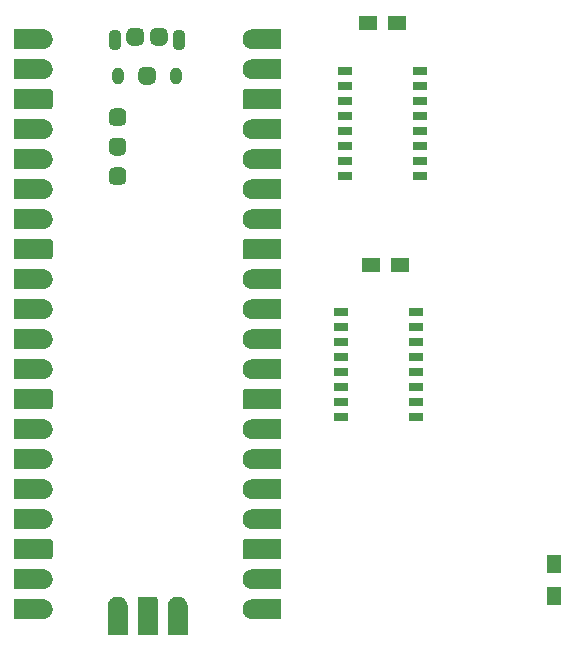
<source format=gtp>
%TF.GenerationSoftware,KiCad,Pcbnew,5.1.10*%
%TF.CreationDate,2021-12-03T13:16:58+01:00*%
%TF.ProjectId,afterglow_pico,61667465-7267-46c6-9f77-5f7069636f2e,rev?*%
%TF.SameCoordinates,Original*%
%TF.FileFunction,Paste,Top*%
%TF.FilePolarity,Positive*%
%FSLAX46Y46*%
G04 Gerber Fmt 4.6, Leading zero omitted, Abs format (unit mm)*
G04 Created by KiCad (PCBNEW 5.1.10) date 2021-12-03 13:16:58*
%MOMM*%
%LPD*%
G01*
G04 APERTURE LIST*
%ADD10C,0.010000*%
%ADD11R,1.300000X1.500000*%
%ADD12R,1.300000X0.800000*%
%ADD13O,1.050000X1.450000*%
%ADD14O,1.100000X1.800000*%
%ADD15R,1.500000X1.250000*%
G04 APERTURE END LIST*
D10*
%TO.C,U5*%
G36*
X168270000Y-73190000D02*
G01*
X168270000Y-71590000D01*
X170670000Y-71590000D01*
X170712000Y-71591000D01*
X170754000Y-71594000D01*
X170795000Y-71600000D01*
X170836000Y-71607000D01*
X170877000Y-71617000D01*
X170917000Y-71629000D01*
X170957000Y-71643000D01*
X170995000Y-71659000D01*
X171033000Y-71677000D01*
X171070000Y-71697000D01*
X171106000Y-71719000D01*
X171140000Y-71743000D01*
X171173000Y-71768000D01*
X171205000Y-71795000D01*
X171236000Y-71824000D01*
X171265000Y-71855000D01*
X171292000Y-71887000D01*
X171317000Y-71920000D01*
X171341000Y-71954000D01*
X171363000Y-71990000D01*
X171383000Y-72027000D01*
X171401000Y-72065000D01*
X171417000Y-72103000D01*
X171431000Y-72143000D01*
X171443000Y-72183000D01*
X171453000Y-72224000D01*
X171460000Y-72265000D01*
X171466000Y-72306000D01*
X171469000Y-72348000D01*
X171470000Y-72390000D01*
X171469000Y-72432000D01*
X171466000Y-72474000D01*
X171460000Y-72515000D01*
X171453000Y-72556000D01*
X171443000Y-72597000D01*
X171431000Y-72637000D01*
X171417000Y-72677000D01*
X171401000Y-72715000D01*
X171383000Y-72753000D01*
X171363000Y-72790000D01*
X171341000Y-72826000D01*
X171317000Y-72860000D01*
X171292000Y-72893000D01*
X171265000Y-72925000D01*
X171236000Y-72956000D01*
X171205000Y-72985000D01*
X171173000Y-73012000D01*
X171140000Y-73037000D01*
X171106000Y-73061000D01*
X171070000Y-73083000D01*
X171033000Y-73103000D01*
X170995000Y-73121000D01*
X170957000Y-73137000D01*
X170917000Y-73151000D01*
X170877000Y-73163000D01*
X170836000Y-73173000D01*
X170795000Y-73180000D01*
X170754000Y-73186000D01*
X170712000Y-73189000D01*
X170670000Y-73190000D01*
X168270000Y-73190000D01*
G37*
X168270000Y-73190000D02*
X168270000Y-71590000D01*
X170670000Y-71590000D01*
X170712000Y-71591000D01*
X170754000Y-71594000D01*
X170795000Y-71600000D01*
X170836000Y-71607000D01*
X170877000Y-71617000D01*
X170917000Y-71629000D01*
X170957000Y-71643000D01*
X170995000Y-71659000D01*
X171033000Y-71677000D01*
X171070000Y-71697000D01*
X171106000Y-71719000D01*
X171140000Y-71743000D01*
X171173000Y-71768000D01*
X171205000Y-71795000D01*
X171236000Y-71824000D01*
X171265000Y-71855000D01*
X171292000Y-71887000D01*
X171317000Y-71920000D01*
X171341000Y-71954000D01*
X171363000Y-71990000D01*
X171383000Y-72027000D01*
X171401000Y-72065000D01*
X171417000Y-72103000D01*
X171431000Y-72143000D01*
X171443000Y-72183000D01*
X171453000Y-72224000D01*
X171460000Y-72265000D01*
X171466000Y-72306000D01*
X171469000Y-72348000D01*
X171470000Y-72390000D01*
X171469000Y-72432000D01*
X171466000Y-72474000D01*
X171460000Y-72515000D01*
X171453000Y-72556000D01*
X171443000Y-72597000D01*
X171431000Y-72637000D01*
X171417000Y-72677000D01*
X171401000Y-72715000D01*
X171383000Y-72753000D01*
X171363000Y-72790000D01*
X171341000Y-72826000D01*
X171317000Y-72860000D01*
X171292000Y-72893000D01*
X171265000Y-72925000D01*
X171236000Y-72956000D01*
X171205000Y-72985000D01*
X171173000Y-73012000D01*
X171140000Y-73037000D01*
X171106000Y-73061000D01*
X171070000Y-73083000D01*
X171033000Y-73103000D01*
X170995000Y-73121000D01*
X170957000Y-73137000D01*
X170917000Y-73151000D01*
X170877000Y-73163000D01*
X170836000Y-73173000D01*
X170795000Y-73180000D01*
X170754000Y-73186000D01*
X170712000Y-73189000D01*
X170670000Y-73190000D01*
X168270000Y-73190000D01*
G36*
X168270000Y-78270000D02*
G01*
X168270000Y-76670000D01*
X170670000Y-76670000D01*
X170712000Y-76671000D01*
X170754000Y-76674000D01*
X170795000Y-76680000D01*
X170836000Y-76687000D01*
X170877000Y-76697000D01*
X170917000Y-76709000D01*
X170957000Y-76723000D01*
X170995000Y-76739000D01*
X171033000Y-76757000D01*
X171070000Y-76777000D01*
X171106000Y-76799000D01*
X171140000Y-76823000D01*
X171173000Y-76848000D01*
X171205000Y-76875000D01*
X171236000Y-76904000D01*
X171265000Y-76935000D01*
X171292000Y-76967000D01*
X171317000Y-77000000D01*
X171341000Y-77034000D01*
X171363000Y-77070000D01*
X171383000Y-77107000D01*
X171401000Y-77145000D01*
X171417000Y-77183000D01*
X171431000Y-77223000D01*
X171443000Y-77263000D01*
X171453000Y-77304000D01*
X171460000Y-77345000D01*
X171466000Y-77386000D01*
X171469000Y-77428000D01*
X171470000Y-77470000D01*
X171469000Y-77512000D01*
X171466000Y-77554000D01*
X171460000Y-77595000D01*
X171453000Y-77636000D01*
X171443000Y-77677000D01*
X171431000Y-77717000D01*
X171417000Y-77757000D01*
X171401000Y-77795000D01*
X171383000Y-77833000D01*
X171363000Y-77870000D01*
X171341000Y-77906000D01*
X171317000Y-77940000D01*
X171292000Y-77973000D01*
X171265000Y-78005000D01*
X171236000Y-78036000D01*
X171205000Y-78065000D01*
X171173000Y-78092000D01*
X171140000Y-78117000D01*
X171106000Y-78141000D01*
X171070000Y-78163000D01*
X171033000Y-78183000D01*
X170995000Y-78201000D01*
X170957000Y-78217000D01*
X170917000Y-78231000D01*
X170877000Y-78243000D01*
X170836000Y-78253000D01*
X170795000Y-78260000D01*
X170754000Y-78266000D01*
X170712000Y-78269000D01*
X170670000Y-78270000D01*
X168270000Y-78270000D01*
G37*
X168270000Y-78270000D02*
X168270000Y-76670000D01*
X170670000Y-76670000D01*
X170712000Y-76671000D01*
X170754000Y-76674000D01*
X170795000Y-76680000D01*
X170836000Y-76687000D01*
X170877000Y-76697000D01*
X170917000Y-76709000D01*
X170957000Y-76723000D01*
X170995000Y-76739000D01*
X171033000Y-76757000D01*
X171070000Y-76777000D01*
X171106000Y-76799000D01*
X171140000Y-76823000D01*
X171173000Y-76848000D01*
X171205000Y-76875000D01*
X171236000Y-76904000D01*
X171265000Y-76935000D01*
X171292000Y-76967000D01*
X171317000Y-77000000D01*
X171341000Y-77034000D01*
X171363000Y-77070000D01*
X171383000Y-77107000D01*
X171401000Y-77145000D01*
X171417000Y-77183000D01*
X171431000Y-77223000D01*
X171443000Y-77263000D01*
X171453000Y-77304000D01*
X171460000Y-77345000D01*
X171466000Y-77386000D01*
X171469000Y-77428000D01*
X171470000Y-77470000D01*
X171469000Y-77512000D01*
X171466000Y-77554000D01*
X171460000Y-77595000D01*
X171453000Y-77636000D01*
X171443000Y-77677000D01*
X171431000Y-77717000D01*
X171417000Y-77757000D01*
X171401000Y-77795000D01*
X171383000Y-77833000D01*
X171363000Y-77870000D01*
X171341000Y-77906000D01*
X171317000Y-77940000D01*
X171292000Y-77973000D01*
X171265000Y-78005000D01*
X171236000Y-78036000D01*
X171205000Y-78065000D01*
X171173000Y-78092000D01*
X171140000Y-78117000D01*
X171106000Y-78141000D01*
X171070000Y-78163000D01*
X171033000Y-78183000D01*
X170995000Y-78201000D01*
X170957000Y-78217000D01*
X170917000Y-78231000D01*
X170877000Y-78243000D01*
X170836000Y-78253000D01*
X170795000Y-78260000D01*
X170754000Y-78266000D01*
X170712000Y-78269000D01*
X170670000Y-78270000D01*
X168270000Y-78270000D01*
G36*
X168270000Y-80810000D02*
G01*
X168270000Y-79210000D01*
X170670000Y-79210000D01*
X170712000Y-79211000D01*
X170754000Y-79214000D01*
X170795000Y-79220000D01*
X170836000Y-79227000D01*
X170877000Y-79237000D01*
X170917000Y-79249000D01*
X170957000Y-79263000D01*
X170995000Y-79279000D01*
X171033000Y-79297000D01*
X171070000Y-79317000D01*
X171106000Y-79339000D01*
X171140000Y-79363000D01*
X171173000Y-79388000D01*
X171205000Y-79415000D01*
X171236000Y-79444000D01*
X171265000Y-79475000D01*
X171292000Y-79507000D01*
X171317000Y-79540000D01*
X171341000Y-79574000D01*
X171363000Y-79610000D01*
X171383000Y-79647000D01*
X171401000Y-79685000D01*
X171417000Y-79723000D01*
X171431000Y-79763000D01*
X171443000Y-79803000D01*
X171453000Y-79844000D01*
X171460000Y-79885000D01*
X171466000Y-79926000D01*
X171469000Y-79968000D01*
X171470000Y-80010000D01*
X171469000Y-80052000D01*
X171466000Y-80094000D01*
X171460000Y-80135000D01*
X171453000Y-80176000D01*
X171443000Y-80217000D01*
X171431000Y-80257000D01*
X171417000Y-80297000D01*
X171401000Y-80335000D01*
X171383000Y-80373000D01*
X171363000Y-80410000D01*
X171341000Y-80446000D01*
X171317000Y-80480000D01*
X171292000Y-80513000D01*
X171265000Y-80545000D01*
X171236000Y-80576000D01*
X171205000Y-80605000D01*
X171173000Y-80632000D01*
X171140000Y-80657000D01*
X171106000Y-80681000D01*
X171070000Y-80703000D01*
X171033000Y-80723000D01*
X170995000Y-80741000D01*
X170957000Y-80757000D01*
X170917000Y-80771000D01*
X170877000Y-80783000D01*
X170836000Y-80793000D01*
X170795000Y-80800000D01*
X170754000Y-80806000D01*
X170712000Y-80809000D01*
X170670000Y-80810000D01*
X168270000Y-80810000D01*
G37*
X168270000Y-80810000D02*
X168270000Y-79210000D01*
X170670000Y-79210000D01*
X170712000Y-79211000D01*
X170754000Y-79214000D01*
X170795000Y-79220000D01*
X170836000Y-79227000D01*
X170877000Y-79237000D01*
X170917000Y-79249000D01*
X170957000Y-79263000D01*
X170995000Y-79279000D01*
X171033000Y-79297000D01*
X171070000Y-79317000D01*
X171106000Y-79339000D01*
X171140000Y-79363000D01*
X171173000Y-79388000D01*
X171205000Y-79415000D01*
X171236000Y-79444000D01*
X171265000Y-79475000D01*
X171292000Y-79507000D01*
X171317000Y-79540000D01*
X171341000Y-79574000D01*
X171363000Y-79610000D01*
X171383000Y-79647000D01*
X171401000Y-79685000D01*
X171417000Y-79723000D01*
X171431000Y-79763000D01*
X171443000Y-79803000D01*
X171453000Y-79844000D01*
X171460000Y-79885000D01*
X171466000Y-79926000D01*
X171469000Y-79968000D01*
X171470000Y-80010000D01*
X171469000Y-80052000D01*
X171466000Y-80094000D01*
X171460000Y-80135000D01*
X171453000Y-80176000D01*
X171443000Y-80217000D01*
X171431000Y-80257000D01*
X171417000Y-80297000D01*
X171401000Y-80335000D01*
X171383000Y-80373000D01*
X171363000Y-80410000D01*
X171341000Y-80446000D01*
X171317000Y-80480000D01*
X171292000Y-80513000D01*
X171265000Y-80545000D01*
X171236000Y-80576000D01*
X171205000Y-80605000D01*
X171173000Y-80632000D01*
X171140000Y-80657000D01*
X171106000Y-80681000D01*
X171070000Y-80703000D01*
X171033000Y-80723000D01*
X170995000Y-80741000D01*
X170957000Y-80757000D01*
X170917000Y-80771000D01*
X170877000Y-80783000D01*
X170836000Y-80793000D01*
X170795000Y-80800000D01*
X170754000Y-80806000D01*
X170712000Y-80809000D01*
X170670000Y-80810000D01*
X168270000Y-80810000D01*
G36*
X168270000Y-83350000D02*
G01*
X168270000Y-81750000D01*
X170670000Y-81750000D01*
X170712000Y-81751000D01*
X170754000Y-81754000D01*
X170795000Y-81760000D01*
X170836000Y-81767000D01*
X170877000Y-81777000D01*
X170917000Y-81789000D01*
X170957000Y-81803000D01*
X170995000Y-81819000D01*
X171033000Y-81837000D01*
X171070000Y-81857000D01*
X171106000Y-81879000D01*
X171140000Y-81903000D01*
X171173000Y-81928000D01*
X171205000Y-81955000D01*
X171236000Y-81984000D01*
X171265000Y-82015000D01*
X171292000Y-82047000D01*
X171317000Y-82080000D01*
X171341000Y-82114000D01*
X171363000Y-82150000D01*
X171383000Y-82187000D01*
X171401000Y-82225000D01*
X171417000Y-82263000D01*
X171431000Y-82303000D01*
X171443000Y-82343000D01*
X171453000Y-82384000D01*
X171460000Y-82425000D01*
X171466000Y-82466000D01*
X171469000Y-82508000D01*
X171470000Y-82550000D01*
X171469000Y-82592000D01*
X171466000Y-82634000D01*
X171460000Y-82675000D01*
X171453000Y-82716000D01*
X171443000Y-82757000D01*
X171431000Y-82797000D01*
X171417000Y-82837000D01*
X171401000Y-82875000D01*
X171383000Y-82913000D01*
X171363000Y-82950000D01*
X171341000Y-82986000D01*
X171317000Y-83020000D01*
X171292000Y-83053000D01*
X171265000Y-83085000D01*
X171236000Y-83116000D01*
X171205000Y-83145000D01*
X171173000Y-83172000D01*
X171140000Y-83197000D01*
X171106000Y-83221000D01*
X171070000Y-83243000D01*
X171033000Y-83263000D01*
X170995000Y-83281000D01*
X170957000Y-83297000D01*
X170917000Y-83311000D01*
X170877000Y-83323000D01*
X170836000Y-83333000D01*
X170795000Y-83340000D01*
X170754000Y-83346000D01*
X170712000Y-83349000D01*
X170670000Y-83350000D01*
X168270000Y-83350000D01*
G37*
X168270000Y-83350000D02*
X168270000Y-81750000D01*
X170670000Y-81750000D01*
X170712000Y-81751000D01*
X170754000Y-81754000D01*
X170795000Y-81760000D01*
X170836000Y-81767000D01*
X170877000Y-81777000D01*
X170917000Y-81789000D01*
X170957000Y-81803000D01*
X170995000Y-81819000D01*
X171033000Y-81837000D01*
X171070000Y-81857000D01*
X171106000Y-81879000D01*
X171140000Y-81903000D01*
X171173000Y-81928000D01*
X171205000Y-81955000D01*
X171236000Y-81984000D01*
X171265000Y-82015000D01*
X171292000Y-82047000D01*
X171317000Y-82080000D01*
X171341000Y-82114000D01*
X171363000Y-82150000D01*
X171383000Y-82187000D01*
X171401000Y-82225000D01*
X171417000Y-82263000D01*
X171431000Y-82303000D01*
X171443000Y-82343000D01*
X171453000Y-82384000D01*
X171460000Y-82425000D01*
X171466000Y-82466000D01*
X171469000Y-82508000D01*
X171470000Y-82550000D01*
X171469000Y-82592000D01*
X171466000Y-82634000D01*
X171460000Y-82675000D01*
X171453000Y-82716000D01*
X171443000Y-82757000D01*
X171431000Y-82797000D01*
X171417000Y-82837000D01*
X171401000Y-82875000D01*
X171383000Y-82913000D01*
X171363000Y-82950000D01*
X171341000Y-82986000D01*
X171317000Y-83020000D01*
X171292000Y-83053000D01*
X171265000Y-83085000D01*
X171236000Y-83116000D01*
X171205000Y-83145000D01*
X171173000Y-83172000D01*
X171140000Y-83197000D01*
X171106000Y-83221000D01*
X171070000Y-83243000D01*
X171033000Y-83263000D01*
X170995000Y-83281000D01*
X170957000Y-83297000D01*
X170917000Y-83311000D01*
X170877000Y-83323000D01*
X170836000Y-83333000D01*
X170795000Y-83340000D01*
X170754000Y-83346000D01*
X170712000Y-83349000D01*
X170670000Y-83350000D01*
X168270000Y-83350000D01*
G36*
X168270000Y-85890000D02*
G01*
X168270000Y-84290000D01*
X170670000Y-84290000D01*
X170712000Y-84291000D01*
X170754000Y-84294000D01*
X170795000Y-84300000D01*
X170836000Y-84307000D01*
X170877000Y-84317000D01*
X170917000Y-84329000D01*
X170957000Y-84343000D01*
X170995000Y-84359000D01*
X171033000Y-84377000D01*
X171070000Y-84397000D01*
X171106000Y-84419000D01*
X171140000Y-84443000D01*
X171173000Y-84468000D01*
X171205000Y-84495000D01*
X171236000Y-84524000D01*
X171265000Y-84555000D01*
X171292000Y-84587000D01*
X171317000Y-84620000D01*
X171341000Y-84654000D01*
X171363000Y-84690000D01*
X171383000Y-84727000D01*
X171401000Y-84765000D01*
X171417000Y-84803000D01*
X171431000Y-84843000D01*
X171443000Y-84883000D01*
X171453000Y-84924000D01*
X171460000Y-84965000D01*
X171466000Y-85006000D01*
X171469000Y-85048000D01*
X171470000Y-85090000D01*
X171469000Y-85132000D01*
X171466000Y-85174000D01*
X171460000Y-85215000D01*
X171453000Y-85256000D01*
X171443000Y-85297000D01*
X171431000Y-85337000D01*
X171417000Y-85377000D01*
X171401000Y-85415000D01*
X171383000Y-85453000D01*
X171363000Y-85490000D01*
X171341000Y-85526000D01*
X171317000Y-85560000D01*
X171292000Y-85593000D01*
X171265000Y-85625000D01*
X171236000Y-85656000D01*
X171205000Y-85685000D01*
X171173000Y-85712000D01*
X171140000Y-85737000D01*
X171106000Y-85761000D01*
X171070000Y-85783000D01*
X171033000Y-85803000D01*
X170995000Y-85821000D01*
X170957000Y-85837000D01*
X170917000Y-85851000D01*
X170877000Y-85863000D01*
X170836000Y-85873000D01*
X170795000Y-85880000D01*
X170754000Y-85886000D01*
X170712000Y-85889000D01*
X170670000Y-85890000D01*
X168270000Y-85890000D01*
G37*
X168270000Y-85890000D02*
X168270000Y-84290000D01*
X170670000Y-84290000D01*
X170712000Y-84291000D01*
X170754000Y-84294000D01*
X170795000Y-84300000D01*
X170836000Y-84307000D01*
X170877000Y-84317000D01*
X170917000Y-84329000D01*
X170957000Y-84343000D01*
X170995000Y-84359000D01*
X171033000Y-84377000D01*
X171070000Y-84397000D01*
X171106000Y-84419000D01*
X171140000Y-84443000D01*
X171173000Y-84468000D01*
X171205000Y-84495000D01*
X171236000Y-84524000D01*
X171265000Y-84555000D01*
X171292000Y-84587000D01*
X171317000Y-84620000D01*
X171341000Y-84654000D01*
X171363000Y-84690000D01*
X171383000Y-84727000D01*
X171401000Y-84765000D01*
X171417000Y-84803000D01*
X171431000Y-84843000D01*
X171443000Y-84883000D01*
X171453000Y-84924000D01*
X171460000Y-84965000D01*
X171466000Y-85006000D01*
X171469000Y-85048000D01*
X171470000Y-85090000D01*
X171469000Y-85132000D01*
X171466000Y-85174000D01*
X171460000Y-85215000D01*
X171453000Y-85256000D01*
X171443000Y-85297000D01*
X171431000Y-85337000D01*
X171417000Y-85377000D01*
X171401000Y-85415000D01*
X171383000Y-85453000D01*
X171363000Y-85490000D01*
X171341000Y-85526000D01*
X171317000Y-85560000D01*
X171292000Y-85593000D01*
X171265000Y-85625000D01*
X171236000Y-85656000D01*
X171205000Y-85685000D01*
X171173000Y-85712000D01*
X171140000Y-85737000D01*
X171106000Y-85761000D01*
X171070000Y-85783000D01*
X171033000Y-85803000D01*
X170995000Y-85821000D01*
X170957000Y-85837000D01*
X170917000Y-85851000D01*
X170877000Y-85863000D01*
X170836000Y-85873000D01*
X170795000Y-85880000D01*
X170754000Y-85886000D01*
X170712000Y-85889000D01*
X170670000Y-85890000D01*
X168270000Y-85890000D01*
G36*
X168270000Y-90970000D02*
G01*
X168270000Y-89370000D01*
X170670000Y-89370000D01*
X170712000Y-89371000D01*
X170754000Y-89374000D01*
X170795000Y-89380000D01*
X170836000Y-89387000D01*
X170877000Y-89397000D01*
X170917000Y-89409000D01*
X170957000Y-89423000D01*
X170995000Y-89439000D01*
X171033000Y-89457000D01*
X171070000Y-89477000D01*
X171106000Y-89499000D01*
X171140000Y-89523000D01*
X171173000Y-89548000D01*
X171205000Y-89575000D01*
X171236000Y-89604000D01*
X171265000Y-89635000D01*
X171292000Y-89667000D01*
X171317000Y-89700000D01*
X171341000Y-89734000D01*
X171363000Y-89770000D01*
X171383000Y-89807000D01*
X171401000Y-89845000D01*
X171417000Y-89883000D01*
X171431000Y-89923000D01*
X171443000Y-89963000D01*
X171453000Y-90004000D01*
X171460000Y-90045000D01*
X171466000Y-90086000D01*
X171469000Y-90128000D01*
X171470000Y-90170000D01*
X171469000Y-90212000D01*
X171466000Y-90254000D01*
X171460000Y-90295000D01*
X171453000Y-90336000D01*
X171443000Y-90377000D01*
X171431000Y-90417000D01*
X171417000Y-90457000D01*
X171401000Y-90495000D01*
X171383000Y-90533000D01*
X171363000Y-90570000D01*
X171341000Y-90606000D01*
X171317000Y-90640000D01*
X171292000Y-90673000D01*
X171265000Y-90705000D01*
X171236000Y-90736000D01*
X171205000Y-90765000D01*
X171173000Y-90792000D01*
X171140000Y-90817000D01*
X171106000Y-90841000D01*
X171070000Y-90863000D01*
X171033000Y-90883000D01*
X170995000Y-90901000D01*
X170957000Y-90917000D01*
X170917000Y-90931000D01*
X170877000Y-90943000D01*
X170836000Y-90953000D01*
X170795000Y-90960000D01*
X170754000Y-90966000D01*
X170712000Y-90969000D01*
X170670000Y-90970000D01*
X168270000Y-90970000D01*
G37*
X168270000Y-90970000D02*
X168270000Y-89370000D01*
X170670000Y-89370000D01*
X170712000Y-89371000D01*
X170754000Y-89374000D01*
X170795000Y-89380000D01*
X170836000Y-89387000D01*
X170877000Y-89397000D01*
X170917000Y-89409000D01*
X170957000Y-89423000D01*
X170995000Y-89439000D01*
X171033000Y-89457000D01*
X171070000Y-89477000D01*
X171106000Y-89499000D01*
X171140000Y-89523000D01*
X171173000Y-89548000D01*
X171205000Y-89575000D01*
X171236000Y-89604000D01*
X171265000Y-89635000D01*
X171292000Y-89667000D01*
X171317000Y-89700000D01*
X171341000Y-89734000D01*
X171363000Y-89770000D01*
X171383000Y-89807000D01*
X171401000Y-89845000D01*
X171417000Y-89883000D01*
X171431000Y-89923000D01*
X171443000Y-89963000D01*
X171453000Y-90004000D01*
X171460000Y-90045000D01*
X171466000Y-90086000D01*
X171469000Y-90128000D01*
X171470000Y-90170000D01*
X171469000Y-90212000D01*
X171466000Y-90254000D01*
X171460000Y-90295000D01*
X171453000Y-90336000D01*
X171443000Y-90377000D01*
X171431000Y-90417000D01*
X171417000Y-90457000D01*
X171401000Y-90495000D01*
X171383000Y-90533000D01*
X171363000Y-90570000D01*
X171341000Y-90606000D01*
X171317000Y-90640000D01*
X171292000Y-90673000D01*
X171265000Y-90705000D01*
X171236000Y-90736000D01*
X171205000Y-90765000D01*
X171173000Y-90792000D01*
X171140000Y-90817000D01*
X171106000Y-90841000D01*
X171070000Y-90863000D01*
X171033000Y-90883000D01*
X170995000Y-90901000D01*
X170957000Y-90917000D01*
X170917000Y-90931000D01*
X170877000Y-90943000D01*
X170836000Y-90953000D01*
X170795000Y-90960000D01*
X170754000Y-90966000D01*
X170712000Y-90969000D01*
X170670000Y-90970000D01*
X168270000Y-90970000D01*
G36*
X168270000Y-93510000D02*
G01*
X168270000Y-91910000D01*
X170670000Y-91910000D01*
X170712000Y-91911000D01*
X170754000Y-91914000D01*
X170795000Y-91920000D01*
X170836000Y-91927000D01*
X170877000Y-91937000D01*
X170917000Y-91949000D01*
X170957000Y-91963000D01*
X170995000Y-91979000D01*
X171033000Y-91997000D01*
X171070000Y-92017000D01*
X171106000Y-92039000D01*
X171140000Y-92063000D01*
X171173000Y-92088000D01*
X171205000Y-92115000D01*
X171236000Y-92144000D01*
X171265000Y-92175000D01*
X171292000Y-92207000D01*
X171317000Y-92240000D01*
X171341000Y-92274000D01*
X171363000Y-92310000D01*
X171383000Y-92347000D01*
X171401000Y-92385000D01*
X171417000Y-92423000D01*
X171431000Y-92463000D01*
X171443000Y-92503000D01*
X171453000Y-92544000D01*
X171460000Y-92585000D01*
X171466000Y-92626000D01*
X171469000Y-92668000D01*
X171470000Y-92710000D01*
X171469000Y-92752000D01*
X171466000Y-92794000D01*
X171460000Y-92835000D01*
X171453000Y-92876000D01*
X171443000Y-92917000D01*
X171431000Y-92957000D01*
X171417000Y-92997000D01*
X171401000Y-93035000D01*
X171383000Y-93073000D01*
X171363000Y-93110000D01*
X171341000Y-93146000D01*
X171317000Y-93180000D01*
X171292000Y-93213000D01*
X171265000Y-93245000D01*
X171236000Y-93276000D01*
X171205000Y-93305000D01*
X171173000Y-93332000D01*
X171140000Y-93357000D01*
X171106000Y-93381000D01*
X171070000Y-93403000D01*
X171033000Y-93423000D01*
X170995000Y-93441000D01*
X170957000Y-93457000D01*
X170917000Y-93471000D01*
X170877000Y-93483000D01*
X170836000Y-93493000D01*
X170795000Y-93500000D01*
X170754000Y-93506000D01*
X170712000Y-93509000D01*
X170670000Y-93510000D01*
X168270000Y-93510000D01*
G37*
X168270000Y-93510000D02*
X168270000Y-91910000D01*
X170670000Y-91910000D01*
X170712000Y-91911000D01*
X170754000Y-91914000D01*
X170795000Y-91920000D01*
X170836000Y-91927000D01*
X170877000Y-91937000D01*
X170917000Y-91949000D01*
X170957000Y-91963000D01*
X170995000Y-91979000D01*
X171033000Y-91997000D01*
X171070000Y-92017000D01*
X171106000Y-92039000D01*
X171140000Y-92063000D01*
X171173000Y-92088000D01*
X171205000Y-92115000D01*
X171236000Y-92144000D01*
X171265000Y-92175000D01*
X171292000Y-92207000D01*
X171317000Y-92240000D01*
X171341000Y-92274000D01*
X171363000Y-92310000D01*
X171383000Y-92347000D01*
X171401000Y-92385000D01*
X171417000Y-92423000D01*
X171431000Y-92463000D01*
X171443000Y-92503000D01*
X171453000Y-92544000D01*
X171460000Y-92585000D01*
X171466000Y-92626000D01*
X171469000Y-92668000D01*
X171470000Y-92710000D01*
X171469000Y-92752000D01*
X171466000Y-92794000D01*
X171460000Y-92835000D01*
X171453000Y-92876000D01*
X171443000Y-92917000D01*
X171431000Y-92957000D01*
X171417000Y-92997000D01*
X171401000Y-93035000D01*
X171383000Y-93073000D01*
X171363000Y-93110000D01*
X171341000Y-93146000D01*
X171317000Y-93180000D01*
X171292000Y-93213000D01*
X171265000Y-93245000D01*
X171236000Y-93276000D01*
X171205000Y-93305000D01*
X171173000Y-93332000D01*
X171140000Y-93357000D01*
X171106000Y-93381000D01*
X171070000Y-93403000D01*
X171033000Y-93423000D01*
X170995000Y-93441000D01*
X170957000Y-93457000D01*
X170917000Y-93471000D01*
X170877000Y-93483000D01*
X170836000Y-93493000D01*
X170795000Y-93500000D01*
X170754000Y-93506000D01*
X170712000Y-93509000D01*
X170670000Y-93510000D01*
X168270000Y-93510000D01*
G36*
X168270000Y-96050000D02*
G01*
X168270000Y-94450000D01*
X170670000Y-94450000D01*
X170712000Y-94451000D01*
X170754000Y-94454000D01*
X170795000Y-94460000D01*
X170836000Y-94467000D01*
X170877000Y-94477000D01*
X170917000Y-94489000D01*
X170957000Y-94503000D01*
X170995000Y-94519000D01*
X171033000Y-94537000D01*
X171070000Y-94557000D01*
X171106000Y-94579000D01*
X171140000Y-94603000D01*
X171173000Y-94628000D01*
X171205000Y-94655000D01*
X171236000Y-94684000D01*
X171265000Y-94715000D01*
X171292000Y-94747000D01*
X171317000Y-94780000D01*
X171341000Y-94814000D01*
X171363000Y-94850000D01*
X171383000Y-94887000D01*
X171401000Y-94925000D01*
X171417000Y-94963000D01*
X171431000Y-95003000D01*
X171443000Y-95043000D01*
X171453000Y-95084000D01*
X171460000Y-95125000D01*
X171466000Y-95166000D01*
X171469000Y-95208000D01*
X171470000Y-95250000D01*
X171469000Y-95292000D01*
X171466000Y-95334000D01*
X171460000Y-95375000D01*
X171453000Y-95416000D01*
X171443000Y-95457000D01*
X171431000Y-95497000D01*
X171417000Y-95537000D01*
X171401000Y-95575000D01*
X171383000Y-95613000D01*
X171363000Y-95650000D01*
X171341000Y-95686000D01*
X171317000Y-95720000D01*
X171292000Y-95753000D01*
X171265000Y-95785000D01*
X171236000Y-95816000D01*
X171205000Y-95845000D01*
X171173000Y-95872000D01*
X171140000Y-95897000D01*
X171106000Y-95921000D01*
X171070000Y-95943000D01*
X171033000Y-95963000D01*
X170995000Y-95981000D01*
X170957000Y-95997000D01*
X170917000Y-96011000D01*
X170877000Y-96023000D01*
X170836000Y-96033000D01*
X170795000Y-96040000D01*
X170754000Y-96046000D01*
X170712000Y-96049000D01*
X170670000Y-96050000D01*
X168270000Y-96050000D01*
G37*
X168270000Y-96050000D02*
X168270000Y-94450000D01*
X170670000Y-94450000D01*
X170712000Y-94451000D01*
X170754000Y-94454000D01*
X170795000Y-94460000D01*
X170836000Y-94467000D01*
X170877000Y-94477000D01*
X170917000Y-94489000D01*
X170957000Y-94503000D01*
X170995000Y-94519000D01*
X171033000Y-94537000D01*
X171070000Y-94557000D01*
X171106000Y-94579000D01*
X171140000Y-94603000D01*
X171173000Y-94628000D01*
X171205000Y-94655000D01*
X171236000Y-94684000D01*
X171265000Y-94715000D01*
X171292000Y-94747000D01*
X171317000Y-94780000D01*
X171341000Y-94814000D01*
X171363000Y-94850000D01*
X171383000Y-94887000D01*
X171401000Y-94925000D01*
X171417000Y-94963000D01*
X171431000Y-95003000D01*
X171443000Y-95043000D01*
X171453000Y-95084000D01*
X171460000Y-95125000D01*
X171466000Y-95166000D01*
X171469000Y-95208000D01*
X171470000Y-95250000D01*
X171469000Y-95292000D01*
X171466000Y-95334000D01*
X171460000Y-95375000D01*
X171453000Y-95416000D01*
X171443000Y-95457000D01*
X171431000Y-95497000D01*
X171417000Y-95537000D01*
X171401000Y-95575000D01*
X171383000Y-95613000D01*
X171363000Y-95650000D01*
X171341000Y-95686000D01*
X171317000Y-95720000D01*
X171292000Y-95753000D01*
X171265000Y-95785000D01*
X171236000Y-95816000D01*
X171205000Y-95845000D01*
X171173000Y-95872000D01*
X171140000Y-95897000D01*
X171106000Y-95921000D01*
X171070000Y-95943000D01*
X171033000Y-95963000D01*
X170995000Y-95981000D01*
X170957000Y-95997000D01*
X170917000Y-96011000D01*
X170877000Y-96023000D01*
X170836000Y-96033000D01*
X170795000Y-96040000D01*
X170754000Y-96046000D01*
X170712000Y-96049000D01*
X170670000Y-96050000D01*
X168270000Y-96050000D01*
G36*
X168270000Y-98590000D02*
G01*
X168270000Y-96990000D01*
X170670000Y-96990000D01*
X170712000Y-96991000D01*
X170754000Y-96994000D01*
X170795000Y-97000000D01*
X170836000Y-97007000D01*
X170877000Y-97017000D01*
X170917000Y-97029000D01*
X170957000Y-97043000D01*
X170995000Y-97059000D01*
X171033000Y-97077000D01*
X171070000Y-97097000D01*
X171106000Y-97119000D01*
X171140000Y-97143000D01*
X171173000Y-97168000D01*
X171205000Y-97195000D01*
X171236000Y-97224000D01*
X171265000Y-97255000D01*
X171292000Y-97287000D01*
X171317000Y-97320000D01*
X171341000Y-97354000D01*
X171363000Y-97390000D01*
X171383000Y-97427000D01*
X171401000Y-97465000D01*
X171417000Y-97503000D01*
X171431000Y-97543000D01*
X171443000Y-97583000D01*
X171453000Y-97624000D01*
X171460000Y-97665000D01*
X171466000Y-97706000D01*
X171469000Y-97748000D01*
X171470000Y-97790000D01*
X171469000Y-97832000D01*
X171466000Y-97874000D01*
X171460000Y-97915000D01*
X171453000Y-97956000D01*
X171443000Y-97997000D01*
X171431000Y-98037000D01*
X171417000Y-98077000D01*
X171401000Y-98115000D01*
X171383000Y-98153000D01*
X171363000Y-98190000D01*
X171341000Y-98226000D01*
X171317000Y-98260000D01*
X171292000Y-98293000D01*
X171265000Y-98325000D01*
X171236000Y-98356000D01*
X171205000Y-98385000D01*
X171173000Y-98412000D01*
X171140000Y-98437000D01*
X171106000Y-98461000D01*
X171070000Y-98483000D01*
X171033000Y-98503000D01*
X170995000Y-98521000D01*
X170957000Y-98537000D01*
X170917000Y-98551000D01*
X170877000Y-98563000D01*
X170836000Y-98573000D01*
X170795000Y-98580000D01*
X170754000Y-98586000D01*
X170712000Y-98589000D01*
X170670000Y-98590000D01*
X168270000Y-98590000D01*
G37*
X168270000Y-98590000D02*
X168270000Y-96990000D01*
X170670000Y-96990000D01*
X170712000Y-96991000D01*
X170754000Y-96994000D01*
X170795000Y-97000000D01*
X170836000Y-97007000D01*
X170877000Y-97017000D01*
X170917000Y-97029000D01*
X170957000Y-97043000D01*
X170995000Y-97059000D01*
X171033000Y-97077000D01*
X171070000Y-97097000D01*
X171106000Y-97119000D01*
X171140000Y-97143000D01*
X171173000Y-97168000D01*
X171205000Y-97195000D01*
X171236000Y-97224000D01*
X171265000Y-97255000D01*
X171292000Y-97287000D01*
X171317000Y-97320000D01*
X171341000Y-97354000D01*
X171363000Y-97390000D01*
X171383000Y-97427000D01*
X171401000Y-97465000D01*
X171417000Y-97503000D01*
X171431000Y-97543000D01*
X171443000Y-97583000D01*
X171453000Y-97624000D01*
X171460000Y-97665000D01*
X171466000Y-97706000D01*
X171469000Y-97748000D01*
X171470000Y-97790000D01*
X171469000Y-97832000D01*
X171466000Y-97874000D01*
X171460000Y-97915000D01*
X171453000Y-97956000D01*
X171443000Y-97997000D01*
X171431000Y-98037000D01*
X171417000Y-98077000D01*
X171401000Y-98115000D01*
X171383000Y-98153000D01*
X171363000Y-98190000D01*
X171341000Y-98226000D01*
X171317000Y-98260000D01*
X171292000Y-98293000D01*
X171265000Y-98325000D01*
X171236000Y-98356000D01*
X171205000Y-98385000D01*
X171173000Y-98412000D01*
X171140000Y-98437000D01*
X171106000Y-98461000D01*
X171070000Y-98483000D01*
X171033000Y-98503000D01*
X170995000Y-98521000D01*
X170957000Y-98537000D01*
X170917000Y-98551000D01*
X170877000Y-98563000D01*
X170836000Y-98573000D01*
X170795000Y-98580000D01*
X170754000Y-98586000D01*
X170712000Y-98589000D01*
X170670000Y-98590000D01*
X168270000Y-98590000D01*
G36*
X168270000Y-103670000D02*
G01*
X168270000Y-102070000D01*
X170670000Y-102070000D01*
X170712000Y-102071000D01*
X170754000Y-102074000D01*
X170795000Y-102080000D01*
X170836000Y-102087000D01*
X170877000Y-102097000D01*
X170917000Y-102109000D01*
X170957000Y-102123000D01*
X170995000Y-102139000D01*
X171033000Y-102157000D01*
X171070000Y-102177000D01*
X171106000Y-102199000D01*
X171140000Y-102223000D01*
X171173000Y-102248000D01*
X171205000Y-102275000D01*
X171236000Y-102304000D01*
X171265000Y-102335000D01*
X171292000Y-102367000D01*
X171317000Y-102400000D01*
X171341000Y-102434000D01*
X171363000Y-102470000D01*
X171383000Y-102507000D01*
X171401000Y-102545000D01*
X171417000Y-102583000D01*
X171431000Y-102623000D01*
X171443000Y-102663000D01*
X171453000Y-102704000D01*
X171460000Y-102745000D01*
X171466000Y-102786000D01*
X171469000Y-102828000D01*
X171470000Y-102870000D01*
X171469000Y-102912000D01*
X171466000Y-102954000D01*
X171460000Y-102995000D01*
X171453000Y-103036000D01*
X171443000Y-103077000D01*
X171431000Y-103117000D01*
X171417000Y-103157000D01*
X171401000Y-103195000D01*
X171383000Y-103233000D01*
X171363000Y-103270000D01*
X171341000Y-103306000D01*
X171317000Y-103340000D01*
X171292000Y-103373000D01*
X171265000Y-103405000D01*
X171236000Y-103436000D01*
X171205000Y-103465000D01*
X171173000Y-103492000D01*
X171140000Y-103517000D01*
X171106000Y-103541000D01*
X171070000Y-103563000D01*
X171033000Y-103583000D01*
X170995000Y-103601000D01*
X170957000Y-103617000D01*
X170917000Y-103631000D01*
X170877000Y-103643000D01*
X170836000Y-103653000D01*
X170795000Y-103660000D01*
X170754000Y-103666000D01*
X170712000Y-103669000D01*
X170670000Y-103670000D01*
X168270000Y-103670000D01*
G37*
X168270000Y-103670000D02*
X168270000Y-102070000D01*
X170670000Y-102070000D01*
X170712000Y-102071000D01*
X170754000Y-102074000D01*
X170795000Y-102080000D01*
X170836000Y-102087000D01*
X170877000Y-102097000D01*
X170917000Y-102109000D01*
X170957000Y-102123000D01*
X170995000Y-102139000D01*
X171033000Y-102157000D01*
X171070000Y-102177000D01*
X171106000Y-102199000D01*
X171140000Y-102223000D01*
X171173000Y-102248000D01*
X171205000Y-102275000D01*
X171236000Y-102304000D01*
X171265000Y-102335000D01*
X171292000Y-102367000D01*
X171317000Y-102400000D01*
X171341000Y-102434000D01*
X171363000Y-102470000D01*
X171383000Y-102507000D01*
X171401000Y-102545000D01*
X171417000Y-102583000D01*
X171431000Y-102623000D01*
X171443000Y-102663000D01*
X171453000Y-102704000D01*
X171460000Y-102745000D01*
X171466000Y-102786000D01*
X171469000Y-102828000D01*
X171470000Y-102870000D01*
X171469000Y-102912000D01*
X171466000Y-102954000D01*
X171460000Y-102995000D01*
X171453000Y-103036000D01*
X171443000Y-103077000D01*
X171431000Y-103117000D01*
X171417000Y-103157000D01*
X171401000Y-103195000D01*
X171383000Y-103233000D01*
X171363000Y-103270000D01*
X171341000Y-103306000D01*
X171317000Y-103340000D01*
X171292000Y-103373000D01*
X171265000Y-103405000D01*
X171236000Y-103436000D01*
X171205000Y-103465000D01*
X171173000Y-103492000D01*
X171140000Y-103517000D01*
X171106000Y-103541000D01*
X171070000Y-103563000D01*
X171033000Y-103583000D01*
X170995000Y-103601000D01*
X170957000Y-103617000D01*
X170917000Y-103631000D01*
X170877000Y-103643000D01*
X170836000Y-103653000D01*
X170795000Y-103660000D01*
X170754000Y-103666000D01*
X170712000Y-103669000D01*
X170670000Y-103670000D01*
X168270000Y-103670000D01*
G36*
X168270000Y-106210000D02*
G01*
X168270000Y-104610000D01*
X170670000Y-104610000D01*
X170712000Y-104611000D01*
X170754000Y-104614000D01*
X170795000Y-104620000D01*
X170836000Y-104627000D01*
X170877000Y-104637000D01*
X170917000Y-104649000D01*
X170957000Y-104663000D01*
X170995000Y-104679000D01*
X171033000Y-104697000D01*
X171070000Y-104717000D01*
X171106000Y-104739000D01*
X171140000Y-104763000D01*
X171173000Y-104788000D01*
X171205000Y-104815000D01*
X171236000Y-104844000D01*
X171265000Y-104875000D01*
X171292000Y-104907000D01*
X171317000Y-104940000D01*
X171341000Y-104974000D01*
X171363000Y-105010000D01*
X171383000Y-105047000D01*
X171401000Y-105085000D01*
X171417000Y-105123000D01*
X171431000Y-105163000D01*
X171443000Y-105203000D01*
X171453000Y-105244000D01*
X171460000Y-105285000D01*
X171466000Y-105326000D01*
X171469000Y-105368000D01*
X171470000Y-105410000D01*
X171469000Y-105452000D01*
X171466000Y-105494000D01*
X171460000Y-105535000D01*
X171453000Y-105576000D01*
X171443000Y-105617000D01*
X171431000Y-105657000D01*
X171417000Y-105697000D01*
X171401000Y-105735000D01*
X171383000Y-105773000D01*
X171363000Y-105810000D01*
X171341000Y-105846000D01*
X171317000Y-105880000D01*
X171292000Y-105913000D01*
X171265000Y-105945000D01*
X171236000Y-105976000D01*
X171205000Y-106005000D01*
X171173000Y-106032000D01*
X171140000Y-106057000D01*
X171106000Y-106081000D01*
X171070000Y-106103000D01*
X171033000Y-106123000D01*
X170995000Y-106141000D01*
X170957000Y-106157000D01*
X170917000Y-106171000D01*
X170877000Y-106183000D01*
X170836000Y-106193000D01*
X170795000Y-106200000D01*
X170754000Y-106206000D01*
X170712000Y-106209000D01*
X170670000Y-106210000D01*
X168270000Y-106210000D01*
G37*
X168270000Y-106210000D02*
X168270000Y-104610000D01*
X170670000Y-104610000D01*
X170712000Y-104611000D01*
X170754000Y-104614000D01*
X170795000Y-104620000D01*
X170836000Y-104627000D01*
X170877000Y-104637000D01*
X170917000Y-104649000D01*
X170957000Y-104663000D01*
X170995000Y-104679000D01*
X171033000Y-104697000D01*
X171070000Y-104717000D01*
X171106000Y-104739000D01*
X171140000Y-104763000D01*
X171173000Y-104788000D01*
X171205000Y-104815000D01*
X171236000Y-104844000D01*
X171265000Y-104875000D01*
X171292000Y-104907000D01*
X171317000Y-104940000D01*
X171341000Y-104974000D01*
X171363000Y-105010000D01*
X171383000Y-105047000D01*
X171401000Y-105085000D01*
X171417000Y-105123000D01*
X171431000Y-105163000D01*
X171443000Y-105203000D01*
X171453000Y-105244000D01*
X171460000Y-105285000D01*
X171466000Y-105326000D01*
X171469000Y-105368000D01*
X171470000Y-105410000D01*
X171469000Y-105452000D01*
X171466000Y-105494000D01*
X171460000Y-105535000D01*
X171453000Y-105576000D01*
X171443000Y-105617000D01*
X171431000Y-105657000D01*
X171417000Y-105697000D01*
X171401000Y-105735000D01*
X171383000Y-105773000D01*
X171363000Y-105810000D01*
X171341000Y-105846000D01*
X171317000Y-105880000D01*
X171292000Y-105913000D01*
X171265000Y-105945000D01*
X171236000Y-105976000D01*
X171205000Y-106005000D01*
X171173000Y-106032000D01*
X171140000Y-106057000D01*
X171106000Y-106081000D01*
X171070000Y-106103000D01*
X171033000Y-106123000D01*
X170995000Y-106141000D01*
X170957000Y-106157000D01*
X170917000Y-106171000D01*
X170877000Y-106183000D01*
X170836000Y-106193000D01*
X170795000Y-106200000D01*
X170754000Y-106206000D01*
X170712000Y-106209000D01*
X170670000Y-106210000D01*
X168270000Y-106210000D01*
G36*
X168270000Y-108750000D02*
G01*
X168270000Y-107150000D01*
X170670000Y-107150000D01*
X170712000Y-107151000D01*
X170754000Y-107154000D01*
X170795000Y-107160000D01*
X170836000Y-107167000D01*
X170877000Y-107177000D01*
X170917000Y-107189000D01*
X170957000Y-107203000D01*
X170995000Y-107219000D01*
X171033000Y-107237000D01*
X171070000Y-107257000D01*
X171106000Y-107279000D01*
X171140000Y-107303000D01*
X171173000Y-107328000D01*
X171205000Y-107355000D01*
X171236000Y-107384000D01*
X171265000Y-107415000D01*
X171292000Y-107447000D01*
X171317000Y-107480000D01*
X171341000Y-107514000D01*
X171363000Y-107550000D01*
X171383000Y-107587000D01*
X171401000Y-107625000D01*
X171417000Y-107663000D01*
X171431000Y-107703000D01*
X171443000Y-107743000D01*
X171453000Y-107784000D01*
X171460000Y-107825000D01*
X171466000Y-107866000D01*
X171469000Y-107908000D01*
X171470000Y-107950000D01*
X171469000Y-107992000D01*
X171466000Y-108034000D01*
X171460000Y-108075000D01*
X171453000Y-108116000D01*
X171443000Y-108157000D01*
X171431000Y-108197000D01*
X171417000Y-108237000D01*
X171401000Y-108275000D01*
X171383000Y-108313000D01*
X171363000Y-108350000D01*
X171341000Y-108386000D01*
X171317000Y-108420000D01*
X171292000Y-108453000D01*
X171265000Y-108485000D01*
X171236000Y-108516000D01*
X171205000Y-108545000D01*
X171173000Y-108572000D01*
X171140000Y-108597000D01*
X171106000Y-108621000D01*
X171070000Y-108643000D01*
X171033000Y-108663000D01*
X170995000Y-108681000D01*
X170957000Y-108697000D01*
X170917000Y-108711000D01*
X170877000Y-108723000D01*
X170836000Y-108733000D01*
X170795000Y-108740000D01*
X170754000Y-108746000D01*
X170712000Y-108749000D01*
X170670000Y-108750000D01*
X168270000Y-108750000D01*
G37*
X168270000Y-108750000D02*
X168270000Y-107150000D01*
X170670000Y-107150000D01*
X170712000Y-107151000D01*
X170754000Y-107154000D01*
X170795000Y-107160000D01*
X170836000Y-107167000D01*
X170877000Y-107177000D01*
X170917000Y-107189000D01*
X170957000Y-107203000D01*
X170995000Y-107219000D01*
X171033000Y-107237000D01*
X171070000Y-107257000D01*
X171106000Y-107279000D01*
X171140000Y-107303000D01*
X171173000Y-107328000D01*
X171205000Y-107355000D01*
X171236000Y-107384000D01*
X171265000Y-107415000D01*
X171292000Y-107447000D01*
X171317000Y-107480000D01*
X171341000Y-107514000D01*
X171363000Y-107550000D01*
X171383000Y-107587000D01*
X171401000Y-107625000D01*
X171417000Y-107663000D01*
X171431000Y-107703000D01*
X171443000Y-107743000D01*
X171453000Y-107784000D01*
X171460000Y-107825000D01*
X171466000Y-107866000D01*
X171469000Y-107908000D01*
X171470000Y-107950000D01*
X171469000Y-107992000D01*
X171466000Y-108034000D01*
X171460000Y-108075000D01*
X171453000Y-108116000D01*
X171443000Y-108157000D01*
X171431000Y-108197000D01*
X171417000Y-108237000D01*
X171401000Y-108275000D01*
X171383000Y-108313000D01*
X171363000Y-108350000D01*
X171341000Y-108386000D01*
X171317000Y-108420000D01*
X171292000Y-108453000D01*
X171265000Y-108485000D01*
X171236000Y-108516000D01*
X171205000Y-108545000D01*
X171173000Y-108572000D01*
X171140000Y-108597000D01*
X171106000Y-108621000D01*
X171070000Y-108643000D01*
X171033000Y-108663000D01*
X170995000Y-108681000D01*
X170957000Y-108697000D01*
X170917000Y-108711000D01*
X170877000Y-108723000D01*
X170836000Y-108733000D01*
X170795000Y-108740000D01*
X170754000Y-108746000D01*
X170712000Y-108749000D01*
X170670000Y-108750000D01*
X168270000Y-108750000D01*
G36*
X168270000Y-111290000D02*
G01*
X168270000Y-109690000D01*
X170670000Y-109690000D01*
X170712000Y-109691000D01*
X170754000Y-109694000D01*
X170795000Y-109700000D01*
X170836000Y-109707000D01*
X170877000Y-109717000D01*
X170917000Y-109729000D01*
X170957000Y-109743000D01*
X170995000Y-109759000D01*
X171033000Y-109777000D01*
X171070000Y-109797000D01*
X171106000Y-109819000D01*
X171140000Y-109843000D01*
X171173000Y-109868000D01*
X171205000Y-109895000D01*
X171236000Y-109924000D01*
X171265000Y-109955000D01*
X171292000Y-109987000D01*
X171317000Y-110020000D01*
X171341000Y-110054000D01*
X171363000Y-110090000D01*
X171383000Y-110127000D01*
X171401000Y-110165000D01*
X171417000Y-110203000D01*
X171431000Y-110243000D01*
X171443000Y-110283000D01*
X171453000Y-110324000D01*
X171460000Y-110365000D01*
X171466000Y-110406000D01*
X171469000Y-110448000D01*
X171470000Y-110490000D01*
X171469000Y-110532000D01*
X171466000Y-110574000D01*
X171460000Y-110615000D01*
X171453000Y-110656000D01*
X171443000Y-110697000D01*
X171431000Y-110737000D01*
X171417000Y-110777000D01*
X171401000Y-110815000D01*
X171383000Y-110853000D01*
X171363000Y-110890000D01*
X171341000Y-110926000D01*
X171317000Y-110960000D01*
X171292000Y-110993000D01*
X171265000Y-111025000D01*
X171236000Y-111056000D01*
X171205000Y-111085000D01*
X171173000Y-111112000D01*
X171140000Y-111137000D01*
X171106000Y-111161000D01*
X171070000Y-111183000D01*
X171033000Y-111203000D01*
X170995000Y-111221000D01*
X170957000Y-111237000D01*
X170917000Y-111251000D01*
X170877000Y-111263000D01*
X170836000Y-111273000D01*
X170795000Y-111280000D01*
X170754000Y-111286000D01*
X170712000Y-111289000D01*
X170670000Y-111290000D01*
X168270000Y-111290000D01*
G37*
X168270000Y-111290000D02*
X168270000Y-109690000D01*
X170670000Y-109690000D01*
X170712000Y-109691000D01*
X170754000Y-109694000D01*
X170795000Y-109700000D01*
X170836000Y-109707000D01*
X170877000Y-109717000D01*
X170917000Y-109729000D01*
X170957000Y-109743000D01*
X170995000Y-109759000D01*
X171033000Y-109777000D01*
X171070000Y-109797000D01*
X171106000Y-109819000D01*
X171140000Y-109843000D01*
X171173000Y-109868000D01*
X171205000Y-109895000D01*
X171236000Y-109924000D01*
X171265000Y-109955000D01*
X171292000Y-109987000D01*
X171317000Y-110020000D01*
X171341000Y-110054000D01*
X171363000Y-110090000D01*
X171383000Y-110127000D01*
X171401000Y-110165000D01*
X171417000Y-110203000D01*
X171431000Y-110243000D01*
X171443000Y-110283000D01*
X171453000Y-110324000D01*
X171460000Y-110365000D01*
X171466000Y-110406000D01*
X171469000Y-110448000D01*
X171470000Y-110490000D01*
X171469000Y-110532000D01*
X171466000Y-110574000D01*
X171460000Y-110615000D01*
X171453000Y-110656000D01*
X171443000Y-110697000D01*
X171431000Y-110737000D01*
X171417000Y-110777000D01*
X171401000Y-110815000D01*
X171383000Y-110853000D01*
X171363000Y-110890000D01*
X171341000Y-110926000D01*
X171317000Y-110960000D01*
X171292000Y-110993000D01*
X171265000Y-111025000D01*
X171236000Y-111056000D01*
X171205000Y-111085000D01*
X171173000Y-111112000D01*
X171140000Y-111137000D01*
X171106000Y-111161000D01*
X171070000Y-111183000D01*
X171033000Y-111203000D01*
X170995000Y-111221000D01*
X170957000Y-111237000D01*
X170917000Y-111251000D01*
X170877000Y-111263000D01*
X170836000Y-111273000D01*
X170795000Y-111280000D01*
X170754000Y-111286000D01*
X170712000Y-111289000D01*
X170670000Y-111290000D01*
X168270000Y-111290000D01*
G36*
X168270000Y-116370000D02*
G01*
X168270000Y-114770000D01*
X170670000Y-114770000D01*
X170712000Y-114771000D01*
X170754000Y-114774000D01*
X170795000Y-114780000D01*
X170836000Y-114787000D01*
X170877000Y-114797000D01*
X170917000Y-114809000D01*
X170957000Y-114823000D01*
X170995000Y-114839000D01*
X171033000Y-114857000D01*
X171070000Y-114877000D01*
X171106000Y-114899000D01*
X171140000Y-114923000D01*
X171173000Y-114948000D01*
X171205000Y-114975000D01*
X171236000Y-115004000D01*
X171265000Y-115035000D01*
X171292000Y-115067000D01*
X171317000Y-115100000D01*
X171341000Y-115134000D01*
X171363000Y-115170000D01*
X171383000Y-115207000D01*
X171401000Y-115245000D01*
X171417000Y-115283000D01*
X171431000Y-115323000D01*
X171443000Y-115363000D01*
X171453000Y-115404000D01*
X171460000Y-115445000D01*
X171466000Y-115486000D01*
X171469000Y-115528000D01*
X171470000Y-115570000D01*
X171469000Y-115612000D01*
X171466000Y-115654000D01*
X171460000Y-115695000D01*
X171453000Y-115736000D01*
X171443000Y-115777000D01*
X171431000Y-115817000D01*
X171417000Y-115857000D01*
X171401000Y-115895000D01*
X171383000Y-115933000D01*
X171363000Y-115970000D01*
X171341000Y-116006000D01*
X171317000Y-116040000D01*
X171292000Y-116073000D01*
X171265000Y-116105000D01*
X171236000Y-116136000D01*
X171205000Y-116165000D01*
X171173000Y-116192000D01*
X171140000Y-116217000D01*
X171106000Y-116241000D01*
X171070000Y-116263000D01*
X171033000Y-116283000D01*
X170995000Y-116301000D01*
X170957000Y-116317000D01*
X170917000Y-116331000D01*
X170877000Y-116343000D01*
X170836000Y-116353000D01*
X170795000Y-116360000D01*
X170754000Y-116366000D01*
X170712000Y-116369000D01*
X170670000Y-116370000D01*
X168270000Y-116370000D01*
G37*
X168270000Y-116370000D02*
X168270000Y-114770000D01*
X170670000Y-114770000D01*
X170712000Y-114771000D01*
X170754000Y-114774000D01*
X170795000Y-114780000D01*
X170836000Y-114787000D01*
X170877000Y-114797000D01*
X170917000Y-114809000D01*
X170957000Y-114823000D01*
X170995000Y-114839000D01*
X171033000Y-114857000D01*
X171070000Y-114877000D01*
X171106000Y-114899000D01*
X171140000Y-114923000D01*
X171173000Y-114948000D01*
X171205000Y-114975000D01*
X171236000Y-115004000D01*
X171265000Y-115035000D01*
X171292000Y-115067000D01*
X171317000Y-115100000D01*
X171341000Y-115134000D01*
X171363000Y-115170000D01*
X171383000Y-115207000D01*
X171401000Y-115245000D01*
X171417000Y-115283000D01*
X171431000Y-115323000D01*
X171443000Y-115363000D01*
X171453000Y-115404000D01*
X171460000Y-115445000D01*
X171466000Y-115486000D01*
X171469000Y-115528000D01*
X171470000Y-115570000D01*
X171469000Y-115612000D01*
X171466000Y-115654000D01*
X171460000Y-115695000D01*
X171453000Y-115736000D01*
X171443000Y-115777000D01*
X171431000Y-115817000D01*
X171417000Y-115857000D01*
X171401000Y-115895000D01*
X171383000Y-115933000D01*
X171363000Y-115970000D01*
X171341000Y-116006000D01*
X171317000Y-116040000D01*
X171292000Y-116073000D01*
X171265000Y-116105000D01*
X171236000Y-116136000D01*
X171205000Y-116165000D01*
X171173000Y-116192000D01*
X171140000Y-116217000D01*
X171106000Y-116241000D01*
X171070000Y-116263000D01*
X171033000Y-116283000D01*
X170995000Y-116301000D01*
X170957000Y-116317000D01*
X170917000Y-116331000D01*
X170877000Y-116343000D01*
X170836000Y-116353000D01*
X170795000Y-116360000D01*
X170754000Y-116366000D01*
X170712000Y-116369000D01*
X170670000Y-116370000D01*
X168270000Y-116370000D01*
G36*
X168270000Y-118910000D02*
G01*
X168270000Y-117310000D01*
X170670000Y-117310000D01*
X170712000Y-117311000D01*
X170754000Y-117314000D01*
X170795000Y-117320000D01*
X170836000Y-117327000D01*
X170877000Y-117337000D01*
X170917000Y-117349000D01*
X170957000Y-117363000D01*
X170995000Y-117379000D01*
X171033000Y-117397000D01*
X171070000Y-117417000D01*
X171106000Y-117439000D01*
X171140000Y-117463000D01*
X171173000Y-117488000D01*
X171205000Y-117515000D01*
X171236000Y-117544000D01*
X171265000Y-117575000D01*
X171292000Y-117607000D01*
X171317000Y-117640000D01*
X171341000Y-117674000D01*
X171363000Y-117710000D01*
X171383000Y-117747000D01*
X171401000Y-117785000D01*
X171417000Y-117823000D01*
X171431000Y-117863000D01*
X171443000Y-117903000D01*
X171453000Y-117944000D01*
X171460000Y-117985000D01*
X171466000Y-118026000D01*
X171469000Y-118068000D01*
X171470000Y-118110000D01*
X171469000Y-118152000D01*
X171466000Y-118194000D01*
X171460000Y-118235000D01*
X171453000Y-118276000D01*
X171443000Y-118317000D01*
X171431000Y-118357000D01*
X171417000Y-118397000D01*
X171401000Y-118435000D01*
X171383000Y-118473000D01*
X171363000Y-118510000D01*
X171341000Y-118546000D01*
X171317000Y-118580000D01*
X171292000Y-118613000D01*
X171265000Y-118645000D01*
X171236000Y-118676000D01*
X171205000Y-118705000D01*
X171173000Y-118732000D01*
X171140000Y-118757000D01*
X171106000Y-118781000D01*
X171070000Y-118803000D01*
X171033000Y-118823000D01*
X170995000Y-118841000D01*
X170957000Y-118857000D01*
X170917000Y-118871000D01*
X170877000Y-118883000D01*
X170836000Y-118893000D01*
X170795000Y-118900000D01*
X170754000Y-118906000D01*
X170712000Y-118909000D01*
X170670000Y-118910000D01*
X168270000Y-118910000D01*
G37*
X168270000Y-118910000D02*
X168270000Y-117310000D01*
X170670000Y-117310000D01*
X170712000Y-117311000D01*
X170754000Y-117314000D01*
X170795000Y-117320000D01*
X170836000Y-117327000D01*
X170877000Y-117337000D01*
X170917000Y-117349000D01*
X170957000Y-117363000D01*
X170995000Y-117379000D01*
X171033000Y-117397000D01*
X171070000Y-117417000D01*
X171106000Y-117439000D01*
X171140000Y-117463000D01*
X171173000Y-117488000D01*
X171205000Y-117515000D01*
X171236000Y-117544000D01*
X171265000Y-117575000D01*
X171292000Y-117607000D01*
X171317000Y-117640000D01*
X171341000Y-117674000D01*
X171363000Y-117710000D01*
X171383000Y-117747000D01*
X171401000Y-117785000D01*
X171417000Y-117823000D01*
X171431000Y-117863000D01*
X171443000Y-117903000D01*
X171453000Y-117944000D01*
X171460000Y-117985000D01*
X171466000Y-118026000D01*
X171469000Y-118068000D01*
X171470000Y-118110000D01*
X171469000Y-118152000D01*
X171466000Y-118194000D01*
X171460000Y-118235000D01*
X171453000Y-118276000D01*
X171443000Y-118317000D01*
X171431000Y-118357000D01*
X171417000Y-118397000D01*
X171401000Y-118435000D01*
X171383000Y-118473000D01*
X171363000Y-118510000D01*
X171341000Y-118546000D01*
X171317000Y-118580000D01*
X171292000Y-118613000D01*
X171265000Y-118645000D01*
X171236000Y-118676000D01*
X171205000Y-118705000D01*
X171173000Y-118732000D01*
X171140000Y-118757000D01*
X171106000Y-118781000D01*
X171070000Y-118803000D01*
X171033000Y-118823000D01*
X170995000Y-118841000D01*
X170957000Y-118857000D01*
X170917000Y-118871000D01*
X170877000Y-118883000D01*
X170836000Y-118893000D01*
X170795000Y-118900000D01*
X170754000Y-118906000D01*
X170712000Y-118909000D01*
X170670000Y-118910000D01*
X168270000Y-118910000D01*
G36*
X168270000Y-75730000D02*
G01*
X168270000Y-74130000D01*
X171270000Y-74130000D01*
X171280000Y-74130000D01*
X171291000Y-74131000D01*
X171301000Y-74132000D01*
X171312000Y-74134000D01*
X171322000Y-74137000D01*
X171332000Y-74140000D01*
X171342000Y-74143000D01*
X171351000Y-74147000D01*
X171361000Y-74152000D01*
X171370000Y-74157000D01*
X171379000Y-74162000D01*
X171388000Y-74168000D01*
X171396000Y-74175000D01*
X171404000Y-74181000D01*
X171411000Y-74189000D01*
X171419000Y-74196000D01*
X171425000Y-74204000D01*
X171432000Y-74212000D01*
X171438000Y-74221000D01*
X171443000Y-74230000D01*
X171448000Y-74239000D01*
X171453000Y-74249000D01*
X171457000Y-74258000D01*
X171460000Y-74268000D01*
X171463000Y-74278000D01*
X171466000Y-74288000D01*
X171468000Y-74299000D01*
X171469000Y-74309000D01*
X171470000Y-74320000D01*
X171470000Y-74330000D01*
X171470000Y-75530000D01*
X171470000Y-75540000D01*
X171469000Y-75551000D01*
X171468000Y-75561000D01*
X171466000Y-75572000D01*
X171463000Y-75582000D01*
X171460000Y-75592000D01*
X171457000Y-75602000D01*
X171453000Y-75611000D01*
X171448000Y-75621000D01*
X171443000Y-75630000D01*
X171438000Y-75639000D01*
X171432000Y-75648000D01*
X171425000Y-75656000D01*
X171419000Y-75664000D01*
X171411000Y-75671000D01*
X171404000Y-75679000D01*
X171396000Y-75685000D01*
X171388000Y-75692000D01*
X171379000Y-75698000D01*
X171370000Y-75703000D01*
X171361000Y-75708000D01*
X171351000Y-75713000D01*
X171342000Y-75717000D01*
X171332000Y-75720000D01*
X171322000Y-75723000D01*
X171312000Y-75726000D01*
X171301000Y-75728000D01*
X171291000Y-75729000D01*
X171280000Y-75730000D01*
X171270000Y-75730000D01*
X168270000Y-75730000D01*
G37*
X168270000Y-75730000D02*
X168270000Y-74130000D01*
X171270000Y-74130000D01*
X171280000Y-74130000D01*
X171291000Y-74131000D01*
X171301000Y-74132000D01*
X171312000Y-74134000D01*
X171322000Y-74137000D01*
X171332000Y-74140000D01*
X171342000Y-74143000D01*
X171351000Y-74147000D01*
X171361000Y-74152000D01*
X171370000Y-74157000D01*
X171379000Y-74162000D01*
X171388000Y-74168000D01*
X171396000Y-74175000D01*
X171404000Y-74181000D01*
X171411000Y-74189000D01*
X171419000Y-74196000D01*
X171425000Y-74204000D01*
X171432000Y-74212000D01*
X171438000Y-74221000D01*
X171443000Y-74230000D01*
X171448000Y-74239000D01*
X171453000Y-74249000D01*
X171457000Y-74258000D01*
X171460000Y-74268000D01*
X171463000Y-74278000D01*
X171466000Y-74288000D01*
X171468000Y-74299000D01*
X171469000Y-74309000D01*
X171470000Y-74320000D01*
X171470000Y-74330000D01*
X171470000Y-75530000D01*
X171470000Y-75540000D01*
X171469000Y-75551000D01*
X171468000Y-75561000D01*
X171466000Y-75572000D01*
X171463000Y-75582000D01*
X171460000Y-75592000D01*
X171457000Y-75602000D01*
X171453000Y-75611000D01*
X171448000Y-75621000D01*
X171443000Y-75630000D01*
X171438000Y-75639000D01*
X171432000Y-75648000D01*
X171425000Y-75656000D01*
X171419000Y-75664000D01*
X171411000Y-75671000D01*
X171404000Y-75679000D01*
X171396000Y-75685000D01*
X171388000Y-75692000D01*
X171379000Y-75698000D01*
X171370000Y-75703000D01*
X171361000Y-75708000D01*
X171351000Y-75713000D01*
X171342000Y-75717000D01*
X171332000Y-75720000D01*
X171322000Y-75723000D01*
X171312000Y-75726000D01*
X171301000Y-75728000D01*
X171291000Y-75729000D01*
X171280000Y-75730000D01*
X171270000Y-75730000D01*
X168270000Y-75730000D01*
G36*
X168270000Y-88430000D02*
G01*
X168270000Y-86830000D01*
X171270000Y-86830000D01*
X171280000Y-86830000D01*
X171291000Y-86831000D01*
X171301000Y-86832000D01*
X171312000Y-86834000D01*
X171322000Y-86837000D01*
X171332000Y-86840000D01*
X171342000Y-86843000D01*
X171351000Y-86847000D01*
X171361000Y-86852000D01*
X171370000Y-86857000D01*
X171379000Y-86862000D01*
X171388000Y-86868000D01*
X171396000Y-86875000D01*
X171404000Y-86881000D01*
X171411000Y-86889000D01*
X171419000Y-86896000D01*
X171425000Y-86904000D01*
X171432000Y-86912000D01*
X171438000Y-86921000D01*
X171443000Y-86930000D01*
X171448000Y-86939000D01*
X171453000Y-86949000D01*
X171457000Y-86958000D01*
X171460000Y-86968000D01*
X171463000Y-86978000D01*
X171466000Y-86988000D01*
X171468000Y-86999000D01*
X171469000Y-87009000D01*
X171470000Y-87020000D01*
X171470000Y-87030000D01*
X171470000Y-88230000D01*
X171470000Y-88240000D01*
X171469000Y-88251000D01*
X171468000Y-88261000D01*
X171466000Y-88272000D01*
X171463000Y-88282000D01*
X171460000Y-88292000D01*
X171457000Y-88302000D01*
X171453000Y-88311000D01*
X171448000Y-88321000D01*
X171443000Y-88330000D01*
X171438000Y-88339000D01*
X171432000Y-88348000D01*
X171425000Y-88356000D01*
X171419000Y-88364000D01*
X171411000Y-88371000D01*
X171404000Y-88379000D01*
X171396000Y-88385000D01*
X171388000Y-88392000D01*
X171379000Y-88398000D01*
X171370000Y-88403000D01*
X171361000Y-88408000D01*
X171351000Y-88413000D01*
X171342000Y-88417000D01*
X171332000Y-88420000D01*
X171322000Y-88423000D01*
X171312000Y-88426000D01*
X171301000Y-88428000D01*
X171291000Y-88429000D01*
X171280000Y-88430000D01*
X171270000Y-88430000D01*
X168270000Y-88430000D01*
G37*
X168270000Y-88430000D02*
X168270000Y-86830000D01*
X171270000Y-86830000D01*
X171280000Y-86830000D01*
X171291000Y-86831000D01*
X171301000Y-86832000D01*
X171312000Y-86834000D01*
X171322000Y-86837000D01*
X171332000Y-86840000D01*
X171342000Y-86843000D01*
X171351000Y-86847000D01*
X171361000Y-86852000D01*
X171370000Y-86857000D01*
X171379000Y-86862000D01*
X171388000Y-86868000D01*
X171396000Y-86875000D01*
X171404000Y-86881000D01*
X171411000Y-86889000D01*
X171419000Y-86896000D01*
X171425000Y-86904000D01*
X171432000Y-86912000D01*
X171438000Y-86921000D01*
X171443000Y-86930000D01*
X171448000Y-86939000D01*
X171453000Y-86949000D01*
X171457000Y-86958000D01*
X171460000Y-86968000D01*
X171463000Y-86978000D01*
X171466000Y-86988000D01*
X171468000Y-86999000D01*
X171469000Y-87009000D01*
X171470000Y-87020000D01*
X171470000Y-87030000D01*
X171470000Y-88230000D01*
X171470000Y-88240000D01*
X171469000Y-88251000D01*
X171468000Y-88261000D01*
X171466000Y-88272000D01*
X171463000Y-88282000D01*
X171460000Y-88292000D01*
X171457000Y-88302000D01*
X171453000Y-88311000D01*
X171448000Y-88321000D01*
X171443000Y-88330000D01*
X171438000Y-88339000D01*
X171432000Y-88348000D01*
X171425000Y-88356000D01*
X171419000Y-88364000D01*
X171411000Y-88371000D01*
X171404000Y-88379000D01*
X171396000Y-88385000D01*
X171388000Y-88392000D01*
X171379000Y-88398000D01*
X171370000Y-88403000D01*
X171361000Y-88408000D01*
X171351000Y-88413000D01*
X171342000Y-88417000D01*
X171332000Y-88420000D01*
X171322000Y-88423000D01*
X171312000Y-88426000D01*
X171301000Y-88428000D01*
X171291000Y-88429000D01*
X171280000Y-88430000D01*
X171270000Y-88430000D01*
X168270000Y-88430000D01*
G36*
X168270000Y-101130000D02*
G01*
X168270000Y-99530000D01*
X171270000Y-99530000D01*
X171280000Y-99530000D01*
X171291000Y-99531000D01*
X171301000Y-99532000D01*
X171312000Y-99534000D01*
X171322000Y-99537000D01*
X171332000Y-99540000D01*
X171342000Y-99543000D01*
X171351000Y-99547000D01*
X171361000Y-99552000D01*
X171370000Y-99557000D01*
X171379000Y-99562000D01*
X171388000Y-99568000D01*
X171396000Y-99575000D01*
X171404000Y-99581000D01*
X171411000Y-99589000D01*
X171419000Y-99596000D01*
X171425000Y-99604000D01*
X171432000Y-99612000D01*
X171438000Y-99621000D01*
X171443000Y-99630000D01*
X171448000Y-99639000D01*
X171453000Y-99649000D01*
X171457000Y-99658000D01*
X171460000Y-99668000D01*
X171463000Y-99678000D01*
X171466000Y-99688000D01*
X171468000Y-99699000D01*
X171469000Y-99709000D01*
X171470000Y-99720000D01*
X171470000Y-99730000D01*
X171470000Y-100930000D01*
X171470000Y-100940000D01*
X171469000Y-100951000D01*
X171468000Y-100961000D01*
X171466000Y-100972000D01*
X171463000Y-100982000D01*
X171460000Y-100992000D01*
X171457000Y-101002000D01*
X171453000Y-101011000D01*
X171448000Y-101021000D01*
X171443000Y-101030000D01*
X171438000Y-101039000D01*
X171432000Y-101048000D01*
X171425000Y-101056000D01*
X171419000Y-101064000D01*
X171411000Y-101071000D01*
X171404000Y-101079000D01*
X171396000Y-101085000D01*
X171388000Y-101092000D01*
X171379000Y-101098000D01*
X171370000Y-101103000D01*
X171361000Y-101108000D01*
X171351000Y-101113000D01*
X171342000Y-101117000D01*
X171332000Y-101120000D01*
X171322000Y-101123000D01*
X171312000Y-101126000D01*
X171301000Y-101128000D01*
X171291000Y-101129000D01*
X171280000Y-101130000D01*
X171270000Y-101130000D01*
X168270000Y-101130000D01*
G37*
X168270000Y-101130000D02*
X168270000Y-99530000D01*
X171270000Y-99530000D01*
X171280000Y-99530000D01*
X171291000Y-99531000D01*
X171301000Y-99532000D01*
X171312000Y-99534000D01*
X171322000Y-99537000D01*
X171332000Y-99540000D01*
X171342000Y-99543000D01*
X171351000Y-99547000D01*
X171361000Y-99552000D01*
X171370000Y-99557000D01*
X171379000Y-99562000D01*
X171388000Y-99568000D01*
X171396000Y-99575000D01*
X171404000Y-99581000D01*
X171411000Y-99589000D01*
X171419000Y-99596000D01*
X171425000Y-99604000D01*
X171432000Y-99612000D01*
X171438000Y-99621000D01*
X171443000Y-99630000D01*
X171448000Y-99639000D01*
X171453000Y-99649000D01*
X171457000Y-99658000D01*
X171460000Y-99668000D01*
X171463000Y-99678000D01*
X171466000Y-99688000D01*
X171468000Y-99699000D01*
X171469000Y-99709000D01*
X171470000Y-99720000D01*
X171470000Y-99730000D01*
X171470000Y-100930000D01*
X171470000Y-100940000D01*
X171469000Y-100951000D01*
X171468000Y-100961000D01*
X171466000Y-100972000D01*
X171463000Y-100982000D01*
X171460000Y-100992000D01*
X171457000Y-101002000D01*
X171453000Y-101011000D01*
X171448000Y-101021000D01*
X171443000Y-101030000D01*
X171438000Y-101039000D01*
X171432000Y-101048000D01*
X171425000Y-101056000D01*
X171419000Y-101064000D01*
X171411000Y-101071000D01*
X171404000Y-101079000D01*
X171396000Y-101085000D01*
X171388000Y-101092000D01*
X171379000Y-101098000D01*
X171370000Y-101103000D01*
X171361000Y-101108000D01*
X171351000Y-101113000D01*
X171342000Y-101117000D01*
X171332000Y-101120000D01*
X171322000Y-101123000D01*
X171312000Y-101126000D01*
X171301000Y-101128000D01*
X171291000Y-101129000D01*
X171280000Y-101130000D01*
X171270000Y-101130000D01*
X168270000Y-101130000D01*
G36*
X168270000Y-113830000D02*
G01*
X168270000Y-112230000D01*
X171270000Y-112230000D01*
X171280000Y-112230000D01*
X171291000Y-112231000D01*
X171301000Y-112232000D01*
X171312000Y-112234000D01*
X171322000Y-112237000D01*
X171332000Y-112240000D01*
X171342000Y-112243000D01*
X171351000Y-112247000D01*
X171361000Y-112252000D01*
X171370000Y-112257000D01*
X171379000Y-112262000D01*
X171388000Y-112268000D01*
X171396000Y-112275000D01*
X171404000Y-112281000D01*
X171411000Y-112289000D01*
X171419000Y-112296000D01*
X171425000Y-112304000D01*
X171432000Y-112312000D01*
X171438000Y-112321000D01*
X171443000Y-112330000D01*
X171448000Y-112339000D01*
X171453000Y-112349000D01*
X171457000Y-112358000D01*
X171460000Y-112368000D01*
X171463000Y-112378000D01*
X171466000Y-112388000D01*
X171468000Y-112399000D01*
X171469000Y-112409000D01*
X171470000Y-112420000D01*
X171470000Y-112430000D01*
X171470000Y-113630000D01*
X171470000Y-113640000D01*
X171469000Y-113651000D01*
X171468000Y-113661000D01*
X171466000Y-113672000D01*
X171463000Y-113682000D01*
X171460000Y-113692000D01*
X171457000Y-113702000D01*
X171453000Y-113711000D01*
X171448000Y-113721000D01*
X171443000Y-113730000D01*
X171438000Y-113739000D01*
X171432000Y-113748000D01*
X171425000Y-113756000D01*
X171419000Y-113764000D01*
X171411000Y-113771000D01*
X171404000Y-113779000D01*
X171396000Y-113785000D01*
X171388000Y-113792000D01*
X171379000Y-113798000D01*
X171370000Y-113803000D01*
X171361000Y-113808000D01*
X171351000Y-113813000D01*
X171342000Y-113817000D01*
X171332000Y-113820000D01*
X171322000Y-113823000D01*
X171312000Y-113826000D01*
X171301000Y-113828000D01*
X171291000Y-113829000D01*
X171280000Y-113830000D01*
X171270000Y-113830000D01*
X168270000Y-113830000D01*
G37*
X168270000Y-113830000D02*
X168270000Y-112230000D01*
X171270000Y-112230000D01*
X171280000Y-112230000D01*
X171291000Y-112231000D01*
X171301000Y-112232000D01*
X171312000Y-112234000D01*
X171322000Y-112237000D01*
X171332000Y-112240000D01*
X171342000Y-112243000D01*
X171351000Y-112247000D01*
X171361000Y-112252000D01*
X171370000Y-112257000D01*
X171379000Y-112262000D01*
X171388000Y-112268000D01*
X171396000Y-112275000D01*
X171404000Y-112281000D01*
X171411000Y-112289000D01*
X171419000Y-112296000D01*
X171425000Y-112304000D01*
X171432000Y-112312000D01*
X171438000Y-112321000D01*
X171443000Y-112330000D01*
X171448000Y-112339000D01*
X171453000Y-112349000D01*
X171457000Y-112358000D01*
X171460000Y-112368000D01*
X171463000Y-112378000D01*
X171466000Y-112388000D01*
X171468000Y-112399000D01*
X171469000Y-112409000D01*
X171470000Y-112420000D01*
X171470000Y-112430000D01*
X171470000Y-113630000D01*
X171470000Y-113640000D01*
X171469000Y-113651000D01*
X171468000Y-113661000D01*
X171466000Y-113672000D01*
X171463000Y-113682000D01*
X171460000Y-113692000D01*
X171457000Y-113702000D01*
X171453000Y-113711000D01*
X171448000Y-113721000D01*
X171443000Y-113730000D01*
X171438000Y-113739000D01*
X171432000Y-113748000D01*
X171425000Y-113756000D01*
X171419000Y-113764000D01*
X171411000Y-113771000D01*
X171404000Y-113779000D01*
X171396000Y-113785000D01*
X171388000Y-113792000D01*
X171379000Y-113798000D01*
X171370000Y-113803000D01*
X171361000Y-113808000D01*
X171351000Y-113813000D01*
X171342000Y-113817000D01*
X171332000Y-113820000D01*
X171322000Y-113823000D01*
X171312000Y-113826000D01*
X171301000Y-113828000D01*
X171291000Y-113829000D01*
X171280000Y-113830000D01*
X171270000Y-113830000D01*
X168270000Y-113830000D01*
G36*
X168270000Y-70650000D02*
G01*
X168270000Y-69050000D01*
X170670000Y-69050000D01*
X170712000Y-69051000D01*
X170754000Y-69054000D01*
X170795000Y-69060000D01*
X170836000Y-69067000D01*
X170877000Y-69077000D01*
X170917000Y-69089000D01*
X170957000Y-69103000D01*
X170995000Y-69119000D01*
X171033000Y-69137000D01*
X171070000Y-69157000D01*
X171106000Y-69179000D01*
X171140000Y-69203000D01*
X171173000Y-69228000D01*
X171205000Y-69255000D01*
X171236000Y-69284000D01*
X171265000Y-69315000D01*
X171292000Y-69347000D01*
X171317000Y-69380000D01*
X171341000Y-69414000D01*
X171363000Y-69450000D01*
X171383000Y-69487000D01*
X171401000Y-69525000D01*
X171417000Y-69563000D01*
X171431000Y-69603000D01*
X171443000Y-69643000D01*
X171453000Y-69684000D01*
X171460000Y-69725000D01*
X171466000Y-69766000D01*
X171469000Y-69808000D01*
X171470000Y-69850000D01*
X171469000Y-69892000D01*
X171466000Y-69934000D01*
X171460000Y-69975000D01*
X171453000Y-70016000D01*
X171443000Y-70057000D01*
X171431000Y-70097000D01*
X171417000Y-70137000D01*
X171401000Y-70175000D01*
X171383000Y-70213000D01*
X171363000Y-70250000D01*
X171341000Y-70286000D01*
X171317000Y-70320000D01*
X171292000Y-70353000D01*
X171265000Y-70385000D01*
X171236000Y-70416000D01*
X171205000Y-70445000D01*
X171173000Y-70472000D01*
X171140000Y-70497000D01*
X171106000Y-70521000D01*
X171070000Y-70543000D01*
X171033000Y-70563000D01*
X170995000Y-70581000D01*
X170957000Y-70597000D01*
X170917000Y-70611000D01*
X170877000Y-70623000D01*
X170836000Y-70633000D01*
X170795000Y-70640000D01*
X170754000Y-70646000D01*
X170712000Y-70649000D01*
X170670000Y-70650000D01*
X168270000Y-70650000D01*
G37*
X168270000Y-70650000D02*
X168270000Y-69050000D01*
X170670000Y-69050000D01*
X170712000Y-69051000D01*
X170754000Y-69054000D01*
X170795000Y-69060000D01*
X170836000Y-69067000D01*
X170877000Y-69077000D01*
X170917000Y-69089000D01*
X170957000Y-69103000D01*
X170995000Y-69119000D01*
X171033000Y-69137000D01*
X171070000Y-69157000D01*
X171106000Y-69179000D01*
X171140000Y-69203000D01*
X171173000Y-69228000D01*
X171205000Y-69255000D01*
X171236000Y-69284000D01*
X171265000Y-69315000D01*
X171292000Y-69347000D01*
X171317000Y-69380000D01*
X171341000Y-69414000D01*
X171363000Y-69450000D01*
X171383000Y-69487000D01*
X171401000Y-69525000D01*
X171417000Y-69563000D01*
X171431000Y-69603000D01*
X171443000Y-69643000D01*
X171453000Y-69684000D01*
X171460000Y-69725000D01*
X171466000Y-69766000D01*
X171469000Y-69808000D01*
X171470000Y-69850000D01*
X171469000Y-69892000D01*
X171466000Y-69934000D01*
X171460000Y-69975000D01*
X171453000Y-70016000D01*
X171443000Y-70057000D01*
X171431000Y-70097000D01*
X171417000Y-70137000D01*
X171401000Y-70175000D01*
X171383000Y-70213000D01*
X171363000Y-70250000D01*
X171341000Y-70286000D01*
X171317000Y-70320000D01*
X171292000Y-70353000D01*
X171265000Y-70385000D01*
X171236000Y-70416000D01*
X171205000Y-70445000D01*
X171173000Y-70472000D01*
X171140000Y-70497000D01*
X171106000Y-70521000D01*
X171070000Y-70543000D01*
X171033000Y-70563000D01*
X170995000Y-70581000D01*
X170957000Y-70597000D01*
X170917000Y-70611000D01*
X170877000Y-70623000D01*
X170836000Y-70633000D01*
X170795000Y-70640000D01*
X170754000Y-70646000D01*
X170712000Y-70649000D01*
X170670000Y-70650000D01*
X168270000Y-70650000D01*
G36*
X168270000Y-73190000D02*
G01*
X168270000Y-71590000D01*
X170670000Y-71590000D01*
X170712000Y-71591000D01*
X170754000Y-71594000D01*
X170795000Y-71600000D01*
X170836000Y-71607000D01*
X170877000Y-71617000D01*
X170917000Y-71629000D01*
X170957000Y-71643000D01*
X170995000Y-71659000D01*
X171033000Y-71677000D01*
X171070000Y-71697000D01*
X171106000Y-71719000D01*
X171140000Y-71743000D01*
X171173000Y-71768000D01*
X171205000Y-71795000D01*
X171236000Y-71824000D01*
X171265000Y-71855000D01*
X171292000Y-71887000D01*
X171317000Y-71920000D01*
X171341000Y-71954000D01*
X171363000Y-71990000D01*
X171383000Y-72027000D01*
X171401000Y-72065000D01*
X171417000Y-72103000D01*
X171431000Y-72143000D01*
X171443000Y-72183000D01*
X171453000Y-72224000D01*
X171460000Y-72265000D01*
X171466000Y-72306000D01*
X171469000Y-72348000D01*
X171470000Y-72390000D01*
X171469000Y-72432000D01*
X171466000Y-72474000D01*
X171460000Y-72515000D01*
X171453000Y-72556000D01*
X171443000Y-72597000D01*
X171431000Y-72637000D01*
X171417000Y-72677000D01*
X171401000Y-72715000D01*
X171383000Y-72753000D01*
X171363000Y-72790000D01*
X171341000Y-72826000D01*
X171317000Y-72860000D01*
X171292000Y-72893000D01*
X171265000Y-72925000D01*
X171236000Y-72956000D01*
X171205000Y-72985000D01*
X171173000Y-73012000D01*
X171140000Y-73037000D01*
X171106000Y-73061000D01*
X171070000Y-73083000D01*
X171033000Y-73103000D01*
X170995000Y-73121000D01*
X170957000Y-73137000D01*
X170917000Y-73151000D01*
X170877000Y-73163000D01*
X170836000Y-73173000D01*
X170795000Y-73180000D01*
X170754000Y-73186000D01*
X170712000Y-73189000D01*
X170670000Y-73190000D01*
X168270000Y-73190000D01*
G37*
X168270000Y-73190000D02*
X168270000Y-71590000D01*
X170670000Y-71590000D01*
X170712000Y-71591000D01*
X170754000Y-71594000D01*
X170795000Y-71600000D01*
X170836000Y-71607000D01*
X170877000Y-71617000D01*
X170917000Y-71629000D01*
X170957000Y-71643000D01*
X170995000Y-71659000D01*
X171033000Y-71677000D01*
X171070000Y-71697000D01*
X171106000Y-71719000D01*
X171140000Y-71743000D01*
X171173000Y-71768000D01*
X171205000Y-71795000D01*
X171236000Y-71824000D01*
X171265000Y-71855000D01*
X171292000Y-71887000D01*
X171317000Y-71920000D01*
X171341000Y-71954000D01*
X171363000Y-71990000D01*
X171383000Y-72027000D01*
X171401000Y-72065000D01*
X171417000Y-72103000D01*
X171431000Y-72143000D01*
X171443000Y-72183000D01*
X171453000Y-72224000D01*
X171460000Y-72265000D01*
X171466000Y-72306000D01*
X171469000Y-72348000D01*
X171470000Y-72390000D01*
X171469000Y-72432000D01*
X171466000Y-72474000D01*
X171460000Y-72515000D01*
X171453000Y-72556000D01*
X171443000Y-72597000D01*
X171431000Y-72637000D01*
X171417000Y-72677000D01*
X171401000Y-72715000D01*
X171383000Y-72753000D01*
X171363000Y-72790000D01*
X171341000Y-72826000D01*
X171317000Y-72860000D01*
X171292000Y-72893000D01*
X171265000Y-72925000D01*
X171236000Y-72956000D01*
X171205000Y-72985000D01*
X171173000Y-73012000D01*
X171140000Y-73037000D01*
X171106000Y-73061000D01*
X171070000Y-73083000D01*
X171033000Y-73103000D01*
X170995000Y-73121000D01*
X170957000Y-73137000D01*
X170917000Y-73151000D01*
X170877000Y-73163000D01*
X170836000Y-73173000D01*
X170795000Y-73180000D01*
X170754000Y-73186000D01*
X170712000Y-73189000D01*
X170670000Y-73190000D01*
X168270000Y-73190000D01*
G36*
X168270000Y-78270000D02*
G01*
X168270000Y-76670000D01*
X170670000Y-76670000D01*
X170712000Y-76671000D01*
X170754000Y-76674000D01*
X170795000Y-76680000D01*
X170836000Y-76687000D01*
X170877000Y-76697000D01*
X170917000Y-76709000D01*
X170957000Y-76723000D01*
X170995000Y-76739000D01*
X171033000Y-76757000D01*
X171070000Y-76777000D01*
X171106000Y-76799000D01*
X171140000Y-76823000D01*
X171173000Y-76848000D01*
X171205000Y-76875000D01*
X171236000Y-76904000D01*
X171265000Y-76935000D01*
X171292000Y-76967000D01*
X171317000Y-77000000D01*
X171341000Y-77034000D01*
X171363000Y-77070000D01*
X171383000Y-77107000D01*
X171401000Y-77145000D01*
X171417000Y-77183000D01*
X171431000Y-77223000D01*
X171443000Y-77263000D01*
X171453000Y-77304000D01*
X171460000Y-77345000D01*
X171466000Y-77386000D01*
X171469000Y-77428000D01*
X171470000Y-77470000D01*
X171469000Y-77512000D01*
X171466000Y-77554000D01*
X171460000Y-77595000D01*
X171453000Y-77636000D01*
X171443000Y-77677000D01*
X171431000Y-77717000D01*
X171417000Y-77757000D01*
X171401000Y-77795000D01*
X171383000Y-77833000D01*
X171363000Y-77870000D01*
X171341000Y-77906000D01*
X171317000Y-77940000D01*
X171292000Y-77973000D01*
X171265000Y-78005000D01*
X171236000Y-78036000D01*
X171205000Y-78065000D01*
X171173000Y-78092000D01*
X171140000Y-78117000D01*
X171106000Y-78141000D01*
X171070000Y-78163000D01*
X171033000Y-78183000D01*
X170995000Y-78201000D01*
X170957000Y-78217000D01*
X170917000Y-78231000D01*
X170877000Y-78243000D01*
X170836000Y-78253000D01*
X170795000Y-78260000D01*
X170754000Y-78266000D01*
X170712000Y-78269000D01*
X170670000Y-78270000D01*
X168270000Y-78270000D01*
G37*
X168270000Y-78270000D02*
X168270000Y-76670000D01*
X170670000Y-76670000D01*
X170712000Y-76671000D01*
X170754000Y-76674000D01*
X170795000Y-76680000D01*
X170836000Y-76687000D01*
X170877000Y-76697000D01*
X170917000Y-76709000D01*
X170957000Y-76723000D01*
X170995000Y-76739000D01*
X171033000Y-76757000D01*
X171070000Y-76777000D01*
X171106000Y-76799000D01*
X171140000Y-76823000D01*
X171173000Y-76848000D01*
X171205000Y-76875000D01*
X171236000Y-76904000D01*
X171265000Y-76935000D01*
X171292000Y-76967000D01*
X171317000Y-77000000D01*
X171341000Y-77034000D01*
X171363000Y-77070000D01*
X171383000Y-77107000D01*
X171401000Y-77145000D01*
X171417000Y-77183000D01*
X171431000Y-77223000D01*
X171443000Y-77263000D01*
X171453000Y-77304000D01*
X171460000Y-77345000D01*
X171466000Y-77386000D01*
X171469000Y-77428000D01*
X171470000Y-77470000D01*
X171469000Y-77512000D01*
X171466000Y-77554000D01*
X171460000Y-77595000D01*
X171453000Y-77636000D01*
X171443000Y-77677000D01*
X171431000Y-77717000D01*
X171417000Y-77757000D01*
X171401000Y-77795000D01*
X171383000Y-77833000D01*
X171363000Y-77870000D01*
X171341000Y-77906000D01*
X171317000Y-77940000D01*
X171292000Y-77973000D01*
X171265000Y-78005000D01*
X171236000Y-78036000D01*
X171205000Y-78065000D01*
X171173000Y-78092000D01*
X171140000Y-78117000D01*
X171106000Y-78141000D01*
X171070000Y-78163000D01*
X171033000Y-78183000D01*
X170995000Y-78201000D01*
X170957000Y-78217000D01*
X170917000Y-78231000D01*
X170877000Y-78243000D01*
X170836000Y-78253000D01*
X170795000Y-78260000D01*
X170754000Y-78266000D01*
X170712000Y-78269000D01*
X170670000Y-78270000D01*
X168270000Y-78270000D01*
G36*
X168270000Y-80810000D02*
G01*
X168270000Y-79210000D01*
X170670000Y-79210000D01*
X170712000Y-79211000D01*
X170754000Y-79214000D01*
X170795000Y-79220000D01*
X170836000Y-79227000D01*
X170877000Y-79237000D01*
X170917000Y-79249000D01*
X170957000Y-79263000D01*
X170995000Y-79279000D01*
X171033000Y-79297000D01*
X171070000Y-79317000D01*
X171106000Y-79339000D01*
X171140000Y-79363000D01*
X171173000Y-79388000D01*
X171205000Y-79415000D01*
X171236000Y-79444000D01*
X171265000Y-79475000D01*
X171292000Y-79507000D01*
X171317000Y-79540000D01*
X171341000Y-79574000D01*
X171363000Y-79610000D01*
X171383000Y-79647000D01*
X171401000Y-79685000D01*
X171417000Y-79723000D01*
X171431000Y-79763000D01*
X171443000Y-79803000D01*
X171453000Y-79844000D01*
X171460000Y-79885000D01*
X171466000Y-79926000D01*
X171469000Y-79968000D01*
X171470000Y-80010000D01*
X171469000Y-80052000D01*
X171466000Y-80094000D01*
X171460000Y-80135000D01*
X171453000Y-80176000D01*
X171443000Y-80217000D01*
X171431000Y-80257000D01*
X171417000Y-80297000D01*
X171401000Y-80335000D01*
X171383000Y-80373000D01*
X171363000Y-80410000D01*
X171341000Y-80446000D01*
X171317000Y-80480000D01*
X171292000Y-80513000D01*
X171265000Y-80545000D01*
X171236000Y-80576000D01*
X171205000Y-80605000D01*
X171173000Y-80632000D01*
X171140000Y-80657000D01*
X171106000Y-80681000D01*
X171070000Y-80703000D01*
X171033000Y-80723000D01*
X170995000Y-80741000D01*
X170957000Y-80757000D01*
X170917000Y-80771000D01*
X170877000Y-80783000D01*
X170836000Y-80793000D01*
X170795000Y-80800000D01*
X170754000Y-80806000D01*
X170712000Y-80809000D01*
X170670000Y-80810000D01*
X168270000Y-80810000D01*
G37*
X168270000Y-80810000D02*
X168270000Y-79210000D01*
X170670000Y-79210000D01*
X170712000Y-79211000D01*
X170754000Y-79214000D01*
X170795000Y-79220000D01*
X170836000Y-79227000D01*
X170877000Y-79237000D01*
X170917000Y-79249000D01*
X170957000Y-79263000D01*
X170995000Y-79279000D01*
X171033000Y-79297000D01*
X171070000Y-79317000D01*
X171106000Y-79339000D01*
X171140000Y-79363000D01*
X171173000Y-79388000D01*
X171205000Y-79415000D01*
X171236000Y-79444000D01*
X171265000Y-79475000D01*
X171292000Y-79507000D01*
X171317000Y-79540000D01*
X171341000Y-79574000D01*
X171363000Y-79610000D01*
X171383000Y-79647000D01*
X171401000Y-79685000D01*
X171417000Y-79723000D01*
X171431000Y-79763000D01*
X171443000Y-79803000D01*
X171453000Y-79844000D01*
X171460000Y-79885000D01*
X171466000Y-79926000D01*
X171469000Y-79968000D01*
X171470000Y-80010000D01*
X171469000Y-80052000D01*
X171466000Y-80094000D01*
X171460000Y-80135000D01*
X171453000Y-80176000D01*
X171443000Y-80217000D01*
X171431000Y-80257000D01*
X171417000Y-80297000D01*
X171401000Y-80335000D01*
X171383000Y-80373000D01*
X171363000Y-80410000D01*
X171341000Y-80446000D01*
X171317000Y-80480000D01*
X171292000Y-80513000D01*
X171265000Y-80545000D01*
X171236000Y-80576000D01*
X171205000Y-80605000D01*
X171173000Y-80632000D01*
X171140000Y-80657000D01*
X171106000Y-80681000D01*
X171070000Y-80703000D01*
X171033000Y-80723000D01*
X170995000Y-80741000D01*
X170957000Y-80757000D01*
X170917000Y-80771000D01*
X170877000Y-80783000D01*
X170836000Y-80793000D01*
X170795000Y-80800000D01*
X170754000Y-80806000D01*
X170712000Y-80809000D01*
X170670000Y-80810000D01*
X168270000Y-80810000D01*
G36*
X168270000Y-83350000D02*
G01*
X168270000Y-81750000D01*
X170670000Y-81750000D01*
X170712000Y-81751000D01*
X170754000Y-81754000D01*
X170795000Y-81760000D01*
X170836000Y-81767000D01*
X170877000Y-81777000D01*
X170917000Y-81789000D01*
X170957000Y-81803000D01*
X170995000Y-81819000D01*
X171033000Y-81837000D01*
X171070000Y-81857000D01*
X171106000Y-81879000D01*
X171140000Y-81903000D01*
X171173000Y-81928000D01*
X171205000Y-81955000D01*
X171236000Y-81984000D01*
X171265000Y-82015000D01*
X171292000Y-82047000D01*
X171317000Y-82080000D01*
X171341000Y-82114000D01*
X171363000Y-82150000D01*
X171383000Y-82187000D01*
X171401000Y-82225000D01*
X171417000Y-82263000D01*
X171431000Y-82303000D01*
X171443000Y-82343000D01*
X171453000Y-82384000D01*
X171460000Y-82425000D01*
X171466000Y-82466000D01*
X171469000Y-82508000D01*
X171470000Y-82550000D01*
X171469000Y-82592000D01*
X171466000Y-82634000D01*
X171460000Y-82675000D01*
X171453000Y-82716000D01*
X171443000Y-82757000D01*
X171431000Y-82797000D01*
X171417000Y-82837000D01*
X171401000Y-82875000D01*
X171383000Y-82913000D01*
X171363000Y-82950000D01*
X171341000Y-82986000D01*
X171317000Y-83020000D01*
X171292000Y-83053000D01*
X171265000Y-83085000D01*
X171236000Y-83116000D01*
X171205000Y-83145000D01*
X171173000Y-83172000D01*
X171140000Y-83197000D01*
X171106000Y-83221000D01*
X171070000Y-83243000D01*
X171033000Y-83263000D01*
X170995000Y-83281000D01*
X170957000Y-83297000D01*
X170917000Y-83311000D01*
X170877000Y-83323000D01*
X170836000Y-83333000D01*
X170795000Y-83340000D01*
X170754000Y-83346000D01*
X170712000Y-83349000D01*
X170670000Y-83350000D01*
X168270000Y-83350000D01*
G37*
X168270000Y-83350000D02*
X168270000Y-81750000D01*
X170670000Y-81750000D01*
X170712000Y-81751000D01*
X170754000Y-81754000D01*
X170795000Y-81760000D01*
X170836000Y-81767000D01*
X170877000Y-81777000D01*
X170917000Y-81789000D01*
X170957000Y-81803000D01*
X170995000Y-81819000D01*
X171033000Y-81837000D01*
X171070000Y-81857000D01*
X171106000Y-81879000D01*
X171140000Y-81903000D01*
X171173000Y-81928000D01*
X171205000Y-81955000D01*
X171236000Y-81984000D01*
X171265000Y-82015000D01*
X171292000Y-82047000D01*
X171317000Y-82080000D01*
X171341000Y-82114000D01*
X171363000Y-82150000D01*
X171383000Y-82187000D01*
X171401000Y-82225000D01*
X171417000Y-82263000D01*
X171431000Y-82303000D01*
X171443000Y-82343000D01*
X171453000Y-82384000D01*
X171460000Y-82425000D01*
X171466000Y-82466000D01*
X171469000Y-82508000D01*
X171470000Y-82550000D01*
X171469000Y-82592000D01*
X171466000Y-82634000D01*
X171460000Y-82675000D01*
X171453000Y-82716000D01*
X171443000Y-82757000D01*
X171431000Y-82797000D01*
X171417000Y-82837000D01*
X171401000Y-82875000D01*
X171383000Y-82913000D01*
X171363000Y-82950000D01*
X171341000Y-82986000D01*
X171317000Y-83020000D01*
X171292000Y-83053000D01*
X171265000Y-83085000D01*
X171236000Y-83116000D01*
X171205000Y-83145000D01*
X171173000Y-83172000D01*
X171140000Y-83197000D01*
X171106000Y-83221000D01*
X171070000Y-83243000D01*
X171033000Y-83263000D01*
X170995000Y-83281000D01*
X170957000Y-83297000D01*
X170917000Y-83311000D01*
X170877000Y-83323000D01*
X170836000Y-83333000D01*
X170795000Y-83340000D01*
X170754000Y-83346000D01*
X170712000Y-83349000D01*
X170670000Y-83350000D01*
X168270000Y-83350000D01*
G36*
X168270000Y-85890000D02*
G01*
X168270000Y-84290000D01*
X170670000Y-84290000D01*
X170712000Y-84291000D01*
X170754000Y-84294000D01*
X170795000Y-84300000D01*
X170836000Y-84307000D01*
X170877000Y-84317000D01*
X170917000Y-84329000D01*
X170957000Y-84343000D01*
X170995000Y-84359000D01*
X171033000Y-84377000D01*
X171070000Y-84397000D01*
X171106000Y-84419000D01*
X171140000Y-84443000D01*
X171173000Y-84468000D01*
X171205000Y-84495000D01*
X171236000Y-84524000D01*
X171265000Y-84555000D01*
X171292000Y-84587000D01*
X171317000Y-84620000D01*
X171341000Y-84654000D01*
X171363000Y-84690000D01*
X171383000Y-84727000D01*
X171401000Y-84765000D01*
X171417000Y-84803000D01*
X171431000Y-84843000D01*
X171443000Y-84883000D01*
X171453000Y-84924000D01*
X171460000Y-84965000D01*
X171466000Y-85006000D01*
X171469000Y-85048000D01*
X171470000Y-85090000D01*
X171469000Y-85132000D01*
X171466000Y-85174000D01*
X171460000Y-85215000D01*
X171453000Y-85256000D01*
X171443000Y-85297000D01*
X171431000Y-85337000D01*
X171417000Y-85377000D01*
X171401000Y-85415000D01*
X171383000Y-85453000D01*
X171363000Y-85490000D01*
X171341000Y-85526000D01*
X171317000Y-85560000D01*
X171292000Y-85593000D01*
X171265000Y-85625000D01*
X171236000Y-85656000D01*
X171205000Y-85685000D01*
X171173000Y-85712000D01*
X171140000Y-85737000D01*
X171106000Y-85761000D01*
X171070000Y-85783000D01*
X171033000Y-85803000D01*
X170995000Y-85821000D01*
X170957000Y-85837000D01*
X170917000Y-85851000D01*
X170877000Y-85863000D01*
X170836000Y-85873000D01*
X170795000Y-85880000D01*
X170754000Y-85886000D01*
X170712000Y-85889000D01*
X170670000Y-85890000D01*
X168270000Y-85890000D01*
G37*
X168270000Y-85890000D02*
X168270000Y-84290000D01*
X170670000Y-84290000D01*
X170712000Y-84291000D01*
X170754000Y-84294000D01*
X170795000Y-84300000D01*
X170836000Y-84307000D01*
X170877000Y-84317000D01*
X170917000Y-84329000D01*
X170957000Y-84343000D01*
X170995000Y-84359000D01*
X171033000Y-84377000D01*
X171070000Y-84397000D01*
X171106000Y-84419000D01*
X171140000Y-84443000D01*
X171173000Y-84468000D01*
X171205000Y-84495000D01*
X171236000Y-84524000D01*
X171265000Y-84555000D01*
X171292000Y-84587000D01*
X171317000Y-84620000D01*
X171341000Y-84654000D01*
X171363000Y-84690000D01*
X171383000Y-84727000D01*
X171401000Y-84765000D01*
X171417000Y-84803000D01*
X171431000Y-84843000D01*
X171443000Y-84883000D01*
X171453000Y-84924000D01*
X171460000Y-84965000D01*
X171466000Y-85006000D01*
X171469000Y-85048000D01*
X171470000Y-85090000D01*
X171469000Y-85132000D01*
X171466000Y-85174000D01*
X171460000Y-85215000D01*
X171453000Y-85256000D01*
X171443000Y-85297000D01*
X171431000Y-85337000D01*
X171417000Y-85377000D01*
X171401000Y-85415000D01*
X171383000Y-85453000D01*
X171363000Y-85490000D01*
X171341000Y-85526000D01*
X171317000Y-85560000D01*
X171292000Y-85593000D01*
X171265000Y-85625000D01*
X171236000Y-85656000D01*
X171205000Y-85685000D01*
X171173000Y-85712000D01*
X171140000Y-85737000D01*
X171106000Y-85761000D01*
X171070000Y-85783000D01*
X171033000Y-85803000D01*
X170995000Y-85821000D01*
X170957000Y-85837000D01*
X170917000Y-85851000D01*
X170877000Y-85863000D01*
X170836000Y-85873000D01*
X170795000Y-85880000D01*
X170754000Y-85886000D01*
X170712000Y-85889000D01*
X170670000Y-85890000D01*
X168270000Y-85890000D01*
G36*
X168270000Y-90970000D02*
G01*
X168270000Y-89370000D01*
X170670000Y-89370000D01*
X170712000Y-89371000D01*
X170754000Y-89374000D01*
X170795000Y-89380000D01*
X170836000Y-89387000D01*
X170877000Y-89397000D01*
X170917000Y-89409000D01*
X170957000Y-89423000D01*
X170995000Y-89439000D01*
X171033000Y-89457000D01*
X171070000Y-89477000D01*
X171106000Y-89499000D01*
X171140000Y-89523000D01*
X171173000Y-89548000D01*
X171205000Y-89575000D01*
X171236000Y-89604000D01*
X171265000Y-89635000D01*
X171292000Y-89667000D01*
X171317000Y-89700000D01*
X171341000Y-89734000D01*
X171363000Y-89770000D01*
X171383000Y-89807000D01*
X171401000Y-89845000D01*
X171417000Y-89883000D01*
X171431000Y-89923000D01*
X171443000Y-89963000D01*
X171453000Y-90004000D01*
X171460000Y-90045000D01*
X171466000Y-90086000D01*
X171469000Y-90128000D01*
X171470000Y-90170000D01*
X171469000Y-90212000D01*
X171466000Y-90254000D01*
X171460000Y-90295000D01*
X171453000Y-90336000D01*
X171443000Y-90377000D01*
X171431000Y-90417000D01*
X171417000Y-90457000D01*
X171401000Y-90495000D01*
X171383000Y-90533000D01*
X171363000Y-90570000D01*
X171341000Y-90606000D01*
X171317000Y-90640000D01*
X171292000Y-90673000D01*
X171265000Y-90705000D01*
X171236000Y-90736000D01*
X171205000Y-90765000D01*
X171173000Y-90792000D01*
X171140000Y-90817000D01*
X171106000Y-90841000D01*
X171070000Y-90863000D01*
X171033000Y-90883000D01*
X170995000Y-90901000D01*
X170957000Y-90917000D01*
X170917000Y-90931000D01*
X170877000Y-90943000D01*
X170836000Y-90953000D01*
X170795000Y-90960000D01*
X170754000Y-90966000D01*
X170712000Y-90969000D01*
X170670000Y-90970000D01*
X168270000Y-90970000D01*
G37*
X168270000Y-90970000D02*
X168270000Y-89370000D01*
X170670000Y-89370000D01*
X170712000Y-89371000D01*
X170754000Y-89374000D01*
X170795000Y-89380000D01*
X170836000Y-89387000D01*
X170877000Y-89397000D01*
X170917000Y-89409000D01*
X170957000Y-89423000D01*
X170995000Y-89439000D01*
X171033000Y-89457000D01*
X171070000Y-89477000D01*
X171106000Y-89499000D01*
X171140000Y-89523000D01*
X171173000Y-89548000D01*
X171205000Y-89575000D01*
X171236000Y-89604000D01*
X171265000Y-89635000D01*
X171292000Y-89667000D01*
X171317000Y-89700000D01*
X171341000Y-89734000D01*
X171363000Y-89770000D01*
X171383000Y-89807000D01*
X171401000Y-89845000D01*
X171417000Y-89883000D01*
X171431000Y-89923000D01*
X171443000Y-89963000D01*
X171453000Y-90004000D01*
X171460000Y-90045000D01*
X171466000Y-90086000D01*
X171469000Y-90128000D01*
X171470000Y-90170000D01*
X171469000Y-90212000D01*
X171466000Y-90254000D01*
X171460000Y-90295000D01*
X171453000Y-90336000D01*
X171443000Y-90377000D01*
X171431000Y-90417000D01*
X171417000Y-90457000D01*
X171401000Y-90495000D01*
X171383000Y-90533000D01*
X171363000Y-90570000D01*
X171341000Y-90606000D01*
X171317000Y-90640000D01*
X171292000Y-90673000D01*
X171265000Y-90705000D01*
X171236000Y-90736000D01*
X171205000Y-90765000D01*
X171173000Y-90792000D01*
X171140000Y-90817000D01*
X171106000Y-90841000D01*
X171070000Y-90863000D01*
X171033000Y-90883000D01*
X170995000Y-90901000D01*
X170957000Y-90917000D01*
X170917000Y-90931000D01*
X170877000Y-90943000D01*
X170836000Y-90953000D01*
X170795000Y-90960000D01*
X170754000Y-90966000D01*
X170712000Y-90969000D01*
X170670000Y-90970000D01*
X168270000Y-90970000D01*
G36*
X168270000Y-93510000D02*
G01*
X168270000Y-91910000D01*
X170670000Y-91910000D01*
X170712000Y-91911000D01*
X170754000Y-91914000D01*
X170795000Y-91920000D01*
X170836000Y-91927000D01*
X170877000Y-91937000D01*
X170917000Y-91949000D01*
X170957000Y-91963000D01*
X170995000Y-91979000D01*
X171033000Y-91997000D01*
X171070000Y-92017000D01*
X171106000Y-92039000D01*
X171140000Y-92063000D01*
X171173000Y-92088000D01*
X171205000Y-92115000D01*
X171236000Y-92144000D01*
X171265000Y-92175000D01*
X171292000Y-92207000D01*
X171317000Y-92240000D01*
X171341000Y-92274000D01*
X171363000Y-92310000D01*
X171383000Y-92347000D01*
X171401000Y-92385000D01*
X171417000Y-92423000D01*
X171431000Y-92463000D01*
X171443000Y-92503000D01*
X171453000Y-92544000D01*
X171460000Y-92585000D01*
X171466000Y-92626000D01*
X171469000Y-92668000D01*
X171470000Y-92710000D01*
X171469000Y-92752000D01*
X171466000Y-92794000D01*
X171460000Y-92835000D01*
X171453000Y-92876000D01*
X171443000Y-92917000D01*
X171431000Y-92957000D01*
X171417000Y-92997000D01*
X171401000Y-93035000D01*
X171383000Y-93073000D01*
X171363000Y-93110000D01*
X171341000Y-93146000D01*
X171317000Y-93180000D01*
X171292000Y-93213000D01*
X171265000Y-93245000D01*
X171236000Y-93276000D01*
X171205000Y-93305000D01*
X171173000Y-93332000D01*
X171140000Y-93357000D01*
X171106000Y-93381000D01*
X171070000Y-93403000D01*
X171033000Y-93423000D01*
X170995000Y-93441000D01*
X170957000Y-93457000D01*
X170917000Y-93471000D01*
X170877000Y-93483000D01*
X170836000Y-93493000D01*
X170795000Y-93500000D01*
X170754000Y-93506000D01*
X170712000Y-93509000D01*
X170670000Y-93510000D01*
X168270000Y-93510000D01*
G37*
X168270000Y-93510000D02*
X168270000Y-91910000D01*
X170670000Y-91910000D01*
X170712000Y-91911000D01*
X170754000Y-91914000D01*
X170795000Y-91920000D01*
X170836000Y-91927000D01*
X170877000Y-91937000D01*
X170917000Y-91949000D01*
X170957000Y-91963000D01*
X170995000Y-91979000D01*
X171033000Y-91997000D01*
X171070000Y-92017000D01*
X171106000Y-92039000D01*
X171140000Y-92063000D01*
X171173000Y-92088000D01*
X171205000Y-92115000D01*
X171236000Y-92144000D01*
X171265000Y-92175000D01*
X171292000Y-92207000D01*
X171317000Y-92240000D01*
X171341000Y-92274000D01*
X171363000Y-92310000D01*
X171383000Y-92347000D01*
X171401000Y-92385000D01*
X171417000Y-92423000D01*
X171431000Y-92463000D01*
X171443000Y-92503000D01*
X171453000Y-92544000D01*
X171460000Y-92585000D01*
X171466000Y-92626000D01*
X171469000Y-92668000D01*
X171470000Y-92710000D01*
X171469000Y-92752000D01*
X171466000Y-92794000D01*
X171460000Y-92835000D01*
X171453000Y-92876000D01*
X171443000Y-92917000D01*
X171431000Y-92957000D01*
X171417000Y-92997000D01*
X171401000Y-93035000D01*
X171383000Y-93073000D01*
X171363000Y-93110000D01*
X171341000Y-93146000D01*
X171317000Y-93180000D01*
X171292000Y-93213000D01*
X171265000Y-93245000D01*
X171236000Y-93276000D01*
X171205000Y-93305000D01*
X171173000Y-93332000D01*
X171140000Y-93357000D01*
X171106000Y-93381000D01*
X171070000Y-93403000D01*
X171033000Y-93423000D01*
X170995000Y-93441000D01*
X170957000Y-93457000D01*
X170917000Y-93471000D01*
X170877000Y-93483000D01*
X170836000Y-93493000D01*
X170795000Y-93500000D01*
X170754000Y-93506000D01*
X170712000Y-93509000D01*
X170670000Y-93510000D01*
X168270000Y-93510000D01*
G36*
X168270000Y-96050000D02*
G01*
X168270000Y-94450000D01*
X170670000Y-94450000D01*
X170712000Y-94451000D01*
X170754000Y-94454000D01*
X170795000Y-94460000D01*
X170836000Y-94467000D01*
X170877000Y-94477000D01*
X170917000Y-94489000D01*
X170957000Y-94503000D01*
X170995000Y-94519000D01*
X171033000Y-94537000D01*
X171070000Y-94557000D01*
X171106000Y-94579000D01*
X171140000Y-94603000D01*
X171173000Y-94628000D01*
X171205000Y-94655000D01*
X171236000Y-94684000D01*
X171265000Y-94715000D01*
X171292000Y-94747000D01*
X171317000Y-94780000D01*
X171341000Y-94814000D01*
X171363000Y-94850000D01*
X171383000Y-94887000D01*
X171401000Y-94925000D01*
X171417000Y-94963000D01*
X171431000Y-95003000D01*
X171443000Y-95043000D01*
X171453000Y-95084000D01*
X171460000Y-95125000D01*
X171466000Y-95166000D01*
X171469000Y-95208000D01*
X171470000Y-95250000D01*
X171469000Y-95292000D01*
X171466000Y-95334000D01*
X171460000Y-95375000D01*
X171453000Y-95416000D01*
X171443000Y-95457000D01*
X171431000Y-95497000D01*
X171417000Y-95537000D01*
X171401000Y-95575000D01*
X171383000Y-95613000D01*
X171363000Y-95650000D01*
X171341000Y-95686000D01*
X171317000Y-95720000D01*
X171292000Y-95753000D01*
X171265000Y-95785000D01*
X171236000Y-95816000D01*
X171205000Y-95845000D01*
X171173000Y-95872000D01*
X171140000Y-95897000D01*
X171106000Y-95921000D01*
X171070000Y-95943000D01*
X171033000Y-95963000D01*
X170995000Y-95981000D01*
X170957000Y-95997000D01*
X170917000Y-96011000D01*
X170877000Y-96023000D01*
X170836000Y-96033000D01*
X170795000Y-96040000D01*
X170754000Y-96046000D01*
X170712000Y-96049000D01*
X170670000Y-96050000D01*
X168270000Y-96050000D01*
G37*
X168270000Y-96050000D02*
X168270000Y-94450000D01*
X170670000Y-94450000D01*
X170712000Y-94451000D01*
X170754000Y-94454000D01*
X170795000Y-94460000D01*
X170836000Y-94467000D01*
X170877000Y-94477000D01*
X170917000Y-94489000D01*
X170957000Y-94503000D01*
X170995000Y-94519000D01*
X171033000Y-94537000D01*
X171070000Y-94557000D01*
X171106000Y-94579000D01*
X171140000Y-94603000D01*
X171173000Y-94628000D01*
X171205000Y-94655000D01*
X171236000Y-94684000D01*
X171265000Y-94715000D01*
X171292000Y-94747000D01*
X171317000Y-94780000D01*
X171341000Y-94814000D01*
X171363000Y-94850000D01*
X171383000Y-94887000D01*
X171401000Y-94925000D01*
X171417000Y-94963000D01*
X171431000Y-95003000D01*
X171443000Y-95043000D01*
X171453000Y-95084000D01*
X171460000Y-95125000D01*
X171466000Y-95166000D01*
X171469000Y-95208000D01*
X171470000Y-95250000D01*
X171469000Y-95292000D01*
X171466000Y-95334000D01*
X171460000Y-95375000D01*
X171453000Y-95416000D01*
X171443000Y-95457000D01*
X171431000Y-95497000D01*
X171417000Y-95537000D01*
X171401000Y-95575000D01*
X171383000Y-95613000D01*
X171363000Y-95650000D01*
X171341000Y-95686000D01*
X171317000Y-95720000D01*
X171292000Y-95753000D01*
X171265000Y-95785000D01*
X171236000Y-95816000D01*
X171205000Y-95845000D01*
X171173000Y-95872000D01*
X171140000Y-95897000D01*
X171106000Y-95921000D01*
X171070000Y-95943000D01*
X171033000Y-95963000D01*
X170995000Y-95981000D01*
X170957000Y-95997000D01*
X170917000Y-96011000D01*
X170877000Y-96023000D01*
X170836000Y-96033000D01*
X170795000Y-96040000D01*
X170754000Y-96046000D01*
X170712000Y-96049000D01*
X170670000Y-96050000D01*
X168270000Y-96050000D01*
G36*
X168270000Y-98590000D02*
G01*
X168270000Y-96990000D01*
X170670000Y-96990000D01*
X170712000Y-96991000D01*
X170754000Y-96994000D01*
X170795000Y-97000000D01*
X170836000Y-97007000D01*
X170877000Y-97017000D01*
X170917000Y-97029000D01*
X170957000Y-97043000D01*
X170995000Y-97059000D01*
X171033000Y-97077000D01*
X171070000Y-97097000D01*
X171106000Y-97119000D01*
X171140000Y-97143000D01*
X171173000Y-97168000D01*
X171205000Y-97195000D01*
X171236000Y-97224000D01*
X171265000Y-97255000D01*
X171292000Y-97287000D01*
X171317000Y-97320000D01*
X171341000Y-97354000D01*
X171363000Y-97390000D01*
X171383000Y-97427000D01*
X171401000Y-97465000D01*
X171417000Y-97503000D01*
X171431000Y-97543000D01*
X171443000Y-97583000D01*
X171453000Y-97624000D01*
X171460000Y-97665000D01*
X171466000Y-97706000D01*
X171469000Y-97748000D01*
X171470000Y-97790000D01*
X171469000Y-97832000D01*
X171466000Y-97874000D01*
X171460000Y-97915000D01*
X171453000Y-97956000D01*
X171443000Y-97997000D01*
X171431000Y-98037000D01*
X171417000Y-98077000D01*
X171401000Y-98115000D01*
X171383000Y-98153000D01*
X171363000Y-98190000D01*
X171341000Y-98226000D01*
X171317000Y-98260000D01*
X171292000Y-98293000D01*
X171265000Y-98325000D01*
X171236000Y-98356000D01*
X171205000Y-98385000D01*
X171173000Y-98412000D01*
X171140000Y-98437000D01*
X171106000Y-98461000D01*
X171070000Y-98483000D01*
X171033000Y-98503000D01*
X170995000Y-98521000D01*
X170957000Y-98537000D01*
X170917000Y-98551000D01*
X170877000Y-98563000D01*
X170836000Y-98573000D01*
X170795000Y-98580000D01*
X170754000Y-98586000D01*
X170712000Y-98589000D01*
X170670000Y-98590000D01*
X168270000Y-98590000D01*
G37*
X168270000Y-98590000D02*
X168270000Y-96990000D01*
X170670000Y-96990000D01*
X170712000Y-96991000D01*
X170754000Y-96994000D01*
X170795000Y-97000000D01*
X170836000Y-97007000D01*
X170877000Y-97017000D01*
X170917000Y-97029000D01*
X170957000Y-97043000D01*
X170995000Y-97059000D01*
X171033000Y-97077000D01*
X171070000Y-97097000D01*
X171106000Y-97119000D01*
X171140000Y-97143000D01*
X171173000Y-97168000D01*
X171205000Y-97195000D01*
X171236000Y-97224000D01*
X171265000Y-97255000D01*
X171292000Y-97287000D01*
X171317000Y-97320000D01*
X171341000Y-97354000D01*
X171363000Y-97390000D01*
X171383000Y-97427000D01*
X171401000Y-97465000D01*
X171417000Y-97503000D01*
X171431000Y-97543000D01*
X171443000Y-97583000D01*
X171453000Y-97624000D01*
X171460000Y-97665000D01*
X171466000Y-97706000D01*
X171469000Y-97748000D01*
X171470000Y-97790000D01*
X171469000Y-97832000D01*
X171466000Y-97874000D01*
X171460000Y-97915000D01*
X171453000Y-97956000D01*
X171443000Y-97997000D01*
X171431000Y-98037000D01*
X171417000Y-98077000D01*
X171401000Y-98115000D01*
X171383000Y-98153000D01*
X171363000Y-98190000D01*
X171341000Y-98226000D01*
X171317000Y-98260000D01*
X171292000Y-98293000D01*
X171265000Y-98325000D01*
X171236000Y-98356000D01*
X171205000Y-98385000D01*
X171173000Y-98412000D01*
X171140000Y-98437000D01*
X171106000Y-98461000D01*
X171070000Y-98483000D01*
X171033000Y-98503000D01*
X170995000Y-98521000D01*
X170957000Y-98537000D01*
X170917000Y-98551000D01*
X170877000Y-98563000D01*
X170836000Y-98573000D01*
X170795000Y-98580000D01*
X170754000Y-98586000D01*
X170712000Y-98589000D01*
X170670000Y-98590000D01*
X168270000Y-98590000D01*
G36*
X168270000Y-103670000D02*
G01*
X168270000Y-102070000D01*
X170670000Y-102070000D01*
X170712000Y-102071000D01*
X170754000Y-102074000D01*
X170795000Y-102080000D01*
X170836000Y-102087000D01*
X170877000Y-102097000D01*
X170917000Y-102109000D01*
X170957000Y-102123000D01*
X170995000Y-102139000D01*
X171033000Y-102157000D01*
X171070000Y-102177000D01*
X171106000Y-102199000D01*
X171140000Y-102223000D01*
X171173000Y-102248000D01*
X171205000Y-102275000D01*
X171236000Y-102304000D01*
X171265000Y-102335000D01*
X171292000Y-102367000D01*
X171317000Y-102400000D01*
X171341000Y-102434000D01*
X171363000Y-102470000D01*
X171383000Y-102507000D01*
X171401000Y-102545000D01*
X171417000Y-102583000D01*
X171431000Y-102623000D01*
X171443000Y-102663000D01*
X171453000Y-102704000D01*
X171460000Y-102745000D01*
X171466000Y-102786000D01*
X171469000Y-102828000D01*
X171470000Y-102870000D01*
X171469000Y-102912000D01*
X171466000Y-102954000D01*
X171460000Y-102995000D01*
X171453000Y-103036000D01*
X171443000Y-103077000D01*
X171431000Y-103117000D01*
X171417000Y-103157000D01*
X171401000Y-103195000D01*
X171383000Y-103233000D01*
X171363000Y-103270000D01*
X171341000Y-103306000D01*
X171317000Y-103340000D01*
X171292000Y-103373000D01*
X171265000Y-103405000D01*
X171236000Y-103436000D01*
X171205000Y-103465000D01*
X171173000Y-103492000D01*
X171140000Y-103517000D01*
X171106000Y-103541000D01*
X171070000Y-103563000D01*
X171033000Y-103583000D01*
X170995000Y-103601000D01*
X170957000Y-103617000D01*
X170917000Y-103631000D01*
X170877000Y-103643000D01*
X170836000Y-103653000D01*
X170795000Y-103660000D01*
X170754000Y-103666000D01*
X170712000Y-103669000D01*
X170670000Y-103670000D01*
X168270000Y-103670000D01*
G37*
X168270000Y-103670000D02*
X168270000Y-102070000D01*
X170670000Y-102070000D01*
X170712000Y-102071000D01*
X170754000Y-102074000D01*
X170795000Y-102080000D01*
X170836000Y-102087000D01*
X170877000Y-102097000D01*
X170917000Y-102109000D01*
X170957000Y-102123000D01*
X170995000Y-102139000D01*
X171033000Y-102157000D01*
X171070000Y-102177000D01*
X171106000Y-102199000D01*
X171140000Y-102223000D01*
X171173000Y-102248000D01*
X171205000Y-102275000D01*
X171236000Y-102304000D01*
X171265000Y-102335000D01*
X171292000Y-102367000D01*
X171317000Y-102400000D01*
X171341000Y-102434000D01*
X171363000Y-102470000D01*
X171383000Y-102507000D01*
X171401000Y-102545000D01*
X171417000Y-102583000D01*
X171431000Y-102623000D01*
X171443000Y-102663000D01*
X171453000Y-102704000D01*
X171460000Y-102745000D01*
X171466000Y-102786000D01*
X171469000Y-102828000D01*
X171470000Y-102870000D01*
X171469000Y-102912000D01*
X171466000Y-102954000D01*
X171460000Y-102995000D01*
X171453000Y-103036000D01*
X171443000Y-103077000D01*
X171431000Y-103117000D01*
X171417000Y-103157000D01*
X171401000Y-103195000D01*
X171383000Y-103233000D01*
X171363000Y-103270000D01*
X171341000Y-103306000D01*
X171317000Y-103340000D01*
X171292000Y-103373000D01*
X171265000Y-103405000D01*
X171236000Y-103436000D01*
X171205000Y-103465000D01*
X171173000Y-103492000D01*
X171140000Y-103517000D01*
X171106000Y-103541000D01*
X171070000Y-103563000D01*
X171033000Y-103583000D01*
X170995000Y-103601000D01*
X170957000Y-103617000D01*
X170917000Y-103631000D01*
X170877000Y-103643000D01*
X170836000Y-103653000D01*
X170795000Y-103660000D01*
X170754000Y-103666000D01*
X170712000Y-103669000D01*
X170670000Y-103670000D01*
X168270000Y-103670000D01*
G36*
X168270000Y-106210000D02*
G01*
X168270000Y-104610000D01*
X170670000Y-104610000D01*
X170712000Y-104611000D01*
X170754000Y-104614000D01*
X170795000Y-104620000D01*
X170836000Y-104627000D01*
X170877000Y-104637000D01*
X170917000Y-104649000D01*
X170957000Y-104663000D01*
X170995000Y-104679000D01*
X171033000Y-104697000D01*
X171070000Y-104717000D01*
X171106000Y-104739000D01*
X171140000Y-104763000D01*
X171173000Y-104788000D01*
X171205000Y-104815000D01*
X171236000Y-104844000D01*
X171265000Y-104875000D01*
X171292000Y-104907000D01*
X171317000Y-104940000D01*
X171341000Y-104974000D01*
X171363000Y-105010000D01*
X171383000Y-105047000D01*
X171401000Y-105085000D01*
X171417000Y-105123000D01*
X171431000Y-105163000D01*
X171443000Y-105203000D01*
X171453000Y-105244000D01*
X171460000Y-105285000D01*
X171466000Y-105326000D01*
X171469000Y-105368000D01*
X171470000Y-105410000D01*
X171469000Y-105452000D01*
X171466000Y-105494000D01*
X171460000Y-105535000D01*
X171453000Y-105576000D01*
X171443000Y-105617000D01*
X171431000Y-105657000D01*
X171417000Y-105697000D01*
X171401000Y-105735000D01*
X171383000Y-105773000D01*
X171363000Y-105810000D01*
X171341000Y-105846000D01*
X171317000Y-105880000D01*
X171292000Y-105913000D01*
X171265000Y-105945000D01*
X171236000Y-105976000D01*
X171205000Y-106005000D01*
X171173000Y-106032000D01*
X171140000Y-106057000D01*
X171106000Y-106081000D01*
X171070000Y-106103000D01*
X171033000Y-106123000D01*
X170995000Y-106141000D01*
X170957000Y-106157000D01*
X170917000Y-106171000D01*
X170877000Y-106183000D01*
X170836000Y-106193000D01*
X170795000Y-106200000D01*
X170754000Y-106206000D01*
X170712000Y-106209000D01*
X170670000Y-106210000D01*
X168270000Y-106210000D01*
G37*
X168270000Y-106210000D02*
X168270000Y-104610000D01*
X170670000Y-104610000D01*
X170712000Y-104611000D01*
X170754000Y-104614000D01*
X170795000Y-104620000D01*
X170836000Y-104627000D01*
X170877000Y-104637000D01*
X170917000Y-104649000D01*
X170957000Y-104663000D01*
X170995000Y-104679000D01*
X171033000Y-104697000D01*
X171070000Y-104717000D01*
X171106000Y-104739000D01*
X171140000Y-104763000D01*
X171173000Y-104788000D01*
X171205000Y-104815000D01*
X171236000Y-104844000D01*
X171265000Y-104875000D01*
X171292000Y-104907000D01*
X171317000Y-104940000D01*
X171341000Y-104974000D01*
X171363000Y-105010000D01*
X171383000Y-105047000D01*
X171401000Y-105085000D01*
X171417000Y-105123000D01*
X171431000Y-105163000D01*
X171443000Y-105203000D01*
X171453000Y-105244000D01*
X171460000Y-105285000D01*
X171466000Y-105326000D01*
X171469000Y-105368000D01*
X171470000Y-105410000D01*
X171469000Y-105452000D01*
X171466000Y-105494000D01*
X171460000Y-105535000D01*
X171453000Y-105576000D01*
X171443000Y-105617000D01*
X171431000Y-105657000D01*
X171417000Y-105697000D01*
X171401000Y-105735000D01*
X171383000Y-105773000D01*
X171363000Y-105810000D01*
X171341000Y-105846000D01*
X171317000Y-105880000D01*
X171292000Y-105913000D01*
X171265000Y-105945000D01*
X171236000Y-105976000D01*
X171205000Y-106005000D01*
X171173000Y-106032000D01*
X171140000Y-106057000D01*
X171106000Y-106081000D01*
X171070000Y-106103000D01*
X171033000Y-106123000D01*
X170995000Y-106141000D01*
X170957000Y-106157000D01*
X170917000Y-106171000D01*
X170877000Y-106183000D01*
X170836000Y-106193000D01*
X170795000Y-106200000D01*
X170754000Y-106206000D01*
X170712000Y-106209000D01*
X170670000Y-106210000D01*
X168270000Y-106210000D01*
G36*
X168270000Y-108750000D02*
G01*
X168270000Y-107150000D01*
X170670000Y-107150000D01*
X170712000Y-107151000D01*
X170754000Y-107154000D01*
X170795000Y-107160000D01*
X170836000Y-107167000D01*
X170877000Y-107177000D01*
X170917000Y-107189000D01*
X170957000Y-107203000D01*
X170995000Y-107219000D01*
X171033000Y-107237000D01*
X171070000Y-107257000D01*
X171106000Y-107279000D01*
X171140000Y-107303000D01*
X171173000Y-107328000D01*
X171205000Y-107355000D01*
X171236000Y-107384000D01*
X171265000Y-107415000D01*
X171292000Y-107447000D01*
X171317000Y-107480000D01*
X171341000Y-107514000D01*
X171363000Y-107550000D01*
X171383000Y-107587000D01*
X171401000Y-107625000D01*
X171417000Y-107663000D01*
X171431000Y-107703000D01*
X171443000Y-107743000D01*
X171453000Y-107784000D01*
X171460000Y-107825000D01*
X171466000Y-107866000D01*
X171469000Y-107908000D01*
X171470000Y-107950000D01*
X171469000Y-107992000D01*
X171466000Y-108034000D01*
X171460000Y-108075000D01*
X171453000Y-108116000D01*
X171443000Y-108157000D01*
X171431000Y-108197000D01*
X171417000Y-108237000D01*
X171401000Y-108275000D01*
X171383000Y-108313000D01*
X171363000Y-108350000D01*
X171341000Y-108386000D01*
X171317000Y-108420000D01*
X171292000Y-108453000D01*
X171265000Y-108485000D01*
X171236000Y-108516000D01*
X171205000Y-108545000D01*
X171173000Y-108572000D01*
X171140000Y-108597000D01*
X171106000Y-108621000D01*
X171070000Y-108643000D01*
X171033000Y-108663000D01*
X170995000Y-108681000D01*
X170957000Y-108697000D01*
X170917000Y-108711000D01*
X170877000Y-108723000D01*
X170836000Y-108733000D01*
X170795000Y-108740000D01*
X170754000Y-108746000D01*
X170712000Y-108749000D01*
X170670000Y-108750000D01*
X168270000Y-108750000D01*
G37*
X168270000Y-108750000D02*
X168270000Y-107150000D01*
X170670000Y-107150000D01*
X170712000Y-107151000D01*
X170754000Y-107154000D01*
X170795000Y-107160000D01*
X170836000Y-107167000D01*
X170877000Y-107177000D01*
X170917000Y-107189000D01*
X170957000Y-107203000D01*
X170995000Y-107219000D01*
X171033000Y-107237000D01*
X171070000Y-107257000D01*
X171106000Y-107279000D01*
X171140000Y-107303000D01*
X171173000Y-107328000D01*
X171205000Y-107355000D01*
X171236000Y-107384000D01*
X171265000Y-107415000D01*
X171292000Y-107447000D01*
X171317000Y-107480000D01*
X171341000Y-107514000D01*
X171363000Y-107550000D01*
X171383000Y-107587000D01*
X171401000Y-107625000D01*
X171417000Y-107663000D01*
X171431000Y-107703000D01*
X171443000Y-107743000D01*
X171453000Y-107784000D01*
X171460000Y-107825000D01*
X171466000Y-107866000D01*
X171469000Y-107908000D01*
X171470000Y-107950000D01*
X171469000Y-107992000D01*
X171466000Y-108034000D01*
X171460000Y-108075000D01*
X171453000Y-108116000D01*
X171443000Y-108157000D01*
X171431000Y-108197000D01*
X171417000Y-108237000D01*
X171401000Y-108275000D01*
X171383000Y-108313000D01*
X171363000Y-108350000D01*
X171341000Y-108386000D01*
X171317000Y-108420000D01*
X171292000Y-108453000D01*
X171265000Y-108485000D01*
X171236000Y-108516000D01*
X171205000Y-108545000D01*
X171173000Y-108572000D01*
X171140000Y-108597000D01*
X171106000Y-108621000D01*
X171070000Y-108643000D01*
X171033000Y-108663000D01*
X170995000Y-108681000D01*
X170957000Y-108697000D01*
X170917000Y-108711000D01*
X170877000Y-108723000D01*
X170836000Y-108733000D01*
X170795000Y-108740000D01*
X170754000Y-108746000D01*
X170712000Y-108749000D01*
X170670000Y-108750000D01*
X168270000Y-108750000D01*
G36*
X168270000Y-111290000D02*
G01*
X168270000Y-109690000D01*
X170670000Y-109690000D01*
X170712000Y-109691000D01*
X170754000Y-109694000D01*
X170795000Y-109700000D01*
X170836000Y-109707000D01*
X170877000Y-109717000D01*
X170917000Y-109729000D01*
X170957000Y-109743000D01*
X170995000Y-109759000D01*
X171033000Y-109777000D01*
X171070000Y-109797000D01*
X171106000Y-109819000D01*
X171140000Y-109843000D01*
X171173000Y-109868000D01*
X171205000Y-109895000D01*
X171236000Y-109924000D01*
X171265000Y-109955000D01*
X171292000Y-109987000D01*
X171317000Y-110020000D01*
X171341000Y-110054000D01*
X171363000Y-110090000D01*
X171383000Y-110127000D01*
X171401000Y-110165000D01*
X171417000Y-110203000D01*
X171431000Y-110243000D01*
X171443000Y-110283000D01*
X171453000Y-110324000D01*
X171460000Y-110365000D01*
X171466000Y-110406000D01*
X171469000Y-110448000D01*
X171470000Y-110490000D01*
X171469000Y-110532000D01*
X171466000Y-110574000D01*
X171460000Y-110615000D01*
X171453000Y-110656000D01*
X171443000Y-110697000D01*
X171431000Y-110737000D01*
X171417000Y-110777000D01*
X171401000Y-110815000D01*
X171383000Y-110853000D01*
X171363000Y-110890000D01*
X171341000Y-110926000D01*
X171317000Y-110960000D01*
X171292000Y-110993000D01*
X171265000Y-111025000D01*
X171236000Y-111056000D01*
X171205000Y-111085000D01*
X171173000Y-111112000D01*
X171140000Y-111137000D01*
X171106000Y-111161000D01*
X171070000Y-111183000D01*
X171033000Y-111203000D01*
X170995000Y-111221000D01*
X170957000Y-111237000D01*
X170917000Y-111251000D01*
X170877000Y-111263000D01*
X170836000Y-111273000D01*
X170795000Y-111280000D01*
X170754000Y-111286000D01*
X170712000Y-111289000D01*
X170670000Y-111290000D01*
X168270000Y-111290000D01*
G37*
X168270000Y-111290000D02*
X168270000Y-109690000D01*
X170670000Y-109690000D01*
X170712000Y-109691000D01*
X170754000Y-109694000D01*
X170795000Y-109700000D01*
X170836000Y-109707000D01*
X170877000Y-109717000D01*
X170917000Y-109729000D01*
X170957000Y-109743000D01*
X170995000Y-109759000D01*
X171033000Y-109777000D01*
X171070000Y-109797000D01*
X171106000Y-109819000D01*
X171140000Y-109843000D01*
X171173000Y-109868000D01*
X171205000Y-109895000D01*
X171236000Y-109924000D01*
X171265000Y-109955000D01*
X171292000Y-109987000D01*
X171317000Y-110020000D01*
X171341000Y-110054000D01*
X171363000Y-110090000D01*
X171383000Y-110127000D01*
X171401000Y-110165000D01*
X171417000Y-110203000D01*
X171431000Y-110243000D01*
X171443000Y-110283000D01*
X171453000Y-110324000D01*
X171460000Y-110365000D01*
X171466000Y-110406000D01*
X171469000Y-110448000D01*
X171470000Y-110490000D01*
X171469000Y-110532000D01*
X171466000Y-110574000D01*
X171460000Y-110615000D01*
X171453000Y-110656000D01*
X171443000Y-110697000D01*
X171431000Y-110737000D01*
X171417000Y-110777000D01*
X171401000Y-110815000D01*
X171383000Y-110853000D01*
X171363000Y-110890000D01*
X171341000Y-110926000D01*
X171317000Y-110960000D01*
X171292000Y-110993000D01*
X171265000Y-111025000D01*
X171236000Y-111056000D01*
X171205000Y-111085000D01*
X171173000Y-111112000D01*
X171140000Y-111137000D01*
X171106000Y-111161000D01*
X171070000Y-111183000D01*
X171033000Y-111203000D01*
X170995000Y-111221000D01*
X170957000Y-111237000D01*
X170917000Y-111251000D01*
X170877000Y-111263000D01*
X170836000Y-111273000D01*
X170795000Y-111280000D01*
X170754000Y-111286000D01*
X170712000Y-111289000D01*
X170670000Y-111290000D01*
X168270000Y-111290000D01*
G36*
X168270000Y-116370000D02*
G01*
X168270000Y-114770000D01*
X170670000Y-114770000D01*
X170712000Y-114771000D01*
X170754000Y-114774000D01*
X170795000Y-114780000D01*
X170836000Y-114787000D01*
X170877000Y-114797000D01*
X170917000Y-114809000D01*
X170957000Y-114823000D01*
X170995000Y-114839000D01*
X171033000Y-114857000D01*
X171070000Y-114877000D01*
X171106000Y-114899000D01*
X171140000Y-114923000D01*
X171173000Y-114948000D01*
X171205000Y-114975000D01*
X171236000Y-115004000D01*
X171265000Y-115035000D01*
X171292000Y-115067000D01*
X171317000Y-115100000D01*
X171341000Y-115134000D01*
X171363000Y-115170000D01*
X171383000Y-115207000D01*
X171401000Y-115245000D01*
X171417000Y-115283000D01*
X171431000Y-115323000D01*
X171443000Y-115363000D01*
X171453000Y-115404000D01*
X171460000Y-115445000D01*
X171466000Y-115486000D01*
X171469000Y-115528000D01*
X171470000Y-115570000D01*
X171469000Y-115612000D01*
X171466000Y-115654000D01*
X171460000Y-115695000D01*
X171453000Y-115736000D01*
X171443000Y-115777000D01*
X171431000Y-115817000D01*
X171417000Y-115857000D01*
X171401000Y-115895000D01*
X171383000Y-115933000D01*
X171363000Y-115970000D01*
X171341000Y-116006000D01*
X171317000Y-116040000D01*
X171292000Y-116073000D01*
X171265000Y-116105000D01*
X171236000Y-116136000D01*
X171205000Y-116165000D01*
X171173000Y-116192000D01*
X171140000Y-116217000D01*
X171106000Y-116241000D01*
X171070000Y-116263000D01*
X171033000Y-116283000D01*
X170995000Y-116301000D01*
X170957000Y-116317000D01*
X170917000Y-116331000D01*
X170877000Y-116343000D01*
X170836000Y-116353000D01*
X170795000Y-116360000D01*
X170754000Y-116366000D01*
X170712000Y-116369000D01*
X170670000Y-116370000D01*
X168270000Y-116370000D01*
G37*
X168270000Y-116370000D02*
X168270000Y-114770000D01*
X170670000Y-114770000D01*
X170712000Y-114771000D01*
X170754000Y-114774000D01*
X170795000Y-114780000D01*
X170836000Y-114787000D01*
X170877000Y-114797000D01*
X170917000Y-114809000D01*
X170957000Y-114823000D01*
X170995000Y-114839000D01*
X171033000Y-114857000D01*
X171070000Y-114877000D01*
X171106000Y-114899000D01*
X171140000Y-114923000D01*
X171173000Y-114948000D01*
X171205000Y-114975000D01*
X171236000Y-115004000D01*
X171265000Y-115035000D01*
X171292000Y-115067000D01*
X171317000Y-115100000D01*
X171341000Y-115134000D01*
X171363000Y-115170000D01*
X171383000Y-115207000D01*
X171401000Y-115245000D01*
X171417000Y-115283000D01*
X171431000Y-115323000D01*
X171443000Y-115363000D01*
X171453000Y-115404000D01*
X171460000Y-115445000D01*
X171466000Y-115486000D01*
X171469000Y-115528000D01*
X171470000Y-115570000D01*
X171469000Y-115612000D01*
X171466000Y-115654000D01*
X171460000Y-115695000D01*
X171453000Y-115736000D01*
X171443000Y-115777000D01*
X171431000Y-115817000D01*
X171417000Y-115857000D01*
X171401000Y-115895000D01*
X171383000Y-115933000D01*
X171363000Y-115970000D01*
X171341000Y-116006000D01*
X171317000Y-116040000D01*
X171292000Y-116073000D01*
X171265000Y-116105000D01*
X171236000Y-116136000D01*
X171205000Y-116165000D01*
X171173000Y-116192000D01*
X171140000Y-116217000D01*
X171106000Y-116241000D01*
X171070000Y-116263000D01*
X171033000Y-116283000D01*
X170995000Y-116301000D01*
X170957000Y-116317000D01*
X170917000Y-116331000D01*
X170877000Y-116343000D01*
X170836000Y-116353000D01*
X170795000Y-116360000D01*
X170754000Y-116366000D01*
X170712000Y-116369000D01*
X170670000Y-116370000D01*
X168270000Y-116370000D01*
G36*
X168270000Y-118910000D02*
G01*
X168270000Y-117310000D01*
X170670000Y-117310000D01*
X170712000Y-117311000D01*
X170754000Y-117314000D01*
X170795000Y-117320000D01*
X170836000Y-117327000D01*
X170877000Y-117337000D01*
X170917000Y-117349000D01*
X170957000Y-117363000D01*
X170995000Y-117379000D01*
X171033000Y-117397000D01*
X171070000Y-117417000D01*
X171106000Y-117439000D01*
X171140000Y-117463000D01*
X171173000Y-117488000D01*
X171205000Y-117515000D01*
X171236000Y-117544000D01*
X171265000Y-117575000D01*
X171292000Y-117607000D01*
X171317000Y-117640000D01*
X171341000Y-117674000D01*
X171363000Y-117710000D01*
X171383000Y-117747000D01*
X171401000Y-117785000D01*
X171417000Y-117823000D01*
X171431000Y-117863000D01*
X171443000Y-117903000D01*
X171453000Y-117944000D01*
X171460000Y-117985000D01*
X171466000Y-118026000D01*
X171469000Y-118068000D01*
X171470000Y-118110000D01*
X171469000Y-118152000D01*
X171466000Y-118194000D01*
X171460000Y-118235000D01*
X171453000Y-118276000D01*
X171443000Y-118317000D01*
X171431000Y-118357000D01*
X171417000Y-118397000D01*
X171401000Y-118435000D01*
X171383000Y-118473000D01*
X171363000Y-118510000D01*
X171341000Y-118546000D01*
X171317000Y-118580000D01*
X171292000Y-118613000D01*
X171265000Y-118645000D01*
X171236000Y-118676000D01*
X171205000Y-118705000D01*
X171173000Y-118732000D01*
X171140000Y-118757000D01*
X171106000Y-118781000D01*
X171070000Y-118803000D01*
X171033000Y-118823000D01*
X170995000Y-118841000D01*
X170957000Y-118857000D01*
X170917000Y-118871000D01*
X170877000Y-118883000D01*
X170836000Y-118893000D01*
X170795000Y-118900000D01*
X170754000Y-118906000D01*
X170712000Y-118909000D01*
X170670000Y-118910000D01*
X168270000Y-118910000D01*
G37*
X168270000Y-118910000D02*
X168270000Y-117310000D01*
X170670000Y-117310000D01*
X170712000Y-117311000D01*
X170754000Y-117314000D01*
X170795000Y-117320000D01*
X170836000Y-117327000D01*
X170877000Y-117337000D01*
X170917000Y-117349000D01*
X170957000Y-117363000D01*
X170995000Y-117379000D01*
X171033000Y-117397000D01*
X171070000Y-117417000D01*
X171106000Y-117439000D01*
X171140000Y-117463000D01*
X171173000Y-117488000D01*
X171205000Y-117515000D01*
X171236000Y-117544000D01*
X171265000Y-117575000D01*
X171292000Y-117607000D01*
X171317000Y-117640000D01*
X171341000Y-117674000D01*
X171363000Y-117710000D01*
X171383000Y-117747000D01*
X171401000Y-117785000D01*
X171417000Y-117823000D01*
X171431000Y-117863000D01*
X171443000Y-117903000D01*
X171453000Y-117944000D01*
X171460000Y-117985000D01*
X171466000Y-118026000D01*
X171469000Y-118068000D01*
X171470000Y-118110000D01*
X171469000Y-118152000D01*
X171466000Y-118194000D01*
X171460000Y-118235000D01*
X171453000Y-118276000D01*
X171443000Y-118317000D01*
X171431000Y-118357000D01*
X171417000Y-118397000D01*
X171401000Y-118435000D01*
X171383000Y-118473000D01*
X171363000Y-118510000D01*
X171341000Y-118546000D01*
X171317000Y-118580000D01*
X171292000Y-118613000D01*
X171265000Y-118645000D01*
X171236000Y-118676000D01*
X171205000Y-118705000D01*
X171173000Y-118732000D01*
X171140000Y-118757000D01*
X171106000Y-118781000D01*
X171070000Y-118803000D01*
X171033000Y-118823000D01*
X170995000Y-118841000D01*
X170957000Y-118857000D01*
X170917000Y-118871000D01*
X170877000Y-118883000D01*
X170836000Y-118893000D01*
X170795000Y-118900000D01*
X170754000Y-118906000D01*
X170712000Y-118909000D01*
X170670000Y-118910000D01*
X168270000Y-118910000D01*
G36*
X168270000Y-75730000D02*
G01*
X168270000Y-74130000D01*
X171270000Y-74130000D01*
X171280000Y-74130000D01*
X171291000Y-74131000D01*
X171301000Y-74132000D01*
X171312000Y-74134000D01*
X171322000Y-74137000D01*
X171332000Y-74140000D01*
X171342000Y-74143000D01*
X171351000Y-74147000D01*
X171361000Y-74152000D01*
X171370000Y-74157000D01*
X171379000Y-74162000D01*
X171388000Y-74168000D01*
X171396000Y-74175000D01*
X171404000Y-74181000D01*
X171411000Y-74189000D01*
X171419000Y-74196000D01*
X171425000Y-74204000D01*
X171432000Y-74212000D01*
X171438000Y-74221000D01*
X171443000Y-74230000D01*
X171448000Y-74239000D01*
X171453000Y-74249000D01*
X171457000Y-74258000D01*
X171460000Y-74268000D01*
X171463000Y-74278000D01*
X171466000Y-74288000D01*
X171468000Y-74299000D01*
X171469000Y-74309000D01*
X171470000Y-74320000D01*
X171470000Y-74330000D01*
X171470000Y-75530000D01*
X171470000Y-75540000D01*
X171469000Y-75551000D01*
X171468000Y-75561000D01*
X171466000Y-75572000D01*
X171463000Y-75582000D01*
X171460000Y-75592000D01*
X171457000Y-75602000D01*
X171453000Y-75611000D01*
X171448000Y-75621000D01*
X171443000Y-75630000D01*
X171438000Y-75639000D01*
X171432000Y-75648000D01*
X171425000Y-75656000D01*
X171419000Y-75664000D01*
X171411000Y-75671000D01*
X171404000Y-75679000D01*
X171396000Y-75685000D01*
X171388000Y-75692000D01*
X171379000Y-75698000D01*
X171370000Y-75703000D01*
X171361000Y-75708000D01*
X171351000Y-75713000D01*
X171342000Y-75717000D01*
X171332000Y-75720000D01*
X171322000Y-75723000D01*
X171312000Y-75726000D01*
X171301000Y-75728000D01*
X171291000Y-75729000D01*
X171280000Y-75730000D01*
X171270000Y-75730000D01*
X168270000Y-75730000D01*
G37*
X168270000Y-75730000D02*
X168270000Y-74130000D01*
X171270000Y-74130000D01*
X171280000Y-74130000D01*
X171291000Y-74131000D01*
X171301000Y-74132000D01*
X171312000Y-74134000D01*
X171322000Y-74137000D01*
X171332000Y-74140000D01*
X171342000Y-74143000D01*
X171351000Y-74147000D01*
X171361000Y-74152000D01*
X171370000Y-74157000D01*
X171379000Y-74162000D01*
X171388000Y-74168000D01*
X171396000Y-74175000D01*
X171404000Y-74181000D01*
X171411000Y-74189000D01*
X171419000Y-74196000D01*
X171425000Y-74204000D01*
X171432000Y-74212000D01*
X171438000Y-74221000D01*
X171443000Y-74230000D01*
X171448000Y-74239000D01*
X171453000Y-74249000D01*
X171457000Y-74258000D01*
X171460000Y-74268000D01*
X171463000Y-74278000D01*
X171466000Y-74288000D01*
X171468000Y-74299000D01*
X171469000Y-74309000D01*
X171470000Y-74320000D01*
X171470000Y-74330000D01*
X171470000Y-75530000D01*
X171470000Y-75540000D01*
X171469000Y-75551000D01*
X171468000Y-75561000D01*
X171466000Y-75572000D01*
X171463000Y-75582000D01*
X171460000Y-75592000D01*
X171457000Y-75602000D01*
X171453000Y-75611000D01*
X171448000Y-75621000D01*
X171443000Y-75630000D01*
X171438000Y-75639000D01*
X171432000Y-75648000D01*
X171425000Y-75656000D01*
X171419000Y-75664000D01*
X171411000Y-75671000D01*
X171404000Y-75679000D01*
X171396000Y-75685000D01*
X171388000Y-75692000D01*
X171379000Y-75698000D01*
X171370000Y-75703000D01*
X171361000Y-75708000D01*
X171351000Y-75713000D01*
X171342000Y-75717000D01*
X171332000Y-75720000D01*
X171322000Y-75723000D01*
X171312000Y-75726000D01*
X171301000Y-75728000D01*
X171291000Y-75729000D01*
X171280000Y-75730000D01*
X171270000Y-75730000D01*
X168270000Y-75730000D01*
G36*
X168270000Y-88430000D02*
G01*
X168270000Y-86830000D01*
X171270000Y-86830000D01*
X171280000Y-86830000D01*
X171291000Y-86831000D01*
X171301000Y-86832000D01*
X171312000Y-86834000D01*
X171322000Y-86837000D01*
X171332000Y-86840000D01*
X171342000Y-86843000D01*
X171351000Y-86847000D01*
X171361000Y-86852000D01*
X171370000Y-86857000D01*
X171379000Y-86862000D01*
X171388000Y-86868000D01*
X171396000Y-86875000D01*
X171404000Y-86881000D01*
X171411000Y-86889000D01*
X171419000Y-86896000D01*
X171425000Y-86904000D01*
X171432000Y-86912000D01*
X171438000Y-86921000D01*
X171443000Y-86930000D01*
X171448000Y-86939000D01*
X171453000Y-86949000D01*
X171457000Y-86958000D01*
X171460000Y-86968000D01*
X171463000Y-86978000D01*
X171466000Y-86988000D01*
X171468000Y-86999000D01*
X171469000Y-87009000D01*
X171470000Y-87020000D01*
X171470000Y-87030000D01*
X171470000Y-88230000D01*
X171470000Y-88240000D01*
X171469000Y-88251000D01*
X171468000Y-88261000D01*
X171466000Y-88272000D01*
X171463000Y-88282000D01*
X171460000Y-88292000D01*
X171457000Y-88302000D01*
X171453000Y-88311000D01*
X171448000Y-88321000D01*
X171443000Y-88330000D01*
X171438000Y-88339000D01*
X171432000Y-88348000D01*
X171425000Y-88356000D01*
X171419000Y-88364000D01*
X171411000Y-88371000D01*
X171404000Y-88379000D01*
X171396000Y-88385000D01*
X171388000Y-88392000D01*
X171379000Y-88398000D01*
X171370000Y-88403000D01*
X171361000Y-88408000D01*
X171351000Y-88413000D01*
X171342000Y-88417000D01*
X171332000Y-88420000D01*
X171322000Y-88423000D01*
X171312000Y-88426000D01*
X171301000Y-88428000D01*
X171291000Y-88429000D01*
X171280000Y-88430000D01*
X171270000Y-88430000D01*
X168270000Y-88430000D01*
G37*
X168270000Y-88430000D02*
X168270000Y-86830000D01*
X171270000Y-86830000D01*
X171280000Y-86830000D01*
X171291000Y-86831000D01*
X171301000Y-86832000D01*
X171312000Y-86834000D01*
X171322000Y-86837000D01*
X171332000Y-86840000D01*
X171342000Y-86843000D01*
X171351000Y-86847000D01*
X171361000Y-86852000D01*
X171370000Y-86857000D01*
X171379000Y-86862000D01*
X171388000Y-86868000D01*
X171396000Y-86875000D01*
X171404000Y-86881000D01*
X171411000Y-86889000D01*
X171419000Y-86896000D01*
X171425000Y-86904000D01*
X171432000Y-86912000D01*
X171438000Y-86921000D01*
X171443000Y-86930000D01*
X171448000Y-86939000D01*
X171453000Y-86949000D01*
X171457000Y-86958000D01*
X171460000Y-86968000D01*
X171463000Y-86978000D01*
X171466000Y-86988000D01*
X171468000Y-86999000D01*
X171469000Y-87009000D01*
X171470000Y-87020000D01*
X171470000Y-87030000D01*
X171470000Y-88230000D01*
X171470000Y-88240000D01*
X171469000Y-88251000D01*
X171468000Y-88261000D01*
X171466000Y-88272000D01*
X171463000Y-88282000D01*
X171460000Y-88292000D01*
X171457000Y-88302000D01*
X171453000Y-88311000D01*
X171448000Y-88321000D01*
X171443000Y-88330000D01*
X171438000Y-88339000D01*
X171432000Y-88348000D01*
X171425000Y-88356000D01*
X171419000Y-88364000D01*
X171411000Y-88371000D01*
X171404000Y-88379000D01*
X171396000Y-88385000D01*
X171388000Y-88392000D01*
X171379000Y-88398000D01*
X171370000Y-88403000D01*
X171361000Y-88408000D01*
X171351000Y-88413000D01*
X171342000Y-88417000D01*
X171332000Y-88420000D01*
X171322000Y-88423000D01*
X171312000Y-88426000D01*
X171301000Y-88428000D01*
X171291000Y-88429000D01*
X171280000Y-88430000D01*
X171270000Y-88430000D01*
X168270000Y-88430000D01*
G36*
X168270000Y-101130000D02*
G01*
X168270000Y-99530000D01*
X171270000Y-99530000D01*
X171280000Y-99530000D01*
X171291000Y-99531000D01*
X171301000Y-99532000D01*
X171312000Y-99534000D01*
X171322000Y-99537000D01*
X171332000Y-99540000D01*
X171342000Y-99543000D01*
X171351000Y-99547000D01*
X171361000Y-99552000D01*
X171370000Y-99557000D01*
X171379000Y-99562000D01*
X171388000Y-99568000D01*
X171396000Y-99575000D01*
X171404000Y-99581000D01*
X171411000Y-99589000D01*
X171419000Y-99596000D01*
X171425000Y-99604000D01*
X171432000Y-99612000D01*
X171438000Y-99621000D01*
X171443000Y-99630000D01*
X171448000Y-99639000D01*
X171453000Y-99649000D01*
X171457000Y-99658000D01*
X171460000Y-99668000D01*
X171463000Y-99678000D01*
X171466000Y-99688000D01*
X171468000Y-99699000D01*
X171469000Y-99709000D01*
X171470000Y-99720000D01*
X171470000Y-99730000D01*
X171470000Y-100930000D01*
X171470000Y-100940000D01*
X171469000Y-100951000D01*
X171468000Y-100961000D01*
X171466000Y-100972000D01*
X171463000Y-100982000D01*
X171460000Y-100992000D01*
X171457000Y-101002000D01*
X171453000Y-101011000D01*
X171448000Y-101021000D01*
X171443000Y-101030000D01*
X171438000Y-101039000D01*
X171432000Y-101048000D01*
X171425000Y-101056000D01*
X171419000Y-101064000D01*
X171411000Y-101071000D01*
X171404000Y-101079000D01*
X171396000Y-101085000D01*
X171388000Y-101092000D01*
X171379000Y-101098000D01*
X171370000Y-101103000D01*
X171361000Y-101108000D01*
X171351000Y-101113000D01*
X171342000Y-101117000D01*
X171332000Y-101120000D01*
X171322000Y-101123000D01*
X171312000Y-101126000D01*
X171301000Y-101128000D01*
X171291000Y-101129000D01*
X171280000Y-101130000D01*
X171270000Y-101130000D01*
X168270000Y-101130000D01*
G37*
X168270000Y-101130000D02*
X168270000Y-99530000D01*
X171270000Y-99530000D01*
X171280000Y-99530000D01*
X171291000Y-99531000D01*
X171301000Y-99532000D01*
X171312000Y-99534000D01*
X171322000Y-99537000D01*
X171332000Y-99540000D01*
X171342000Y-99543000D01*
X171351000Y-99547000D01*
X171361000Y-99552000D01*
X171370000Y-99557000D01*
X171379000Y-99562000D01*
X171388000Y-99568000D01*
X171396000Y-99575000D01*
X171404000Y-99581000D01*
X171411000Y-99589000D01*
X171419000Y-99596000D01*
X171425000Y-99604000D01*
X171432000Y-99612000D01*
X171438000Y-99621000D01*
X171443000Y-99630000D01*
X171448000Y-99639000D01*
X171453000Y-99649000D01*
X171457000Y-99658000D01*
X171460000Y-99668000D01*
X171463000Y-99678000D01*
X171466000Y-99688000D01*
X171468000Y-99699000D01*
X171469000Y-99709000D01*
X171470000Y-99720000D01*
X171470000Y-99730000D01*
X171470000Y-100930000D01*
X171470000Y-100940000D01*
X171469000Y-100951000D01*
X171468000Y-100961000D01*
X171466000Y-100972000D01*
X171463000Y-100982000D01*
X171460000Y-100992000D01*
X171457000Y-101002000D01*
X171453000Y-101011000D01*
X171448000Y-101021000D01*
X171443000Y-101030000D01*
X171438000Y-101039000D01*
X171432000Y-101048000D01*
X171425000Y-101056000D01*
X171419000Y-101064000D01*
X171411000Y-101071000D01*
X171404000Y-101079000D01*
X171396000Y-101085000D01*
X171388000Y-101092000D01*
X171379000Y-101098000D01*
X171370000Y-101103000D01*
X171361000Y-101108000D01*
X171351000Y-101113000D01*
X171342000Y-101117000D01*
X171332000Y-101120000D01*
X171322000Y-101123000D01*
X171312000Y-101126000D01*
X171301000Y-101128000D01*
X171291000Y-101129000D01*
X171280000Y-101130000D01*
X171270000Y-101130000D01*
X168270000Y-101130000D01*
G36*
X168270000Y-113830000D02*
G01*
X168270000Y-112230000D01*
X171270000Y-112230000D01*
X171280000Y-112230000D01*
X171291000Y-112231000D01*
X171301000Y-112232000D01*
X171312000Y-112234000D01*
X171322000Y-112237000D01*
X171332000Y-112240000D01*
X171342000Y-112243000D01*
X171351000Y-112247000D01*
X171361000Y-112252000D01*
X171370000Y-112257000D01*
X171379000Y-112262000D01*
X171388000Y-112268000D01*
X171396000Y-112275000D01*
X171404000Y-112281000D01*
X171411000Y-112289000D01*
X171419000Y-112296000D01*
X171425000Y-112304000D01*
X171432000Y-112312000D01*
X171438000Y-112321000D01*
X171443000Y-112330000D01*
X171448000Y-112339000D01*
X171453000Y-112349000D01*
X171457000Y-112358000D01*
X171460000Y-112368000D01*
X171463000Y-112378000D01*
X171466000Y-112388000D01*
X171468000Y-112399000D01*
X171469000Y-112409000D01*
X171470000Y-112420000D01*
X171470000Y-112430000D01*
X171470000Y-113630000D01*
X171470000Y-113640000D01*
X171469000Y-113651000D01*
X171468000Y-113661000D01*
X171466000Y-113672000D01*
X171463000Y-113682000D01*
X171460000Y-113692000D01*
X171457000Y-113702000D01*
X171453000Y-113711000D01*
X171448000Y-113721000D01*
X171443000Y-113730000D01*
X171438000Y-113739000D01*
X171432000Y-113748000D01*
X171425000Y-113756000D01*
X171419000Y-113764000D01*
X171411000Y-113771000D01*
X171404000Y-113779000D01*
X171396000Y-113785000D01*
X171388000Y-113792000D01*
X171379000Y-113798000D01*
X171370000Y-113803000D01*
X171361000Y-113808000D01*
X171351000Y-113813000D01*
X171342000Y-113817000D01*
X171332000Y-113820000D01*
X171322000Y-113823000D01*
X171312000Y-113826000D01*
X171301000Y-113828000D01*
X171291000Y-113829000D01*
X171280000Y-113830000D01*
X171270000Y-113830000D01*
X168270000Y-113830000D01*
G37*
X168270000Y-113830000D02*
X168270000Y-112230000D01*
X171270000Y-112230000D01*
X171280000Y-112230000D01*
X171291000Y-112231000D01*
X171301000Y-112232000D01*
X171312000Y-112234000D01*
X171322000Y-112237000D01*
X171332000Y-112240000D01*
X171342000Y-112243000D01*
X171351000Y-112247000D01*
X171361000Y-112252000D01*
X171370000Y-112257000D01*
X171379000Y-112262000D01*
X171388000Y-112268000D01*
X171396000Y-112275000D01*
X171404000Y-112281000D01*
X171411000Y-112289000D01*
X171419000Y-112296000D01*
X171425000Y-112304000D01*
X171432000Y-112312000D01*
X171438000Y-112321000D01*
X171443000Y-112330000D01*
X171448000Y-112339000D01*
X171453000Y-112349000D01*
X171457000Y-112358000D01*
X171460000Y-112368000D01*
X171463000Y-112378000D01*
X171466000Y-112388000D01*
X171468000Y-112399000D01*
X171469000Y-112409000D01*
X171470000Y-112420000D01*
X171470000Y-112430000D01*
X171470000Y-113630000D01*
X171470000Y-113640000D01*
X171469000Y-113651000D01*
X171468000Y-113661000D01*
X171466000Y-113672000D01*
X171463000Y-113682000D01*
X171460000Y-113692000D01*
X171457000Y-113702000D01*
X171453000Y-113711000D01*
X171448000Y-113721000D01*
X171443000Y-113730000D01*
X171438000Y-113739000D01*
X171432000Y-113748000D01*
X171425000Y-113756000D01*
X171419000Y-113764000D01*
X171411000Y-113771000D01*
X171404000Y-113779000D01*
X171396000Y-113785000D01*
X171388000Y-113792000D01*
X171379000Y-113798000D01*
X171370000Y-113803000D01*
X171361000Y-113808000D01*
X171351000Y-113813000D01*
X171342000Y-113817000D01*
X171332000Y-113820000D01*
X171322000Y-113823000D01*
X171312000Y-113826000D01*
X171301000Y-113828000D01*
X171291000Y-113829000D01*
X171280000Y-113830000D01*
X171270000Y-113830000D01*
X168270000Y-113830000D01*
G36*
X190850000Y-70650000D02*
G01*
X190850000Y-69050000D01*
X188450000Y-69050000D01*
X188408000Y-69051000D01*
X188366000Y-69054000D01*
X188325000Y-69060000D01*
X188284000Y-69067000D01*
X188243000Y-69077000D01*
X188203000Y-69089000D01*
X188163000Y-69103000D01*
X188125000Y-69119000D01*
X188087000Y-69137000D01*
X188050000Y-69157000D01*
X188014000Y-69179000D01*
X187980000Y-69203000D01*
X187947000Y-69228000D01*
X187915000Y-69255000D01*
X187884000Y-69284000D01*
X187855000Y-69315000D01*
X187828000Y-69347000D01*
X187803000Y-69380000D01*
X187779000Y-69414000D01*
X187757000Y-69450000D01*
X187737000Y-69487000D01*
X187719000Y-69525000D01*
X187703000Y-69563000D01*
X187689000Y-69603000D01*
X187677000Y-69643000D01*
X187667000Y-69684000D01*
X187660000Y-69725000D01*
X187654000Y-69766000D01*
X187651000Y-69808000D01*
X187650000Y-69850000D01*
X187651000Y-69892000D01*
X187654000Y-69934000D01*
X187660000Y-69975000D01*
X187667000Y-70016000D01*
X187677000Y-70057000D01*
X187689000Y-70097000D01*
X187703000Y-70137000D01*
X187719000Y-70175000D01*
X187737000Y-70213000D01*
X187757000Y-70250000D01*
X187779000Y-70286000D01*
X187803000Y-70320000D01*
X187828000Y-70353000D01*
X187855000Y-70385000D01*
X187884000Y-70416000D01*
X187915000Y-70445000D01*
X187947000Y-70472000D01*
X187980000Y-70497000D01*
X188014000Y-70521000D01*
X188050000Y-70543000D01*
X188087000Y-70563000D01*
X188125000Y-70581000D01*
X188163000Y-70597000D01*
X188203000Y-70611000D01*
X188243000Y-70623000D01*
X188284000Y-70633000D01*
X188325000Y-70640000D01*
X188366000Y-70646000D01*
X188408000Y-70649000D01*
X188450000Y-70650000D01*
X190850000Y-70650000D01*
G37*
X190850000Y-70650000D02*
X190850000Y-69050000D01*
X188450000Y-69050000D01*
X188408000Y-69051000D01*
X188366000Y-69054000D01*
X188325000Y-69060000D01*
X188284000Y-69067000D01*
X188243000Y-69077000D01*
X188203000Y-69089000D01*
X188163000Y-69103000D01*
X188125000Y-69119000D01*
X188087000Y-69137000D01*
X188050000Y-69157000D01*
X188014000Y-69179000D01*
X187980000Y-69203000D01*
X187947000Y-69228000D01*
X187915000Y-69255000D01*
X187884000Y-69284000D01*
X187855000Y-69315000D01*
X187828000Y-69347000D01*
X187803000Y-69380000D01*
X187779000Y-69414000D01*
X187757000Y-69450000D01*
X187737000Y-69487000D01*
X187719000Y-69525000D01*
X187703000Y-69563000D01*
X187689000Y-69603000D01*
X187677000Y-69643000D01*
X187667000Y-69684000D01*
X187660000Y-69725000D01*
X187654000Y-69766000D01*
X187651000Y-69808000D01*
X187650000Y-69850000D01*
X187651000Y-69892000D01*
X187654000Y-69934000D01*
X187660000Y-69975000D01*
X187667000Y-70016000D01*
X187677000Y-70057000D01*
X187689000Y-70097000D01*
X187703000Y-70137000D01*
X187719000Y-70175000D01*
X187737000Y-70213000D01*
X187757000Y-70250000D01*
X187779000Y-70286000D01*
X187803000Y-70320000D01*
X187828000Y-70353000D01*
X187855000Y-70385000D01*
X187884000Y-70416000D01*
X187915000Y-70445000D01*
X187947000Y-70472000D01*
X187980000Y-70497000D01*
X188014000Y-70521000D01*
X188050000Y-70543000D01*
X188087000Y-70563000D01*
X188125000Y-70581000D01*
X188163000Y-70597000D01*
X188203000Y-70611000D01*
X188243000Y-70623000D01*
X188284000Y-70633000D01*
X188325000Y-70640000D01*
X188366000Y-70646000D01*
X188408000Y-70649000D01*
X188450000Y-70650000D01*
X190850000Y-70650000D01*
G36*
X190850000Y-75730000D02*
G01*
X190850000Y-74130000D01*
X187850000Y-74130000D01*
X187840000Y-74130000D01*
X187829000Y-74131000D01*
X187819000Y-74132000D01*
X187808000Y-74134000D01*
X187798000Y-74137000D01*
X187788000Y-74140000D01*
X187778000Y-74143000D01*
X187769000Y-74147000D01*
X187759000Y-74152000D01*
X187750000Y-74157000D01*
X187741000Y-74162000D01*
X187732000Y-74168000D01*
X187724000Y-74175000D01*
X187716000Y-74181000D01*
X187709000Y-74189000D01*
X187701000Y-74196000D01*
X187695000Y-74204000D01*
X187688000Y-74212000D01*
X187682000Y-74221000D01*
X187677000Y-74230000D01*
X187672000Y-74239000D01*
X187667000Y-74249000D01*
X187663000Y-74258000D01*
X187660000Y-74268000D01*
X187657000Y-74278000D01*
X187654000Y-74288000D01*
X187652000Y-74299000D01*
X187651000Y-74309000D01*
X187650000Y-74320000D01*
X187650000Y-74330000D01*
X187650000Y-75530000D01*
X187650000Y-75540000D01*
X187651000Y-75551000D01*
X187652000Y-75561000D01*
X187654000Y-75572000D01*
X187657000Y-75582000D01*
X187660000Y-75592000D01*
X187663000Y-75602000D01*
X187667000Y-75611000D01*
X187672000Y-75621000D01*
X187677000Y-75630000D01*
X187682000Y-75639000D01*
X187688000Y-75648000D01*
X187695000Y-75656000D01*
X187701000Y-75664000D01*
X187709000Y-75671000D01*
X187716000Y-75679000D01*
X187724000Y-75685000D01*
X187732000Y-75692000D01*
X187741000Y-75698000D01*
X187750000Y-75703000D01*
X187759000Y-75708000D01*
X187769000Y-75713000D01*
X187778000Y-75717000D01*
X187788000Y-75720000D01*
X187798000Y-75723000D01*
X187808000Y-75726000D01*
X187819000Y-75728000D01*
X187829000Y-75729000D01*
X187840000Y-75730000D01*
X187850000Y-75730000D01*
X190850000Y-75730000D01*
G37*
X190850000Y-75730000D02*
X190850000Y-74130000D01*
X187850000Y-74130000D01*
X187840000Y-74130000D01*
X187829000Y-74131000D01*
X187819000Y-74132000D01*
X187808000Y-74134000D01*
X187798000Y-74137000D01*
X187788000Y-74140000D01*
X187778000Y-74143000D01*
X187769000Y-74147000D01*
X187759000Y-74152000D01*
X187750000Y-74157000D01*
X187741000Y-74162000D01*
X187732000Y-74168000D01*
X187724000Y-74175000D01*
X187716000Y-74181000D01*
X187709000Y-74189000D01*
X187701000Y-74196000D01*
X187695000Y-74204000D01*
X187688000Y-74212000D01*
X187682000Y-74221000D01*
X187677000Y-74230000D01*
X187672000Y-74239000D01*
X187667000Y-74249000D01*
X187663000Y-74258000D01*
X187660000Y-74268000D01*
X187657000Y-74278000D01*
X187654000Y-74288000D01*
X187652000Y-74299000D01*
X187651000Y-74309000D01*
X187650000Y-74320000D01*
X187650000Y-74330000D01*
X187650000Y-75530000D01*
X187650000Y-75540000D01*
X187651000Y-75551000D01*
X187652000Y-75561000D01*
X187654000Y-75572000D01*
X187657000Y-75582000D01*
X187660000Y-75592000D01*
X187663000Y-75602000D01*
X187667000Y-75611000D01*
X187672000Y-75621000D01*
X187677000Y-75630000D01*
X187682000Y-75639000D01*
X187688000Y-75648000D01*
X187695000Y-75656000D01*
X187701000Y-75664000D01*
X187709000Y-75671000D01*
X187716000Y-75679000D01*
X187724000Y-75685000D01*
X187732000Y-75692000D01*
X187741000Y-75698000D01*
X187750000Y-75703000D01*
X187759000Y-75708000D01*
X187769000Y-75713000D01*
X187778000Y-75717000D01*
X187788000Y-75720000D01*
X187798000Y-75723000D01*
X187808000Y-75726000D01*
X187819000Y-75728000D01*
X187829000Y-75729000D01*
X187840000Y-75730000D01*
X187850000Y-75730000D01*
X190850000Y-75730000D01*
G36*
X190850000Y-73190000D02*
G01*
X190850000Y-71590000D01*
X188450000Y-71590000D01*
X188408000Y-71591000D01*
X188366000Y-71594000D01*
X188325000Y-71600000D01*
X188284000Y-71607000D01*
X188243000Y-71617000D01*
X188203000Y-71629000D01*
X188163000Y-71643000D01*
X188125000Y-71659000D01*
X188087000Y-71677000D01*
X188050000Y-71697000D01*
X188014000Y-71719000D01*
X187980000Y-71743000D01*
X187947000Y-71768000D01*
X187915000Y-71795000D01*
X187884000Y-71824000D01*
X187855000Y-71855000D01*
X187828000Y-71887000D01*
X187803000Y-71920000D01*
X187779000Y-71954000D01*
X187757000Y-71990000D01*
X187737000Y-72027000D01*
X187719000Y-72065000D01*
X187703000Y-72103000D01*
X187689000Y-72143000D01*
X187677000Y-72183000D01*
X187667000Y-72224000D01*
X187660000Y-72265000D01*
X187654000Y-72306000D01*
X187651000Y-72348000D01*
X187650000Y-72390000D01*
X187651000Y-72432000D01*
X187654000Y-72474000D01*
X187660000Y-72515000D01*
X187667000Y-72556000D01*
X187677000Y-72597000D01*
X187689000Y-72637000D01*
X187703000Y-72677000D01*
X187719000Y-72715000D01*
X187737000Y-72753000D01*
X187757000Y-72790000D01*
X187779000Y-72826000D01*
X187803000Y-72860000D01*
X187828000Y-72893000D01*
X187855000Y-72925000D01*
X187884000Y-72956000D01*
X187915000Y-72985000D01*
X187947000Y-73012000D01*
X187980000Y-73037000D01*
X188014000Y-73061000D01*
X188050000Y-73083000D01*
X188087000Y-73103000D01*
X188125000Y-73121000D01*
X188163000Y-73137000D01*
X188203000Y-73151000D01*
X188243000Y-73163000D01*
X188284000Y-73173000D01*
X188325000Y-73180000D01*
X188366000Y-73186000D01*
X188408000Y-73189000D01*
X188450000Y-73190000D01*
X190850000Y-73190000D01*
G37*
X190850000Y-73190000D02*
X190850000Y-71590000D01*
X188450000Y-71590000D01*
X188408000Y-71591000D01*
X188366000Y-71594000D01*
X188325000Y-71600000D01*
X188284000Y-71607000D01*
X188243000Y-71617000D01*
X188203000Y-71629000D01*
X188163000Y-71643000D01*
X188125000Y-71659000D01*
X188087000Y-71677000D01*
X188050000Y-71697000D01*
X188014000Y-71719000D01*
X187980000Y-71743000D01*
X187947000Y-71768000D01*
X187915000Y-71795000D01*
X187884000Y-71824000D01*
X187855000Y-71855000D01*
X187828000Y-71887000D01*
X187803000Y-71920000D01*
X187779000Y-71954000D01*
X187757000Y-71990000D01*
X187737000Y-72027000D01*
X187719000Y-72065000D01*
X187703000Y-72103000D01*
X187689000Y-72143000D01*
X187677000Y-72183000D01*
X187667000Y-72224000D01*
X187660000Y-72265000D01*
X187654000Y-72306000D01*
X187651000Y-72348000D01*
X187650000Y-72390000D01*
X187651000Y-72432000D01*
X187654000Y-72474000D01*
X187660000Y-72515000D01*
X187667000Y-72556000D01*
X187677000Y-72597000D01*
X187689000Y-72637000D01*
X187703000Y-72677000D01*
X187719000Y-72715000D01*
X187737000Y-72753000D01*
X187757000Y-72790000D01*
X187779000Y-72826000D01*
X187803000Y-72860000D01*
X187828000Y-72893000D01*
X187855000Y-72925000D01*
X187884000Y-72956000D01*
X187915000Y-72985000D01*
X187947000Y-73012000D01*
X187980000Y-73037000D01*
X188014000Y-73061000D01*
X188050000Y-73083000D01*
X188087000Y-73103000D01*
X188125000Y-73121000D01*
X188163000Y-73137000D01*
X188203000Y-73151000D01*
X188243000Y-73163000D01*
X188284000Y-73173000D01*
X188325000Y-73180000D01*
X188366000Y-73186000D01*
X188408000Y-73189000D01*
X188450000Y-73190000D01*
X190850000Y-73190000D01*
G36*
X190850000Y-78270000D02*
G01*
X190850000Y-76670000D01*
X188450000Y-76670000D01*
X188408000Y-76671000D01*
X188366000Y-76674000D01*
X188325000Y-76680000D01*
X188284000Y-76687000D01*
X188243000Y-76697000D01*
X188203000Y-76709000D01*
X188163000Y-76723000D01*
X188125000Y-76739000D01*
X188087000Y-76757000D01*
X188050000Y-76777000D01*
X188014000Y-76799000D01*
X187980000Y-76823000D01*
X187947000Y-76848000D01*
X187915000Y-76875000D01*
X187884000Y-76904000D01*
X187855000Y-76935000D01*
X187828000Y-76967000D01*
X187803000Y-77000000D01*
X187779000Y-77034000D01*
X187757000Y-77070000D01*
X187737000Y-77107000D01*
X187719000Y-77145000D01*
X187703000Y-77183000D01*
X187689000Y-77223000D01*
X187677000Y-77263000D01*
X187667000Y-77304000D01*
X187660000Y-77345000D01*
X187654000Y-77386000D01*
X187651000Y-77428000D01*
X187650000Y-77470000D01*
X187651000Y-77512000D01*
X187654000Y-77554000D01*
X187660000Y-77595000D01*
X187667000Y-77636000D01*
X187677000Y-77677000D01*
X187689000Y-77717000D01*
X187703000Y-77757000D01*
X187719000Y-77795000D01*
X187737000Y-77833000D01*
X187757000Y-77870000D01*
X187779000Y-77906000D01*
X187803000Y-77940000D01*
X187828000Y-77973000D01*
X187855000Y-78005000D01*
X187884000Y-78036000D01*
X187915000Y-78065000D01*
X187947000Y-78092000D01*
X187980000Y-78117000D01*
X188014000Y-78141000D01*
X188050000Y-78163000D01*
X188087000Y-78183000D01*
X188125000Y-78201000D01*
X188163000Y-78217000D01*
X188203000Y-78231000D01*
X188243000Y-78243000D01*
X188284000Y-78253000D01*
X188325000Y-78260000D01*
X188366000Y-78266000D01*
X188408000Y-78269000D01*
X188450000Y-78270000D01*
X190850000Y-78270000D01*
G37*
X190850000Y-78270000D02*
X190850000Y-76670000D01*
X188450000Y-76670000D01*
X188408000Y-76671000D01*
X188366000Y-76674000D01*
X188325000Y-76680000D01*
X188284000Y-76687000D01*
X188243000Y-76697000D01*
X188203000Y-76709000D01*
X188163000Y-76723000D01*
X188125000Y-76739000D01*
X188087000Y-76757000D01*
X188050000Y-76777000D01*
X188014000Y-76799000D01*
X187980000Y-76823000D01*
X187947000Y-76848000D01*
X187915000Y-76875000D01*
X187884000Y-76904000D01*
X187855000Y-76935000D01*
X187828000Y-76967000D01*
X187803000Y-77000000D01*
X187779000Y-77034000D01*
X187757000Y-77070000D01*
X187737000Y-77107000D01*
X187719000Y-77145000D01*
X187703000Y-77183000D01*
X187689000Y-77223000D01*
X187677000Y-77263000D01*
X187667000Y-77304000D01*
X187660000Y-77345000D01*
X187654000Y-77386000D01*
X187651000Y-77428000D01*
X187650000Y-77470000D01*
X187651000Y-77512000D01*
X187654000Y-77554000D01*
X187660000Y-77595000D01*
X187667000Y-77636000D01*
X187677000Y-77677000D01*
X187689000Y-77717000D01*
X187703000Y-77757000D01*
X187719000Y-77795000D01*
X187737000Y-77833000D01*
X187757000Y-77870000D01*
X187779000Y-77906000D01*
X187803000Y-77940000D01*
X187828000Y-77973000D01*
X187855000Y-78005000D01*
X187884000Y-78036000D01*
X187915000Y-78065000D01*
X187947000Y-78092000D01*
X187980000Y-78117000D01*
X188014000Y-78141000D01*
X188050000Y-78163000D01*
X188087000Y-78183000D01*
X188125000Y-78201000D01*
X188163000Y-78217000D01*
X188203000Y-78231000D01*
X188243000Y-78243000D01*
X188284000Y-78253000D01*
X188325000Y-78260000D01*
X188366000Y-78266000D01*
X188408000Y-78269000D01*
X188450000Y-78270000D01*
X190850000Y-78270000D01*
G36*
X190850000Y-80810000D02*
G01*
X190850000Y-79210000D01*
X188450000Y-79210000D01*
X188408000Y-79211000D01*
X188366000Y-79214000D01*
X188325000Y-79220000D01*
X188284000Y-79227000D01*
X188243000Y-79237000D01*
X188203000Y-79249000D01*
X188163000Y-79263000D01*
X188125000Y-79279000D01*
X188087000Y-79297000D01*
X188050000Y-79317000D01*
X188014000Y-79339000D01*
X187980000Y-79363000D01*
X187947000Y-79388000D01*
X187915000Y-79415000D01*
X187884000Y-79444000D01*
X187855000Y-79475000D01*
X187828000Y-79507000D01*
X187803000Y-79540000D01*
X187779000Y-79574000D01*
X187757000Y-79610000D01*
X187737000Y-79647000D01*
X187719000Y-79685000D01*
X187703000Y-79723000D01*
X187689000Y-79763000D01*
X187677000Y-79803000D01*
X187667000Y-79844000D01*
X187660000Y-79885000D01*
X187654000Y-79926000D01*
X187651000Y-79968000D01*
X187650000Y-80010000D01*
X187651000Y-80052000D01*
X187654000Y-80094000D01*
X187660000Y-80135000D01*
X187667000Y-80176000D01*
X187677000Y-80217000D01*
X187689000Y-80257000D01*
X187703000Y-80297000D01*
X187719000Y-80335000D01*
X187737000Y-80373000D01*
X187757000Y-80410000D01*
X187779000Y-80446000D01*
X187803000Y-80480000D01*
X187828000Y-80513000D01*
X187855000Y-80545000D01*
X187884000Y-80576000D01*
X187915000Y-80605000D01*
X187947000Y-80632000D01*
X187980000Y-80657000D01*
X188014000Y-80681000D01*
X188050000Y-80703000D01*
X188087000Y-80723000D01*
X188125000Y-80741000D01*
X188163000Y-80757000D01*
X188203000Y-80771000D01*
X188243000Y-80783000D01*
X188284000Y-80793000D01*
X188325000Y-80800000D01*
X188366000Y-80806000D01*
X188408000Y-80809000D01*
X188450000Y-80810000D01*
X190850000Y-80810000D01*
G37*
X190850000Y-80810000D02*
X190850000Y-79210000D01*
X188450000Y-79210000D01*
X188408000Y-79211000D01*
X188366000Y-79214000D01*
X188325000Y-79220000D01*
X188284000Y-79227000D01*
X188243000Y-79237000D01*
X188203000Y-79249000D01*
X188163000Y-79263000D01*
X188125000Y-79279000D01*
X188087000Y-79297000D01*
X188050000Y-79317000D01*
X188014000Y-79339000D01*
X187980000Y-79363000D01*
X187947000Y-79388000D01*
X187915000Y-79415000D01*
X187884000Y-79444000D01*
X187855000Y-79475000D01*
X187828000Y-79507000D01*
X187803000Y-79540000D01*
X187779000Y-79574000D01*
X187757000Y-79610000D01*
X187737000Y-79647000D01*
X187719000Y-79685000D01*
X187703000Y-79723000D01*
X187689000Y-79763000D01*
X187677000Y-79803000D01*
X187667000Y-79844000D01*
X187660000Y-79885000D01*
X187654000Y-79926000D01*
X187651000Y-79968000D01*
X187650000Y-80010000D01*
X187651000Y-80052000D01*
X187654000Y-80094000D01*
X187660000Y-80135000D01*
X187667000Y-80176000D01*
X187677000Y-80217000D01*
X187689000Y-80257000D01*
X187703000Y-80297000D01*
X187719000Y-80335000D01*
X187737000Y-80373000D01*
X187757000Y-80410000D01*
X187779000Y-80446000D01*
X187803000Y-80480000D01*
X187828000Y-80513000D01*
X187855000Y-80545000D01*
X187884000Y-80576000D01*
X187915000Y-80605000D01*
X187947000Y-80632000D01*
X187980000Y-80657000D01*
X188014000Y-80681000D01*
X188050000Y-80703000D01*
X188087000Y-80723000D01*
X188125000Y-80741000D01*
X188163000Y-80757000D01*
X188203000Y-80771000D01*
X188243000Y-80783000D01*
X188284000Y-80793000D01*
X188325000Y-80800000D01*
X188366000Y-80806000D01*
X188408000Y-80809000D01*
X188450000Y-80810000D01*
X190850000Y-80810000D01*
G36*
X190850000Y-83350000D02*
G01*
X190850000Y-81750000D01*
X188450000Y-81750000D01*
X188408000Y-81751000D01*
X188366000Y-81754000D01*
X188325000Y-81760000D01*
X188284000Y-81767000D01*
X188243000Y-81777000D01*
X188203000Y-81789000D01*
X188163000Y-81803000D01*
X188125000Y-81819000D01*
X188087000Y-81837000D01*
X188050000Y-81857000D01*
X188014000Y-81879000D01*
X187980000Y-81903000D01*
X187947000Y-81928000D01*
X187915000Y-81955000D01*
X187884000Y-81984000D01*
X187855000Y-82015000D01*
X187828000Y-82047000D01*
X187803000Y-82080000D01*
X187779000Y-82114000D01*
X187757000Y-82150000D01*
X187737000Y-82187000D01*
X187719000Y-82225000D01*
X187703000Y-82263000D01*
X187689000Y-82303000D01*
X187677000Y-82343000D01*
X187667000Y-82384000D01*
X187660000Y-82425000D01*
X187654000Y-82466000D01*
X187651000Y-82508000D01*
X187650000Y-82550000D01*
X187651000Y-82592000D01*
X187654000Y-82634000D01*
X187660000Y-82675000D01*
X187667000Y-82716000D01*
X187677000Y-82757000D01*
X187689000Y-82797000D01*
X187703000Y-82837000D01*
X187719000Y-82875000D01*
X187737000Y-82913000D01*
X187757000Y-82950000D01*
X187779000Y-82986000D01*
X187803000Y-83020000D01*
X187828000Y-83053000D01*
X187855000Y-83085000D01*
X187884000Y-83116000D01*
X187915000Y-83145000D01*
X187947000Y-83172000D01*
X187980000Y-83197000D01*
X188014000Y-83221000D01*
X188050000Y-83243000D01*
X188087000Y-83263000D01*
X188125000Y-83281000D01*
X188163000Y-83297000D01*
X188203000Y-83311000D01*
X188243000Y-83323000D01*
X188284000Y-83333000D01*
X188325000Y-83340000D01*
X188366000Y-83346000D01*
X188408000Y-83349000D01*
X188450000Y-83350000D01*
X190850000Y-83350000D01*
G37*
X190850000Y-83350000D02*
X190850000Y-81750000D01*
X188450000Y-81750000D01*
X188408000Y-81751000D01*
X188366000Y-81754000D01*
X188325000Y-81760000D01*
X188284000Y-81767000D01*
X188243000Y-81777000D01*
X188203000Y-81789000D01*
X188163000Y-81803000D01*
X188125000Y-81819000D01*
X188087000Y-81837000D01*
X188050000Y-81857000D01*
X188014000Y-81879000D01*
X187980000Y-81903000D01*
X187947000Y-81928000D01*
X187915000Y-81955000D01*
X187884000Y-81984000D01*
X187855000Y-82015000D01*
X187828000Y-82047000D01*
X187803000Y-82080000D01*
X187779000Y-82114000D01*
X187757000Y-82150000D01*
X187737000Y-82187000D01*
X187719000Y-82225000D01*
X187703000Y-82263000D01*
X187689000Y-82303000D01*
X187677000Y-82343000D01*
X187667000Y-82384000D01*
X187660000Y-82425000D01*
X187654000Y-82466000D01*
X187651000Y-82508000D01*
X187650000Y-82550000D01*
X187651000Y-82592000D01*
X187654000Y-82634000D01*
X187660000Y-82675000D01*
X187667000Y-82716000D01*
X187677000Y-82757000D01*
X187689000Y-82797000D01*
X187703000Y-82837000D01*
X187719000Y-82875000D01*
X187737000Y-82913000D01*
X187757000Y-82950000D01*
X187779000Y-82986000D01*
X187803000Y-83020000D01*
X187828000Y-83053000D01*
X187855000Y-83085000D01*
X187884000Y-83116000D01*
X187915000Y-83145000D01*
X187947000Y-83172000D01*
X187980000Y-83197000D01*
X188014000Y-83221000D01*
X188050000Y-83243000D01*
X188087000Y-83263000D01*
X188125000Y-83281000D01*
X188163000Y-83297000D01*
X188203000Y-83311000D01*
X188243000Y-83323000D01*
X188284000Y-83333000D01*
X188325000Y-83340000D01*
X188366000Y-83346000D01*
X188408000Y-83349000D01*
X188450000Y-83350000D01*
X190850000Y-83350000D01*
G36*
X190850000Y-85890000D02*
G01*
X190850000Y-84290000D01*
X188450000Y-84290000D01*
X188408000Y-84291000D01*
X188366000Y-84294000D01*
X188325000Y-84300000D01*
X188284000Y-84307000D01*
X188243000Y-84317000D01*
X188203000Y-84329000D01*
X188163000Y-84343000D01*
X188125000Y-84359000D01*
X188087000Y-84377000D01*
X188050000Y-84397000D01*
X188014000Y-84419000D01*
X187980000Y-84443000D01*
X187947000Y-84468000D01*
X187915000Y-84495000D01*
X187884000Y-84524000D01*
X187855000Y-84555000D01*
X187828000Y-84587000D01*
X187803000Y-84620000D01*
X187779000Y-84654000D01*
X187757000Y-84690000D01*
X187737000Y-84727000D01*
X187719000Y-84765000D01*
X187703000Y-84803000D01*
X187689000Y-84843000D01*
X187677000Y-84883000D01*
X187667000Y-84924000D01*
X187660000Y-84965000D01*
X187654000Y-85006000D01*
X187651000Y-85048000D01*
X187650000Y-85090000D01*
X187651000Y-85132000D01*
X187654000Y-85174000D01*
X187660000Y-85215000D01*
X187667000Y-85256000D01*
X187677000Y-85297000D01*
X187689000Y-85337000D01*
X187703000Y-85377000D01*
X187719000Y-85415000D01*
X187737000Y-85453000D01*
X187757000Y-85490000D01*
X187779000Y-85526000D01*
X187803000Y-85560000D01*
X187828000Y-85593000D01*
X187855000Y-85625000D01*
X187884000Y-85656000D01*
X187915000Y-85685000D01*
X187947000Y-85712000D01*
X187980000Y-85737000D01*
X188014000Y-85761000D01*
X188050000Y-85783000D01*
X188087000Y-85803000D01*
X188125000Y-85821000D01*
X188163000Y-85837000D01*
X188203000Y-85851000D01*
X188243000Y-85863000D01*
X188284000Y-85873000D01*
X188325000Y-85880000D01*
X188366000Y-85886000D01*
X188408000Y-85889000D01*
X188450000Y-85890000D01*
X190850000Y-85890000D01*
G37*
X190850000Y-85890000D02*
X190850000Y-84290000D01*
X188450000Y-84290000D01*
X188408000Y-84291000D01*
X188366000Y-84294000D01*
X188325000Y-84300000D01*
X188284000Y-84307000D01*
X188243000Y-84317000D01*
X188203000Y-84329000D01*
X188163000Y-84343000D01*
X188125000Y-84359000D01*
X188087000Y-84377000D01*
X188050000Y-84397000D01*
X188014000Y-84419000D01*
X187980000Y-84443000D01*
X187947000Y-84468000D01*
X187915000Y-84495000D01*
X187884000Y-84524000D01*
X187855000Y-84555000D01*
X187828000Y-84587000D01*
X187803000Y-84620000D01*
X187779000Y-84654000D01*
X187757000Y-84690000D01*
X187737000Y-84727000D01*
X187719000Y-84765000D01*
X187703000Y-84803000D01*
X187689000Y-84843000D01*
X187677000Y-84883000D01*
X187667000Y-84924000D01*
X187660000Y-84965000D01*
X187654000Y-85006000D01*
X187651000Y-85048000D01*
X187650000Y-85090000D01*
X187651000Y-85132000D01*
X187654000Y-85174000D01*
X187660000Y-85215000D01*
X187667000Y-85256000D01*
X187677000Y-85297000D01*
X187689000Y-85337000D01*
X187703000Y-85377000D01*
X187719000Y-85415000D01*
X187737000Y-85453000D01*
X187757000Y-85490000D01*
X187779000Y-85526000D01*
X187803000Y-85560000D01*
X187828000Y-85593000D01*
X187855000Y-85625000D01*
X187884000Y-85656000D01*
X187915000Y-85685000D01*
X187947000Y-85712000D01*
X187980000Y-85737000D01*
X188014000Y-85761000D01*
X188050000Y-85783000D01*
X188087000Y-85803000D01*
X188125000Y-85821000D01*
X188163000Y-85837000D01*
X188203000Y-85851000D01*
X188243000Y-85863000D01*
X188284000Y-85873000D01*
X188325000Y-85880000D01*
X188366000Y-85886000D01*
X188408000Y-85889000D01*
X188450000Y-85890000D01*
X190850000Y-85890000D01*
G36*
X190850000Y-90970000D02*
G01*
X190850000Y-89370000D01*
X188450000Y-89370000D01*
X188408000Y-89371000D01*
X188366000Y-89374000D01*
X188325000Y-89380000D01*
X188284000Y-89387000D01*
X188243000Y-89397000D01*
X188203000Y-89409000D01*
X188163000Y-89423000D01*
X188125000Y-89439000D01*
X188087000Y-89457000D01*
X188050000Y-89477000D01*
X188014000Y-89499000D01*
X187980000Y-89523000D01*
X187947000Y-89548000D01*
X187915000Y-89575000D01*
X187884000Y-89604000D01*
X187855000Y-89635000D01*
X187828000Y-89667000D01*
X187803000Y-89700000D01*
X187779000Y-89734000D01*
X187757000Y-89770000D01*
X187737000Y-89807000D01*
X187719000Y-89845000D01*
X187703000Y-89883000D01*
X187689000Y-89923000D01*
X187677000Y-89963000D01*
X187667000Y-90004000D01*
X187660000Y-90045000D01*
X187654000Y-90086000D01*
X187651000Y-90128000D01*
X187650000Y-90170000D01*
X187651000Y-90212000D01*
X187654000Y-90254000D01*
X187660000Y-90295000D01*
X187667000Y-90336000D01*
X187677000Y-90377000D01*
X187689000Y-90417000D01*
X187703000Y-90457000D01*
X187719000Y-90495000D01*
X187737000Y-90533000D01*
X187757000Y-90570000D01*
X187779000Y-90606000D01*
X187803000Y-90640000D01*
X187828000Y-90673000D01*
X187855000Y-90705000D01*
X187884000Y-90736000D01*
X187915000Y-90765000D01*
X187947000Y-90792000D01*
X187980000Y-90817000D01*
X188014000Y-90841000D01*
X188050000Y-90863000D01*
X188087000Y-90883000D01*
X188125000Y-90901000D01*
X188163000Y-90917000D01*
X188203000Y-90931000D01*
X188243000Y-90943000D01*
X188284000Y-90953000D01*
X188325000Y-90960000D01*
X188366000Y-90966000D01*
X188408000Y-90969000D01*
X188450000Y-90970000D01*
X190850000Y-90970000D01*
G37*
X190850000Y-90970000D02*
X190850000Y-89370000D01*
X188450000Y-89370000D01*
X188408000Y-89371000D01*
X188366000Y-89374000D01*
X188325000Y-89380000D01*
X188284000Y-89387000D01*
X188243000Y-89397000D01*
X188203000Y-89409000D01*
X188163000Y-89423000D01*
X188125000Y-89439000D01*
X188087000Y-89457000D01*
X188050000Y-89477000D01*
X188014000Y-89499000D01*
X187980000Y-89523000D01*
X187947000Y-89548000D01*
X187915000Y-89575000D01*
X187884000Y-89604000D01*
X187855000Y-89635000D01*
X187828000Y-89667000D01*
X187803000Y-89700000D01*
X187779000Y-89734000D01*
X187757000Y-89770000D01*
X187737000Y-89807000D01*
X187719000Y-89845000D01*
X187703000Y-89883000D01*
X187689000Y-89923000D01*
X187677000Y-89963000D01*
X187667000Y-90004000D01*
X187660000Y-90045000D01*
X187654000Y-90086000D01*
X187651000Y-90128000D01*
X187650000Y-90170000D01*
X187651000Y-90212000D01*
X187654000Y-90254000D01*
X187660000Y-90295000D01*
X187667000Y-90336000D01*
X187677000Y-90377000D01*
X187689000Y-90417000D01*
X187703000Y-90457000D01*
X187719000Y-90495000D01*
X187737000Y-90533000D01*
X187757000Y-90570000D01*
X187779000Y-90606000D01*
X187803000Y-90640000D01*
X187828000Y-90673000D01*
X187855000Y-90705000D01*
X187884000Y-90736000D01*
X187915000Y-90765000D01*
X187947000Y-90792000D01*
X187980000Y-90817000D01*
X188014000Y-90841000D01*
X188050000Y-90863000D01*
X188087000Y-90883000D01*
X188125000Y-90901000D01*
X188163000Y-90917000D01*
X188203000Y-90931000D01*
X188243000Y-90943000D01*
X188284000Y-90953000D01*
X188325000Y-90960000D01*
X188366000Y-90966000D01*
X188408000Y-90969000D01*
X188450000Y-90970000D01*
X190850000Y-90970000D01*
G36*
X190850000Y-93510000D02*
G01*
X190850000Y-91910000D01*
X188450000Y-91910000D01*
X188408000Y-91911000D01*
X188366000Y-91914000D01*
X188325000Y-91920000D01*
X188284000Y-91927000D01*
X188243000Y-91937000D01*
X188203000Y-91949000D01*
X188163000Y-91963000D01*
X188125000Y-91979000D01*
X188087000Y-91997000D01*
X188050000Y-92017000D01*
X188014000Y-92039000D01*
X187980000Y-92063000D01*
X187947000Y-92088000D01*
X187915000Y-92115000D01*
X187884000Y-92144000D01*
X187855000Y-92175000D01*
X187828000Y-92207000D01*
X187803000Y-92240000D01*
X187779000Y-92274000D01*
X187757000Y-92310000D01*
X187737000Y-92347000D01*
X187719000Y-92385000D01*
X187703000Y-92423000D01*
X187689000Y-92463000D01*
X187677000Y-92503000D01*
X187667000Y-92544000D01*
X187660000Y-92585000D01*
X187654000Y-92626000D01*
X187651000Y-92668000D01*
X187650000Y-92710000D01*
X187651000Y-92752000D01*
X187654000Y-92794000D01*
X187660000Y-92835000D01*
X187667000Y-92876000D01*
X187677000Y-92917000D01*
X187689000Y-92957000D01*
X187703000Y-92997000D01*
X187719000Y-93035000D01*
X187737000Y-93073000D01*
X187757000Y-93110000D01*
X187779000Y-93146000D01*
X187803000Y-93180000D01*
X187828000Y-93213000D01*
X187855000Y-93245000D01*
X187884000Y-93276000D01*
X187915000Y-93305000D01*
X187947000Y-93332000D01*
X187980000Y-93357000D01*
X188014000Y-93381000D01*
X188050000Y-93403000D01*
X188087000Y-93423000D01*
X188125000Y-93441000D01*
X188163000Y-93457000D01*
X188203000Y-93471000D01*
X188243000Y-93483000D01*
X188284000Y-93493000D01*
X188325000Y-93500000D01*
X188366000Y-93506000D01*
X188408000Y-93509000D01*
X188450000Y-93510000D01*
X190850000Y-93510000D01*
G37*
X190850000Y-93510000D02*
X190850000Y-91910000D01*
X188450000Y-91910000D01*
X188408000Y-91911000D01*
X188366000Y-91914000D01*
X188325000Y-91920000D01*
X188284000Y-91927000D01*
X188243000Y-91937000D01*
X188203000Y-91949000D01*
X188163000Y-91963000D01*
X188125000Y-91979000D01*
X188087000Y-91997000D01*
X188050000Y-92017000D01*
X188014000Y-92039000D01*
X187980000Y-92063000D01*
X187947000Y-92088000D01*
X187915000Y-92115000D01*
X187884000Y-92144000D01*
X187855000Y-92175000D01*
X187828000Y-92207000D01*
X187803000Y-92240000D01*
X187779000Y-92274000D01*
X187757000Y-92310000D01*
X187737000Y-92347000D01*
X187719000Y-92385000D01*
X187703000Y-92423000D01*
X187689000Y-92463000D01*
X187677000Y-92503000D01*
X187667000Y-92544000D01*
X187660000Y-92585000D01*
X187654000Y-92626000D01*
X187651000Y-92668000D01*
X187650000Y-92710000D01*
X187651000Y-92752000D01*
X187654000Y-92794000D01*
X187660000Y-92835000D01*
X187667000Y-92876000D01*
X187677000Y-92917000D01*
X187689000Y-92957000D01*
X187703000Y-92997000D01*
X187719000Y-93035000D01*
X187737000Y-93073000D01*
X187757000Y-93110000D01*
X187779000Y-93146000D01*
X187803000Y-93180000D01*
X187828000Y-93213000D01*
X187855000Y-93245000D01*
X187884000Y-93276000D01*
X187915000Y-93305000D01*
X187947000Y-93332000D01*
X187980000Y-93357000D01*
X188014000Y-93381000D01*
X188050000Y-93403000D01*
X188087000Y-93423000D01*
X188125000Y-93441000D01*
X188163000Y-93457000D01*
X188203000Y-93471000D01*
X188243000Y-93483000D01*
X188284000Y-93493000D01*
X188325000Y-93500000D01*
X188366000Y-93506000D01*
X188408000Y-93509000D01*
X188450000Y-93510000D01*
X190850000Y-93510000D01*
G36*
X190850000Y-96050000D02*
G01*
X190850000Y-94450000D01*
X188450000Y-94450000D01*
X188408000Y-94451000D01*
X188366000Y-94454000D01*
X188325000Y-94460000D01*
X188284000Y-94467000D01*
X188243000Y-94477000D01*
X188203000Y-94489000D01*
X188163000Y-94503000D01*
X188125000Y-94519000D01*
X188087000Y-94537000D01*
X188050000Y-94557000D01*
X188014000Y-94579000D01*
X187980000Y-94603000D01*
X187947000Y-94628000D01*
X187915000Y-94655000D01*
X187884000Y-94684000D01*
X187855000Y-94715000D01*
X187828000Y-94747000D01*
X187803000Y-94780000D01*
X187779000Y-94814000D01*
X187757000Y-94850000D01*
X187737000Y-94887000D01*
X187719000Y-94925000D01*
X187703000Y-94963000D01*
X187689000Y-95003000D01*
X187677000Y-95043000D01*
X187667000Y-95084000D01*
X187660000Y-95125000D01*
X187654000Y-95166000D01*
X187651000Y-95208000D01*
X187650000Y-95250000D01*
X187651000Y-95292000D01*
X187654000Y-95334000D01*
X187660000Y-95375000D01*
X187667000Y-95416000D01*
X187677000Y-95457000D01*
X187689000Y-95497000D01*
X187703000Y-95537000D01*
X187719000Y-95575000D01*
X187737000Y-95613000D01*
X187757000Y-95650000D01*
X187779000Y-95686000D01*
X187803000Y-95720000D01*
X187828000Y-95753000D01*
X187855000Y-95785000D01*
X187884000Y-95816000D01*
X187915000Y-95845000D01*
X187947000Y-95872000D01*
X187980000Y-95897000D01*
X188014000Y-95921000D01*
X188050000Y-95943000D01*
X188087000Y-95963000D01*
X188125000Y-95981000D01*
X188163000Y-95997000D01*
X188203000Y-96011000D01*
X188243000Y-96023000D01*
X188284000Y-96033000D01*
X188325000Y-96040000D01*
X188366000Y-96046000D01*
X188408000Y-96049000D01*
X188450000Y-96050000D01*
X190850000Y-96050000D01*
G37*
X190850000Y-96050000D02*
X190850000Y-94450000D01*
X188450000Y-94450000D01*
X188408000Y-94451000D01*
X188366000Y-94454000D01*
X188325000Y-94460000D01*
X188284000Y-94467000D01*
X188243000Y-94477000D01*
X188203000Y-94489000D01*
X188163000Y-94503000D01*
X188125000Y-94519000D01*
X188087000Y-94537000D01*
X188050000Y-94557000D01*
X188014000Y-94579000D01*
X187980000Y-94603000D01*
X187947000Y-94628000D01*
X187915000Y-94655000D01*
X187884000Y-94684000D01*
X187855000Y-94715000D01*
X187828000Y-94747000D01*
X187803000Y-94780000D01*
X187779000Y-94814000D01*
X187757000Y-94850000D01*
X187737000Y-94887000D01*
X187719000Y-94925000D01*
X187703000Y-94963000D01*
X187689000Y-95003000D01*
X187677000Y-95043000D01*
X187667000Y-95084000D01*
X187660000Y-95125000D01*
X187654000Y-95166000D01*
X187651000Y-95208000D01*
X187650000Y-95250000D01*
X187651000Y-95292000D01*
X187654000Y-95334000D01*
X187660000Y-95375000D01*
X187667000Y-95416000D01*
X187677000Y-95457000D01*
X187689000Y-95497000D01*
X187703000Y-95537000D01*
X187719000Y-95575000D01*
X187737000Y-95613000D01*
X187757000Y-95650000D01*
X187779000Y-95686000D01*
X187803000Y-95720000D01*
X187828000Y-95753000D01*
X187855000Y-95785000D01*
X187884000Y-95816000D01*
X187915000Y-95845000D01*
X187947000Y-95872000D01*
X187980000Y-95897000D01*
X188014000Y-95921000D01*
X188050000Y-95943000D01*
X188087000Y-95963000D01*
X188125000Y-95981000D01*
X188163000Y-95997000D01*
X188203000Y-96011000D01*
X188243000Y-96023000D01*
X188284000Y-96033000D01*
X188325000Y-96040000D01*
X188366000Y-96046000D01*
X188408000Y-96049000D01*
X188450000Y-96050000D01*
X190850000Y-96050000D01*
G36*
X190850000Y-98590000D02*
G01*
X190850000Y-96990000D01*
X188450000Y-96990000D01*
X188408000Y-96991000D01*
X188366000Y-96994000D01*
X188325000Y-97000000D01*
X188284000Y-97007000D01*
X188243000Y-97017000D01*
X188203000Y-97029000D01*
X188163000Y-97043000D01*
X188125000Y-97059000D01*
X188087000Y-97077000D01*
X188050000Y-97097000D01*
X188014000Y-97119000D01*
X187980000Y-97143000D01*
X187947000Y-97168000D01*
X187915000Y-97195000D01*
X187884000Y-97224000D01*
X187855000Y-97255000D01*
X187828000Y-97287000D01*
X187803000Y-97320000D01*
X187779000Y-97354000D01*
X187757000Y-97390000D01*
X187737000Y-97427000D01*
X187719000Y-97465000D01*
X187703000Y-97503000D01*
X187689000Y-97543000D01*
X187677000Y-97583000D01*
X187667000Y-97624000D01*
X187660000Y-97665000D01*
X187654000Y-97706000D01*
X187651000Y-97748000D01*
X187650000Y-97790000D01*
X187651000Y-97832000D01*
X187654000Y-97874000D01*
X187660000Y-97915000D01*
X187667000Y-97956000D01*
X187677000Y-97997000D01*
X187689000Y-98037000D01*
X187703000Y-98077000D01*
X187719000Y-98115000D01*
X187737000Y-98153000D01*
X187757000Y-98190000D01*
X187779000Y-98226000D01*
X187803000Y-98260000D01*
X187828000Y-98293000D01*
X187855000Y-98325000D01*
X187884000Y-98356000D01*
X187915000Y-98385000D01*
X187947000Y-98412000D01*
X187980000Y-98437000D01*
X188014000Y-98461000D01*
X188050000Y-98483000D01*
X188087000Y-98503000D01*
X188125000Y-98521000D01*
X188163000Y-98537000D01*
X188203000Y-98551000D01*
X188243000Y-98563000D01*
X188284000Y-98573000D01*
X188325000Y-98580000D01*
X188366000Y-98586000D01*
X188408000Y-98589000D01*
X188450000Y-98590000D01*
X190850000Y-98590000D01*
G37*
X190850000Y-98590000D02*
X190850000Y-96990000D01*
X188450000Y-96990000D01*
X188408000Y-96991000D01*
X188366000Y-96994000D01*
X188325000Y-97000000D01*
X188284000Y-97007000D01*
X188243000Y-97017000D01*
X188203000Y-97029000D01*
X188163000Y-97043000D01*
X188125000Y-97059000D01*
X188087000Y-97077000D01*
X188050000Y-97097000D01*
X188014000Y-97119000D01*
X187980000Y-97143000D01*
X187947000Y-97168000D01*
X187915000Y-97195000D01*
X187884000Y-97224000D01*
X187855000Y-97255000D01*
X187828000Y-97287000D01*
X187803000Y-97320000D01*
X187779000Y-97354000D01*
X187757000Y-97390000D01*
X187737000Y-97427000D01*
X187719000Y-97465000D01*
X187703000Y-97503000D01*
X187689000Y-97543000D01*
X187677000Y-97583000D01*
X187667000Y-97624000D01*
X187660000Y-97665000D01*
X187654000Y-97706000D01*
X187651000Y-97748000D01*
X187650000Y-97790000D01*
X187651000Y-97832000D01*
X187654000Y-97874000D01*
X187660000Y-97915000D01*
X187667000Y-97956000D01*
X187677000Y-97997000D01*
X187689000Y-98037000D01*
X187703000Y-98077000D01*
X187719000Y-98115000D01*
X187737000Y-98153000D01*
X187757000Y-98190000D01*
X187779000Y-98226000D01*
X187803000Y-98260000D01*
X187828000Y-98293000D01*
X187855000Y-98325000D01*
X187884000Y-98356000D01*
X187915000Y-98385000D01*
X187947000Y-98412000D01*
X187980000Y-98437000D01*
X188014000Y-98461000D01*
X188050000Y-98483000D01*
X188087000Y-98503000D01*
X188125000Y-98521000D01*
X188163000Y-98537000D01*
X188203000Y-98551000D01*
X188243000Y-98563000D01*
X188284000Y-98573000D01*
X188325000Y-98580000D01*
X188366000Y-98586000D01*
X188408000Y-98589000D01*
X188450000Y-98590000D01*
X190850000Y-98590000D01*
G36*
X190850000Y-103670000D02*
G01*
X190850000Y-102070000D01*
X188450000Y-102070000D01*
X188408000Y-102071000D01*
X188366000Y-102074000D01*
X188325000Y-102080000D01*
X188284000Y-102087000D01*
X188243000Y-102097000D01*
X188203000Y-102109000D01*
X188163000Y-102123000D01*
X188125000Y-102139000D01*
X188087000Y-102157000D01*
X188050000Y-102177000D01*
X188014000Y-102199000D01*
X187980000Y-102223000D01*
X187947000Y-102248000D01*
X187915000Y-102275000D01*
X187884000Y-102304000D01*
X187855000Y-102335000D01*
X187828000Y-102367000D01*
X187803000Y-102400000D01*
X187779000Y-102434000D01*
X187757000Y-102470000D01*
X187737000Y-102507000D01*
X187719000Y-102545000D01*
X187703000Y-102583000D01*
X187689000Y-102623000D01*
X187677000Y-102663000D01*
X187667000Y-102704000D01*
X187660000Y-102745000D01*
X187654000Y-102786000D01*
X187651000Y-102828000D01*
X187650000Y-102870000D01*
X187651000Y-102912000D01*
X187654000Y-102954000D01*
X187660000Y-102995000D01*
X187667000Y-103036000D01*
X187677000Y-103077000D01*
X187689000Y-103117000D01*
X187703000Y-103157000D01*
X187719000Y-103195000D01*
X187737000Y-103233000D01*
X187757000Y-103270000D01*
X187779000Y-103306000D01*
X187803000Y-103340000D01*
X187828000Y-103373000D01*
X187855000Y-103405000D01*
X187884000Y-103436000D01*
X187915000Y-103465000D01*
X187947000Y-103492000D01*
X187980000Y-103517000D01*
X188014000Y-103541000D01*
X188050000Y-103563000D01*
X188087000Y-103583000D01*
X188125000Y-103601000D01*
X188163000Y-103617000D01*
X188203000Y-103631000D01*
X188243000Y-103643000D01*
X188284000Y-103653000D01*
X188325000Y-103660000D01*
X188366000Y-103666000D01*
X188408000Y-103669000D01*
X188450000Y-103670000D01*
X190850000Y-103670000D01*
G37*
X190850000Y-103670000D02*
X190850000Y-102070000D01*
X188450000Y-102070000D01*
X188408000Y-102071000D01*
X188366000Y-102074000D01*
X188325000Y-102080000D01*
X188284000Y-102087000D01*
X188243000Y-102097000D01*
X188203000Y-102109000D01*
X188163000Y-102123000D01*
X188125000Y-102139000D01*
X188087000Y-102157000D01*
X188050000Y-102177000D01*
X188014000Y-102199000D01*
X187980000Y-102223000D01*
X187947000Y-102248000D01*
X187915000Y-102275000D01*
X187884000Y-102304000D01*
X187855000Y-102335000D01*
X187828000Y-102367000D01*
X187803000Y-102400000D01*
X187779000Y-102434000D01*
X187757000Y-102470000D01*
X187737000Y-102507000D01*
X187719000Y-102545000D01*
X187703000Y-102583000D01*
X187689000Y-102623000D01*
X187677000Y-102663000D01*
X187667000Y-102704000D01*
X187660000Y-102745000D01*
X187654000Y-102786000D01*
X187651000Y-102828000D01*
X187650000Y-102870000D01*
X187651000Y-102912000D01*
X187654000Y-102954000D01*
X187660000Y-102995000D01*
X187667000Y-103036000D01*
X187677000Y-103077000D01*
X187689000Y-103117000D01*
X187703000Y-103157000D01*
X187719000Y-103195000D01*
X187737000Y-103233000D01*
X187757000Y-103270000D01*
X187779000Y-103306000D01*
X187803000Y-103340000D01*
X187828000Y-103373000D01*
X187855000Y-103405000D01*
X187884000Y-103436000D01*
X187915000Y-103465000D01*
X187947000Y-103492000D01*
X187980000Y-103517000D01*
X188014000Y-103541000D01*
X188050000Y-103563000D01*
X188087000Y-103583000D01*
X188125000Y-103601000D01*
X188163000Y-103617000D01*
X188203000Y-103631000D01*
X188243000Y-103643000D01*
X188284000Y-103653000D01*
X188325000Y-103660000D01*
X188366000Y-103666000D01*
X188408000Y-103669000D01*
X188450000Y-103670000D01*
X190850000Y-103670000D01*
G36*
X190850000Y-106210000D02*
G01*
X190850000Y-104610000D01*
X188450000Y-104610000D01*
X188408000Y-104611000D01*
X188366000Y-104614000D01*
X188325000Y-104620000D01*
X188284000Y-104627000D01*
X188243000Y-104637000D01*
X188203000Y-104649000D01*
X188163000Y-104663000D01*
X188125000Y-104679000D01*
X188087000Y-104697000D01*
X188050000Y-104717000D01*
X188014000Y-104739000D01*
X187980000Y-104763000D01*
X187947000Y-104788000D01*
X187915000Y-104815000D01*
X187884000Y-104844000D01*
X187855000Y-104875000D01*
X187828000Y-104907000D01*
X187803000Y-104940000D01*
X187779000Y-104974000D01*
X187757000Y-105010000D01*
X187737000Y-105047000D01*
X187719000Y-105085000D01*
X187703000Y-105123000D01*
X187689000Y-105163000D01*
X187677000Y-105203000D01*
X187667000Y-105244000D01*
X187660000Y-105285000D01*
X187654000Y-105326000D01*
X187651000Y-105368000D01*
X187650000Y-105410000D01*
X187651000Y-105452000D01*
X187654000Y-105494000D01*
X187660000Y-105535000D01*
X187667000Y-105576000D01*
X187677000Y-105617000D01*
X187689000Y-105657000D01*
X187703000Y-105697000D01*
X187719000Y-105735000D01*
X187737000Y-105773000D01*
X187757000Y-105810000D01*
X187779000Y-105846000D01*
X187803000Y-105880000D01*
X187828000Y-105913000D01*
X187855000Y-105945000D01*
X187884000Y-105976000D01*
X187915000Y-106005000D01*
X187947000Y-106032000D01*
X187980000Y-106057000D01*
X188014000Y-106081000D01*
X188050000Y-106103000D01*
X188087000Y-106123000D01*
X188125000Y-106141000D01*
X188163000Y-106157000D01*
X188203000Y-106171000D01*
X188243000Y-106183000D01*
X188284000Y-106193000D01*
X188325000Y-106200000D01*
X188366000Y-106206000D01*
X188408000Y-106209000D01*
X188450000Y-106210000D01*
X190850000Y-106210000D01*
G37*
X190850000Y-106210000D02*
X190850000Y-104610000D01*
X188450000Y-104610000D01*
X188408000Y-104611000D01*
X188366000Y-104614000D01*
X188325000Y-104620000D01*
X188284000Y-104627000D01*
X188243000Y-104637000D01*
X188203000Y-104649000D01*
X188163000Y-104663000D01*
X188125000Y-104679000D01*
X188087000Y-104697000D01*
X188050000Y-104717000D01*
X188014000Y-104739000D01*
X187980000Y-104763000D01*
X187947000Y-104788000D01*
X187915000Y-104815000D01*
X187884000Y-104844000D01*
X187855000Y-104875000D01*
X187828000Y-104907000D01*
X187803000Y-104940000D01*
X187779000Y-104974000D01*
X187757000Y-105010000D01*
X187737000Y-105047000D01*
X187719000Y-105085000D01*
X187703000Y-105123000D01*
X187689000Y-105163000D01*
X187677000Y-105203000D01*
X187667000Y-105244000D01*
X187660000Y-105285000D01*
X187654000Y-105326000D01*
X187651000Y-105368000D01*
X187650000Y-105410000D01*
X187651000Y-105452000D01*
X187654000Y-105494000D01*
X187660000Y-105535000D01*
X187667000Y-105576000D01*
X187677000Y-105617000D01*
X187689000Y-105657000D01*
X187703000Y-105697000D01*
X187719000Y-105735000D01*
X187737000Y-105773000D01*
X187757000Y-105810000D01*
X187779000Y-105846000D01*
X187803000Y-105880000D01*
X187828000Y-105913000D01*
X187855000Y-105945000D01*
X187884000Y-105976000D01*
X187915000Y-106005000D01*
X187947000Y-106032000D01*
X187980000Y-106057000D01*
X188014000Y-106081000D01*
X188050000Y-106103000D01*
X188087000Y-106123000D01*
X188125000Y-106141000D01*
X188163000Y-106157000D01*
X188203000Y-106171000D01*
X188243000Y-106183000D01*
X188284000Y-106193000D01*
X188325000Y-106200000D01*
X188366000Y-106206000D01*
X188408000Y-106209000D01*
X188450000Y-106210000D01*
X190850000Y-106210000D01*
G36*
X190850000Y-108750000D02*
G01*
X190850000Y-107150000D01*
X188450000Y-107150000D01*
X188408000Y-107151000D01*
X188366000Y-107154000D01*
X188325000Y-107160000D01*
X188284000Y-107167000D01*
X188243000Y-107177000D01*
X188203000Y-107189000D01*
X188163000Y-107203000D01*
X188125000Y-107219000D01*
X188087000Y-107237000D01*
X188050000Y-107257000D01*
X188014000Y-107279000D01*
X187980000Y-107303000D01*
X187947000Y-107328000D01*
X187915000Y-107355000D01*
X187884000Y-107384000D01*
X187855000Y-107415000D01*
X187828000Y-107447000D01*
X187803000Y-107480000D01*
X187779000Y-107514000D01*
X187757000Y-107550000D01*
X187737000Y-107587000D01*
X187719000Y-107625000D01*
X187703000Y-107663000D01*
X187689000Y-107703000D01*
X187677000Y-107743000D01*
X187667000Y-107784000D01*
X187660000Y-107825000D01*
X187654000Y-107866000D01*
X187651000Y-107908000D01*
X187650000Y-107950000D01*
X187651000Y-107992000D01*
X187654000Y-108034000D01*
X187660000Y-108075000D01*
X187667000Y-108116000D01*
X187677000Y-108157000D01*
X187689000Y-108197000D01*
X187703000Y-108237000D01*
X187719000Y-108275000D01*
X187737000Y-108313000D01*
X187757000Y-108350000D01*
X187779000Y-108386000D01*
X187803000Y-108420000D01*
X187828000Y-108453000D01*
X187855000Y-108485000D01*
X187884000Y-108516000D01*
X187915000Y-108545000D01*
X187947000Y-108572000D01*
X187980000Y-108597000D01*
X188014000Y-108621000D01*
X188050000Y-108643000D01*
X188087000Y-108663000D01*
X188125000Y-108681000D01*
X188163000Y-108697000D01*
X188203000Y-108711000D01*
X188243000Y-108723000D01*
X188284000Y-108733000D01*
X188325000Y-108740000D01*
X188366000Y-108746000D01*
X188408000Y-108749000D01*
X188450000Y-108750000D01*
X190850000Y-108750000D01*
G37*
X190850000Y-108750000D02*
X190850000Y-107150000D01*
X188450000Y-107150000D01*
X188408000Y-107151000D01*
X188366000Y-107154000D01*
X188325000Y-107160000D01*
X188284000Y-107167000D01*
X188243000Y-107177000D01*
X188203000Y-107189000D01*
X188163000Y-107203000D01*
X188125000Y-107219000D01*
X188087000Y-107237000D01*
X188050000Y-107257000D01*
X188014000Y-107279000D01*
X187980000Y-107303000D01*
X187947000Y-107328000D01*
X187915000Y-107355000D01*
X187884000Y-107384000D01*
X187855000Y-107415000D01*
X187828000Y-107447000D01*
X187803000Y-107480000D01*
X187779000Y-107514000D01*
X187757000Y-107550000D01*
X187737000Y-107587000D01*
X187719000Y-107625000D01*
X187703000Y-107663000D01*
X187689000Y-107703000D01*
X187677000Y-107743000D01*
X187667000Y-107784000D01*
X187660000Y-107825000D01*
X187654000Y-107866000D01*
X187651000Y-107908000D01*
X187650000Y-107950000D01*
X187651000Y-107992000D01*
X187654000Y-108034000D01*
X187660000Y-108075000D01*
X187667000Y-108116000D01*
X187677000Y-108157000D01*
X187689000Y-108197000D01*
X187703000Y-108237000D01*
X187719000Y-108275000D01*
X187737000Y-108313000D01*
X187757000Y-108350000D01*
X187779000Y-108386000D01*
X187803000Y-108420000D01*
X187828000Y-108453000D01*
X187855000Y-108485000D01*
X187884000Y-108516000D01*
X187915000Y-108545000D01*
X187947000Y-108572000D01*
X187980000Y-108597000D01*
X188014000Y-108621000D01*
X188050000Y-108643000D01*
X188087000Y-108663000D01*
X188125000Y-108681000D01*
X188163000Y-108697000D01*
X188203000Y-108711000D01*
X188243000Y-108723000D01*
X188284000Y-108733000D01*
X188325000Y-108740000D01*
X188366000Y-108746000D01*
X188408000Y-108749000D01*
X188450000Y-108750000D01*
X190850000Y-108750000D01*
G36*
X190850000Y-111290000D02*
G01*
X190850000Y-109690000D01*
X188450000Y-109690000D01*
X188408000Y-109691000D01*
X188366000Y-109694000D01*
X188325000Y-109700000D01*
X188284000Y-109707000D01*
X188243000Y-109717000D01*
X188203000Y-109729000D01*
X188163000Y-109743000D01*
X188125000Y-109759000D01*
X188087000Y-109777000D01*
X188050000Y-109797000D01*
X188014000Y-109819000D01*
X187980000Y-109843000D01*
X187947000Y-109868000D01*
X187915000Y-109895000D01*
X187884000Y-109924000D01*
X187855000Y-109955000D01*
X187828000Y-109987000D01*
X187803000Y-110020000D01*
X187779000Y-110054000D01*
X187757000Y-110090000D01*
X187737000Y-110127000D01*
X187719000Y-110165000D01*
X187703000Y-110203000D01*
X187689000Y-110243000D01*
X187677000Y-110283000D01*
X187667000Y-110324000D01*
X187660000Y-110365000D01*
X187654000Y-110406000D01*
X187651000Y-110448000D01*
X187650000Y-110490000D01*
X187651000Y-110532000D01*
X187654000Y-110574000D01*
X187660000Y-110615000D01*
X187667000Y-110656000D01*
X187677000Y-110697000D01*
X187689000Y-110737000D01*
X187703000Y-110777000D01*
X187719000Y-110815000D01*
X187737000Y-110853000D01*
X187757000Y-110890000D01*
X187779000Y-110926000D01*
X187803000Y-110960000D01*
X187828000Y-110993000D01*
X187855000Y-111025000D01*
X187884000Y-111056000D01*
X187915000Y-111085000D01*
X187947000Y-111112000D01*
X187980000Y-111137000D01*
X188014000Y-111161000D01*
X188050000Y-111183000D01*
X188087000Y-111203000D01*
X188125000Y-111221000D01*
X188163000Y-111237000D01*
X188203000Y-111251000D01*
X188243000Y-111263000D01*
X188284000Y-111273000D01*
X188325000Y-111280000D01*
X188366000Y-111286000D01*
X188408000Y-111289000D01*
X188450000Y-111290000D01*
X190850000Y-111290000D01*
G37*
X190850000Y-111290000D02*
X190850000Y-109690000D01*
X188450000Y-109690000D01*
X188408000Y-109691000D01*
X188366000Y-109694000D01*
X188325000Y-109700000D01*
X188284000Y-109707000D01*
X188243000Y-109717000D01*
X188203000Y-109729000D01*
X188163000Y-109743000D01*
X188125000Y-109759000D01*
X188087000Y-109777000D01*
X188050000Y-109797000D01*
X188014000Y-109819000D01*
X187980000Y-109843000D01*
X187947000Y-109868000D01*
X187915000Y-109895000D01*
X187884000Y-109924000D01*
X187855000Y-109955000D01*
X187828000Y-109987000D01*
X187803000Y-110020000D01*
X187779000Y-110054000D01*
X187757000Y-110090000D01*
X187737000Y-110127000D01*
X187719000Y-110165000D01*
X187703000Y-110203000D01*
X187689000Y-110243000D01*
X187677000Y-110283000D01*
X187667000Y-110324000D01*
X187660000Y-110365000D01*
X187654000Y-110406000D01*
X187651000Y-110448000D01*
X187650000Y-110490000D01*
X187651000Y-110532000D01*
X187654000Y-110574000D01*
X187660000Y-110615000D01*
X187667000Y-110656000D01*
X187677000Y-110697000D01*
X187689000Y-110737000D01*
X187703000Y-110777000D01*
X187719000Y-110815000D01*
X187737000Y-110853000D01*
X187757000Y-110890000D01*
X187779000Y-110926000D01*
X187803000Y-110960000D01*
X187828000Y-110993000D01*
X187855000Y-111025000D01*
X187884000Y-111056000D01*
X187915000Y-111085000D01*
X187947000Y-111112000D01*
X187980000Y-111137000D01*
X188014000Y-111161000D01*
X188050000Y-111183000D01*
X188087000Y-111203000D01*
X188125000Y-111221000D01*
X188163000Y-111237000D01*
X188203000Y-111251000D01*
X188243000Y-111263000D01*
X188284000Y-111273000D01*
X188325000Y-111280000D01*
X188366000Y-111286000D01*
X188408000Y-111289000D01*
X188450000Y-111290000D01*
X190850000Y-111290000D01*
G36*
X190850000Y-116370000D02*
G01*
X190850000Y-114770000D01*
X188450000Y-114770000D01*
X188408000Y-114771000D01*
X188366000Y-114774000D01*
X188325000Y-114780000D01*
X188284000Y-114787000D01*
X188243000Y-114797000D01*
X188203000Y-114809000D01*
X188163000Y-114823000D01*
X188125000Y-114839000D01*
X188087000Y-114857000D01*
X188050000Y-114877000D01*
X188014000Y-114899000D01*
X187980000Y-114923000D01*
X187947000Y-114948000D01*
X187915000Y-114975000D01*
X187884000Y-115004000D01*
X187855000Y-115035000D01*
X187828000Y-115067000D01*
X187803000Y-115100000D01*
X187779000Y-115134000D01*
X187757000Y-115170000D01*
X187737000Y-115207000D01*
X187719000Y-115245000D01*
X187703000Y-115283000D01*
X187689000Y-115323000D01*
X187677000Y-115363000D01*
X187667000Y-115404000D01*
X187660000Y-115445000D01*
X187654000Y-115486000D01*
X187651000Y-115528000D01*
X187650000Y-115570000D01*
X187651000Y-115612000D01*
X187654000Y-115654000D01*
X187660000Y-115695000D01*
X187667000Y-115736000D01*
X187677000Y-115777000D01*
X187689000Y-115817000D01*
X187703000Y-115857000D01*
X187719000Y-115895000D01*
X187737000Y-115933000D01*
X187757000Y-115970000D01*
X187779000Y-116006000D01*
X187803000Y-116040000D01*
X187828000Y-116073000D01*
X187855000Y-116105000D01*
X187884000Y-116136000D01*
X187915000Y-116165000D01*
X187947000Y-116192000D01*
X187980000Y-116217000D01*
X188014000Y-116241000D01*
X188050000Y-116263000D01*
X188087000Y-116283000D01*
X188125000Y-116301000D01*
X188163000Y-116317000D01*
X188203000Y-116331000D01*
X188243000Y-116343000D01*
X188284000Y-116353000D01*
X188325000Y-116360000D01*
X188366000Y-116366000D01*
X188408000Y-116369000D01*
X188450000Y-116370000D01*
X190850000Y-116370000D01*
G37*
X190850000Y-116370000D02*
X190850000Y-114770000D01*
X188450000Y-114770000D01*
X188408000Y-114771000D01*
X188366000Y-114774000D01*
X188325000Y-114780000D01*
X188284000Y-114787000D01*
X188243000Y-114797000D01*
X188203000Y-114809000D01*
X188163000Y-114823000D01*
X188125000Y-114839000D01*
X188087000Y-114857000D01*
X188050000Y-114877000D01*
X188014000Y-114899000D01*
X187980000Y-114923000D01*
X187947000Y-114948000D01*
X187915000Y-114975000D01*
X187884000Y-115004000D01*
X187855000Y-115035000D01*
X187828000Y-115067000D01*
X187803000Y-115100000D01*
X187779000Y-115134000D01*
X187757000Y-115170000D01*
X187737000Y-115207000D01*
X187719000Y-115245000D01*
X187703000Y-115283000D01*
X187689000Y-115323000D01*
X187677000Y-115363000D01*
X187667000Y-115404000D01*
X187660000Y-115445000D01*
X187654000Y-115486000D01*
X187651000Y-115528000D01*
X187650000Y-115570000D01*
X187651000Y-115612000D01*
X187654000Y-115654000D01*
X187660000Y-115695000D01*
X187667000Y-115736000D01*
X187677000Y-115777000D01*
X187689000Y-115817000D01*
X187703000Y-115857000D01*
X187719000Y-115895000D01*
X187737000Y-115933000D01*
X187757000Y-115970000D01*
X187779000Y-116006000D01*
X187803000Y-116040000D01*
X187828000Y-116073000D01*
X187855000Y-116105000D01*
X187884000Y-116136000D01*
X187915000Y-116165000D01*
X187947000Y-116192000D01*
X187980000Y-116217000D01*
X188014000Y-116241000D01*
X188050000Y-116263000D01*
X188087000Y-116283000D01*
X188125000Y-116301000D01*
X188163000Y-116317000D01*
X188203000Y-116331000D01*
X188243000Y-116343000D01*
X188284000Y-116353000D01*
X188325000Y-116360000D01*
X188366000Y-116366000D01*
X188408000Y-116369000D01*
X188450000Y-116370000D01*
X190850000Y-116370000D01*
G36*
X190850000Y-118910000D02*
G01*
X190850000Y-117310000D01*
X188450000Y-117310000D01*
X188408000Y-117311000D01*
X188366000Y-117314000D01*
X188325000Y-117320000D01*
X188284000Y-117327000D01*
X188243000Y-117337000D01*
X188203000Y-117349000D01*
X188163000Y-117363000D01*
X188125000Y-117379000D01*
X188087000Y-117397000D01*
X188050000Y-117417000D01*
X188014000Y-117439000D01*
X187980000Y-117463000D01*
X187947000Y-117488000D01*
X187915000Y-117515000D01*
X187884000Y-117544000D01*
X187855000Y-117575000D01*
X187828000Y-117607000D01*
X187803000Y-117640000D01*
X187779000Y-117674000D01*
X187757000Y-117710000D01*
X187737000Y-117747000D01*
X187719000Y-117785000D01*
X187703000Y-117823000D01*
X187689000Y-117863000D01*
X187677000Y-117903000D01*
X187667000Y-117944000D01*
X187660000Y-117985000D01*
X187654000Y-118026000D01*
X187651000Y-118068000D01*
X187650000Y-118110000D01*
X187651000Y-118152000D01*
X187654000Y-118194000D01*
X187660000Y-118235000D01*
X187667000Y-118276000D01*
X187677000Y-118317000D01*
X187689000Y-118357000D01*
X187703000Y-118397000D01*
X187719000Y-118435000D01*
X187737000Y-118473000D01*
X187757000Y-118510000D01*
X187779000Y-118546000D01*
X187803000Y-118580000D01*
X187828000Y-118613000D01*
X187855000Y-118645000D01*
X187884000Y-118676000D01*
X187915000Y-118705000D01*
X187947000Y-118732000D01*
X187980000Y-118757000D01*
X188014000Y-118781000D01*
X188050000Y-118803000D01*
X188087000Y-118823000D01*
X188125000Y-118841000D01*
X188163000Y-118857000D01*
X188203000Y-118871000D01*
X188243000Y-118883000D01*
X188284000Y-118893000D01*
X188325000Y-118900000D01*
X188366000Y-118906000D01*
X188408000Y-118909000D01*
X188450000Y-118910000D01*
X190850000Y-118910000D01*
G37*
X190850000Y-118910000D02*
X190850000Y-117310000D01*
X188450000Y-117310000D01*
X188408000Y-117311000D01*
X188366000Y-117314000D01*
X188325000Y-117320000D01*
X188284000Y-117327000D01*
X188243000Y-117337000D01*
X188203000Y-117349000D01*
X188163000Y-117363000D01*
X188125000Y-117379000D01*
X188087000Y-117397000D01*
X188050000Y-117417000D01*
X188014000Y-117439000D01*
X187980000Y-117463000D01*
X187947000Y-117488000D01*
X187915000Y-117515000D01*
X187884000Y-117544000D01*
X187855000Y-117575000D01*
X187828000Y-117607000D01*
X187803000Y-117640000D01*
X187779000Y-117674000D01*
X187757000Y-117710000D01*
X187737000Y-117747000D01*
X187719000Y-117785000D01*
X187703000Y-117823000D01*
X187689000Y-117863000D01*
X187677000Y-117903000D01*
X187667000Y-117944000D01*
X187660000Y-117985000D01*
X187654000Y-118026000D01*
X187651000Y-118068000D01*
X187650000Y-118110000D01*
X187651000Y-118152000D01*
X187654000Y-118194000D01*
X187660000Y-118235000D01*
X187667000Y-118276000D01*
X187677000Y-118317000D01*
X187689000Y-118357000D01*
X187703000Y-118397000D01*
X187719000Y-118435000D01*
X187737000Y-118473000D01*
X187757000Y-118510000D01*
X187779000Y-118546000D01*
X187803000Y-118580000D01*
X187828000Y-118613000D01*
X187855000Y-118645000D01*
X187884000Y-118676000D01*
X187915000Y-118705000D01*
X187947000Y-118732000D01*
X187980000Y-118757000D01*
X188014000Y-118781000D01*
X188050000Y-118803000D01*
X188087000Y-118823000D01*
X188125000Y-118841000D01*
X188163000Y-118857000D01*
X188203000Y-118871000D01*
X188243000Y-118883000D01*
X188284000Y-118893000D01*
X188325000Y-118900000D01*
X188366000Y-118906000D01*
X188408000Y-118909000D01*
X188450000Y-118910000D01*
X190850000Y-118910000D01*
G36*
X190850000Y-88430000D02*
G01*
X190850000Y-86830000D01*
X187850000Y-86830000D01*
X187840000Y-86830000D01*
X187829000Y-86831000D01*
X187819000Y-86832000D01*
X187808000Y-86834000D01*
X187798000Y-86837000D01*
X187788000Y-86840000D01*
X187778000Y-86843000D01*
X187769000Y-86847000D01*
X187759000Y-86852000D01*
X187750000Y-86857000D01*
X187741000Y-86862000D01*
X187732000Y-86868000D01*
X187724000Y-86875000D01*
X187716000Y-86881000D01*
X187709000Y-86889000D01*
X187701000Y-86896000D01*
X187695000Y-86904000D01*
X187688000Y-86912000D01*
X187682000Y-86921000D01*
X187677000Y-86930000D01*
X187672000Y-86939000D01*
X187667000Y-86949000D01*
X187663000Y-86958000D01*
X187660000Y-86968000D01*
X187657000Y-86978000D01*
X187654000Y-86988000D01*
X187652000Y-86999000D01*
X187651000Y-87009000D01*
X187650000Y-87020000D01*
X187650000Y-87030000D01*
X187650000Y-88230000D01*
X187650000Y-88240000D01*
X187651000Y-88251000D01*
X187652000Y-88261000D01*
X187654000Y-88272000D01*
X187657000Y-88282000D01*
X187660000Y-88292000D01*
X187663000Y-88302000D01*
X187667000Y-88311000D01*
X187672000Y-88321000D01*
X187677000Y-88330000D01*
X187682000Y-88339000D01*
X187688000Y-88348000D01*
X187695000Y-88356000D01*
X187701000Y-88364000D01*
X187709000Y-88371000D01*
X187716000Y-88379000D01*
X187724000Y-88385000D01*
X187732000Y-88392000D01*
X187741000Y-88398000D01*
X187750000Y-88403000D01*
X187759000Y-88408000D01*
X187769000Y-88413000D01*
X187778000Y-88417000D01*
X187788000Y-88420000D01*
X187798000Y-88423000D01*
X187808000Y-88426000D01*
X187819000Y-88428000D01*
X187829000Y-88429000D01*
X187840000Y-88430000D01*
X187850000Y-88430000D01*
X190850000Y-88430000D01*
G37*
X190850000Y-88430000D02*
X190850000Y-86830000D01*
X187850000Y-86830000D01*
X187840000Y-86830000D01*
X187829000Y-86831000D01*
X187819000Y-86832000D01*
X187808000Y-86834000D01*
X187798000Y-86837000D01*
X187788000Y-86840000D01*
X187778000Y-86843000D01*
X187769000Y-86847000D01*
X187759000Y-86852000D01*
X187750000Y-86857000D01*
X187741000Y-86862000D01*
X187732000Y-86868000D01*
X187724000Y-86875000D01*
X187716000Y-86881000D01*
X187709000Y-86889000D01*
X187701000Y-86896000D01*
X187695000Y-86904000D01*
X187688000Y-86912000D01*
X187682000Y-86921000D01*
X187677000Y-86930000D01*
X187672000Y-86939000D01*
X187667000Y-86949000D01*
X187663000Y-86958000D01*
X187660000Y-86968000D01*
X187657000Y-86978000D01*
X187654000Y-86988000D01*
X187652000Y-86999000D01*
X187651000Y-87009000D01*
X187650000Y-87020000D01*
X187650000Y-87030000D01*
X187650000Y-88230000D01*
X187650000Y-88240000D01*
X187651000Y-88251000D01*
X187652000Y-88261000D01*
X187654000Y-88272000D01*
X187657000Y-88282000D01*
X187660000Y-88292000D01*
X187663000Y-88302000D01*
X187667000Y-88311000D01*
X187672000Y-88321000D01*
X187677000Y-88330000D01*
X187682000Y-88339000D01*
X187688000Y-88348000D01*
X187695000Y-88356000D01*
X187701000Y-88364000D01*
X187709000Y-88371000D01*
X187716000Y-88379000D01*
X187724000Y-88385000D01*
X187732000Y-88392000D01*
X187741000Y-88398000D01*
X187750000Y-88403000D01*
X187759000Y-88408000D01*
X187769000Y-88413000D01*
X187778000Y-88417000D01*
X187788000Y-88420000D01*
X187798000Y-88423000D01*
X187808000Y-88426000D01*
X187819000Y-88428000D01*
X187829000Y-88429000D01*
X187840000Y-88430000D01*
X187850000Y-88430000D01*
X190850000Y-88430000D01*
G36*
X190850000Y-101130000D02*
G01*
X190850000Y-99530000D01*
X187850000Y-99530000D01*
X187840000Y-99530000D01*
X187829000Y-99531000D01*
X187819000Y-99532000D01*
X187808000Y-99534000D01*
X187798000Y-99537000D01*
X187788000Y-99540000D01*
X187778000Y-99543000D01*
X187769000Y-99547000D01*
X187759000Y-99552000D01*
X187750000Y-99557000D01*
X187741000Y-99562000D01*
X187732000Y-99568000D01*
X187724000Y-99575000D01*
X187716000Y-99581000D01*
X187709000Y-99589000D01*
X187701000Y-99596000D01*
X187695000Y-99604000D01*
X187688000Y-99612000D01*
X187682000Y-99621000D01*
X187677000Y-99630000D01*
X187672000Y-99639000D01*
X187667000Y-99649000D01*
X187663000Y-99658000D01*
X187660000Y-99668000D01*
X187657000Y-99678000D01*
X187654000Y-99688000D01*
X187652000Y-99699000D01*
X187651000Y-99709000D01*
X187650000Y-99720000D01*
X187650000Y-99730000D01*
X187650000Y-100930000D01*
X187650000Y-100940000D01*
X187651000Y-100951000D01*
X187652000Y-100961000D01*
X187654000Y-100972000D01*
X187657000Y-100982000D01*
X187660000Y-100992000D01*
X187663000Y-101002000D01*
X187667000Y-101011000D01*
X187672000Y-101021000D01*
X187677000Y-101030000D01*
X187682000Y-101039000D01*
X187688000Y-101048000D01*
X187695000Y-101056000D01*
X187701000Y-101064000D01*
X187709000Y-101071000D01*
X187716000Y-101079000D01*
X187724000Y-101085000D01*
X187732000Y-101092000D01*
X187741000Y-101098000D01*
X187750000Y-101103000D01*
X187759000Y-101108000D01*
X187769000Y-101113000D01*
X187778000Y-101117000D01*
X187788000Y-101120000D01*
X187798000Y-101123000D01*
X187808000Y-101126000D01*
X187819000Y-101128000D01*
X187829000Y-101129000D01*
X187840000Y-101130000D01*
X187850000Y-101130000D01*
X190850000Y-101130000D01*
G37*
X190850000Y-101130000D02*
X190850000Y-99530000D01*
X187850000Y-99530000D01*
X187840000Y-99530000D01*
X187829000Y-99531000D01*
X187819000Y-99532000D01*
X187808000Y-99534000D01*
X187798000Y-99537000D01*
X187788000Y-99540000D01*
X187778000Y-99543000D01*
X187769000Y-99547000D01*
X187759000Y-99552000D01*
X187750000Y-99557000D01*
X187741000Y-99562000D01*
X187732000Y-99568000D01*
X187724000Y-99575000D01*
X187716000Y-99581000D01*
X187709000Y-99589000D01*
X187701000Y-99596000D01*
X187695000Y-99604000D01*
X187688000Y-99612000D01*
X187682000Y-99621000D01*
X187677000Y-99630000D01*
X187672000Y-99639000D01*
X187667000Y-99649000D01*
X187663000Y-99658000D01*
X187660000Y-99668000D01*
X187657000Y-99678000D01*
X187654000Y-99688000D01*
X187652000Y-99699000D01*
X187651000Y-99709000D01*
X187650000Y-99720000D01*
X187650000Y-99730000D01*
X187650000Y-100930000D01*
X187650000Y-100940000D01*
X187651000Y-100951000D01*
X187652000Y-100961000D01*
X187654000Y-100972000D01*
X187657000Y-100982000D01*
X187660000Y-100992000D01*
X187663000Y-101002000D01*
X187667000Y-101011000D01*
X187672000Y-101021000D01*
X187677000Y-101030000D01*
X187682000Y-101039000D01*
X187688000Y-101048000D01*
X187695000Y-101056000D01*
X187701000Y-101064000D01*
X187709000Y-101071000D01*
X187716000Y-101079000D01*
X187724000Y-101085000D01*
X187732000Y-101092000D01*
X187741000Y-101098000D01*
X187750000Y-101103000D01*
X187759000Y-101108000D01*
X187769000Y-101113000D01*
X187778000Y-101117000D01*
X187788000Y-101120000D01*
X187798000Y-101123000D01*
X187808000Y-101126000D01*
X187819000Y-101128000D01*
X187829000Y-101129000D01*
X187840000Y-101130000D01*
X187850000Y-101130000D01*
X190850000Y-101130000D01*
G36*
X190850000Y-113830000D02*
G01*
X190850000Y-112230000D01*
X187850000Y-112230000D01*
X187840000Y-112230000D01*
X187829000Y-112231000D01*
X187819000Y-112232000D01*
X187808000Y-112234000D01*
X187798000Y-112237000D01*
X187788000Y-112240000D01*
X187778000Y-112243000D01*
X187769000Y-112247000D01*
X187759000Y-112252000D01*
X187750000Y-112257000D01*
X187741000Y-112262000D01*
X187732000Y-112268000D01*
X187724000Y-112275000D01*
X187716000Y-112281000D01*
X187709000Y-112289000D01*
X187701000Y-112296000D01*
X187695000Y-112304000D01*
X187688000Y-112312000D01*
X187682000Y-112321000D01*
X187677000Y-112330000D01*
X187672000Y-112339000D01*
X187667000Y-112349000D01*
X187663000Y-112358000D01*
X187660000Y-112368000D01*
X187657000Y-112378000D01*
X187654000Y-112388000D01*
X187652000Y-112399000D01*
X187651000Y-112409000D01*
X187650000Y-112420000D01*
X187650000Y-112430000D01*
X187650000Y-113630000D01*
X187650000Y-113640000D01*
X187651000Y-113651000D01*
X187652000Y-113661000D01*
X187654000Y-113672000D01*
X187657000Y-113682000D01*
X187660000Y-113692000D01*
X187663000Y-113702000D01*
X187667000Y-113711000D01*
X187672000Y-113721000D01*
X187677000Y-113730000D01*
X187682000Y-113739000D01*
X187688000Y-113748000D01*
X187695000Y-113756000D01*
X187701000Y-113764000D01*
X187709000Y-113771000D01*
X187716000Y-113779000D01*
X187724000Y-113785000D01*
X187732000Y-113792000D01*
X187741000Y-113798000D01*
X187750000Y-113803000D01*
X187759000Y-113808000D01*
X187769000Y-113813000D01*
X187778000Y-113817000D01*
X187788000Y-113820000D01*
X187798000Y-113823000D01*
X187808000Y-113826000D01*
X187819000Y-113828000D01*
X187829000Y-113829000D01*
X187840000Y-113830000D01*
X187850000Y-113830000D01*
X190850000Y-113830000D01*
G37*
X190850000Y-113830000D02*
X190850000Y-112230000D01*
X187850000Y-112230000D01*
X187840000Y-112230000D01*
X187829000Y-112231000D01*
X187819000Y-112232000D01*
X187808000Y-112234000D01*
X187798000Y-112237000D01*
X187788000Y-112240000D01*
X187778000Y-112243000D01*
X187769000Y-112247000D01*
X187759000Y-112252000D01*
X187750000Y-112257000D01*
X187741000Y-112262000D01*
X187732000Y-112268000D01*
X187724000Y-112275000D01*
X187716000Y-112281000D01*
X187709000Y-112289000D01*
X187701000Y-112296000D01*
X187695000Y-112304000D01*
X187688000Y-112312000D01*
X187682000Y-112321000D01*
X187677000Y-112330000D01*
X187672000Y-112339000D01*
X187667000Y-112349000D01*
X187663000Y-112358000D01*
X187660000Y-112368000D01*
X187657000Y-112378000D01*
X187654000Y-112388000D01*
X187652000Y-112399000D01*
X187651000Y-112409000D01*
X187650000Y-112420000D01*
X187650000Y-112430000D01*
X187650000Y-113630000D01*
X187650000Y-113640000D01*
X187651000Y-113651000D01*
X187652000Y-113661000D01*
X187654000Y-113672000D01*
X187657000Y-113682000D01*
X187660000Y-113692000D01*
X187663000Y-113702000D01*
X187667000Y-113711000D01*
X187672000Y-113721000D01*
X187677000Y-113730000D01*
X187682000Y-113739000D01*
X187688000Y-113748000D01*
X187695000Y-113756000D01*
X187701000Y-113764000D01*
X187709000Y-113771000D01*
X187716000Y-113779000D01*
X187724000Y-113785000D01*
X187732000Y-113792000D01*
X187741000Y-113798000D01*
X187750000Y-113803000D01*
X187759000Y-113808000D01*
X187769000Y-113813000D01*
X187778000Y-113817000D01*
X187788000Y-113820000D01*
X187798000Y-113823000D01*
X187808000Y-113826000D01*
X187819000Y-113828000D01*
X187829000Y-113829000D01*
X187840000Y-113830000D01*
X187850000Y-113830000D01*
X190850000Y-113830000D01*
G36*
X190850000Y-70650000D02*
G01*
X190850000Y-69050000D01*
X188450000Y-69050000D01*
X188408000Y-69051000D01*
X188366000Y-69054000D01*
X188325000Y-69060000D01*
X188284000Y-69067000D01*
X188243000Y-69077000D01*
X188203000Y-69089000D01*
X188163000Y-69103000D01*
X188125000Y-69119000D01*
X188087000Y-69137000D01*
X188050000Y-69157000D01*
X188014000Y-69179000D01*
X187980000Y-69203000D01*
X187947000Y-69228000D01*
X187915000Y-69255000D01*
X187884000Y-69284000D01*
X187855000Y-69315000D01*
X187828000Y-69347000D01*
X187803000Y-69380000D01*
X187779000Y-69414000D01*
X187757000Y-69450000D01*
X187737000Y-69487000D01*
X187719000Y-69525000D01*
X187703000Y-69563000D01*
X187689000Y-69603000D01*
X187677000Y-69643000D01*
X187667000Y-69684000D01*
X187660000Y-69725000D01*
X187654000Y-69766000D01*
X187651000Y-69808000D01*
X187650000Y-69850000D01*
X187651000Y-69892000D01*
X187654000Y-69934000D01*
X187660000Y-69975000D01*
X187667000Y-70016000D01*
X187677000Y-70057000D01*
X187689000Y-70097000D01*
X187703000Y-70137000D01*
X187719000Y-70175000D01*
X187737000Y-70213000D01*
X187757000Y-70250000D01*
X187779000Y-70286000D01*
X187803000Y-70320000D01*
X187828000Y-70353000D01*
X187855000Y-70385000D01*
X187884000Y-70416000D01*
X187915000Y-70445000D01*
X187947000Y-70472000D01*
X187980000Y-70497000D01*
X188014000Y-70521000D01*
X188050000Y-70543000D01*
X188087000Y-70563000D01*
X188125000Y-70581000D01*
X188163000Y-70597000D01*
X188203000Y-70611000D01*
X188243000Y-70623000D01*
X188284000Y-70633000D01*
X188325000Y-70640000D01*
X188366000Y-70646000D01*
X188408000Y-70649000D01*
X188450000Y-70650000D01*
X190850000Y-70650000D01*
G37*
X190850000Y-70650000D02*
X190850000Y-69050000D01*
X188450000Y-69050000D01*
X188408000Y-69051000D01*
X188366000Y-69054000D01*
X188325000Y-69060000D01*
X188284000Y-69067000D01*
X188243000Y-69077000D01*
X188203000Y-69089000D01*
X188163000Y-69103000D01*
X188125000Y-69119000D01*
X188087000Y-69137000D01*
X188050000Y-69157000D01*
X188014000Y-69179000D01*
X187980000Y-69203000D01*
X187947000Y-69228000D01*
X187915000Y-69255000D01*
X187884000Y-69284000D01*
X187855000Y-69315000D01*
X187828000Y-69347000D01*
X187803000Y-69380000D01*
X187779000Y-69414000D01*
X187757000Y-69450000D01*
X187737000Y-69487000D01*
X187719000Y-69525000D01*
X187703000Y-69563000D01*
X187689000Y-69603000D01*
X187677000Y-69643000D01*
X187667000Y-69684000D01*
X187660000Y-69725000D01*
X187654000Y-69766000D01*
X187651000Y-69808000D01*
X187650000Y-69850000D01*
X187651000Y-69892000D01*
X187654000Y-69934000D01*
X187660000Y-69975000D01*
X187667000Y-70016000D01*
X187677000Y-70057000D01*
X187689000Y-70097000D01*
X187703000Y-70137000D01*
X187719000Y-70175000D01*
X187737000Y-70213000D01*
X187757000Y-70250000D01*
X187779000Y-70286000D01*
X187803000Y-70320000D01*
X187828000Y-70353000D01*
X187855000Y-70385000D01*
X187884000Y-70416000D01*
X187915000Y-70445000D01*
X187947000Y-70472000D01*
X187980000Y-70497000D01*
X188014000Y-70521000D01*
X188050000Y-70543000D01*
X188087000Y-70563000D01*
X188125000Y-70581000D01*
X188163000Y-70597000D01*
X188203000Y-70611000D01*
X188243000Y-70623000D01*
X188284000Y-70633000D01*
X188325000Y-70640000D01*
X188366000Y-70646000D01*
X188408000Y-70649000D01*
X188450000Y-70650000D01*
X190850000Y-70650000D01*
G36*
X190850000Y-75730000D02*
G01*
X190850000Y-74130000D01*
X187850000Y-74130000D01*
X187840000Y-74130000D01*
X187829000Y-74131000D01*
X187819000Y-74132000D01*
X187808000Y-74134000D01*
X187798000Y-74137000D01*
X187788000Y-74140000D01*
X187778000Y-74143000D01*
X187769000Y-74147000D01*
X187759000Y-74152000D01*
X187750000Y-74157000D01*
X187741000Y-74162000D01*
X187732000Y-74168000D01*
X187724000Y-74175000D01*
X187716000Y-74181000D01*
X187709000Y-74189000D01*
X187701000Y-74196000D01*
X187695000Y-74204000D01*
X187688000Y-74212000D01*
X187682000Y-74221000D01*
X187677000Y-74230000D01*
X187672000Y-74239000D01*
X187667000Y-74249000D01*
X187663000Y-74258000D01*
X187660000Y-74268000D01*
X187657000Y-74278000D01*
X187654000Y-74288000D01*
X187652000Y-74299000D01*
X187651000Y-74309000D01*
X187650000Y-74320000D01*
X187650000Y-74330000D01*
X187650000Y-75530000D01*
X187650000Y-75540000D01*
X187651000Y-75551000D01*
X187652000Y-75561000D01*
X187654000Y-75572000D01*
X187657000Y-75582000D01*
X187660000Y-75592000D01*
X187663000Y-75602000D01*
X187667000Y-75611000D01*
X187672000Y-75621000D01*
X187677000Y-75630000D01*
X187682000Y-75639000D01*
X187688000Y-75648000D01*
X187695000Y-75656000D01*
X187701000Y-75664000D01*
X187709000Y-75671000D01*
X187716000Y-75679000D01*
X187724000Y-75685000D01*
X187732000Y-75692000D01*
X187741000Y-75698000D01*
X187750000Y-75703000D01*
X187759000Y-75708000D01*
X187769000Y-75713000D01*
X187778000Y-75717000D01*
X187788000Y-75720000D01*
X187798000Y-75723000D01*
X187808000Y-75726000D01*
X187819000Y-75728000D01*
X187829000Y-75729000D01*
X187840000Y-75730000D01*
X187850000Y-75730000D01*
X190850000Y-75730000D01*
G37*
X190850000Y-75730000D02*
X190850000Y-74130000D01*
X187850000Y-74130000D01*
X187840000Y-74130000D01*
X187829000Y-74131000D01*
X187819000Y-74132000D01*
X187808000Y-74134000D01*
X187798000Y-74137000D01*
X187788000Y-74140000D01*
X187778000Y-74143000D01*
X187769000Y-74147000D01*
X187759000Y-74152000D01*
X187750000Y-74157000D01*
X187741000Y-74162000D01*
X187732000Y-74168000D01*
X187724000Y-74175000D01*
X187716000Y-74181000D01*
X187709000Y-74189000D01*
X187701000Y-74196000D01*
X187695000Y-74204000D01*
X187688000Y-74212000D01*
X187682000Y-74221000D01*
X187677000Y-74230000D01*
X187672000Y-74239000D01*
X187667000Y-74249000D01*
X187663000Y-74258000D01*
X187660000Y-74268000D01*
X187657000Y-74278000D01*
X187654000Y-74288000D01*
X187652000Y-74299000D01*
X187651000Y-74309000D01*
X187650000Y-74320000D01*
X187650000Y-74330000D01*
X187650000Y-75530000D01*
X187650000Y-75540000D01*
X187651000Y-75551000D01*
X187652000Y-75561000D01*
X187654000Y-75572000D01*
X187657000Y-75582000D01*
X187660000Y-75592000D01*
X187663000Y-75602000D01*
X187667000Y-75611000D01*
X187672000Y-75621000D01*
X187677000Y-75630000D01*
X187682000Y-75639000D01*
X187688000Y-75648000D01*
X187695000Y-75656000D01*
X187701000Y-75664000D01*
X187709000Y-75671000D01*
X187716000Y-75679000D01*
X187724000Y-75685000D01*
X187732000Y-75692000D01*
X187741000Y-75698000D01*
X187750000Y-75
... [82655 chars truncated]
</source>
